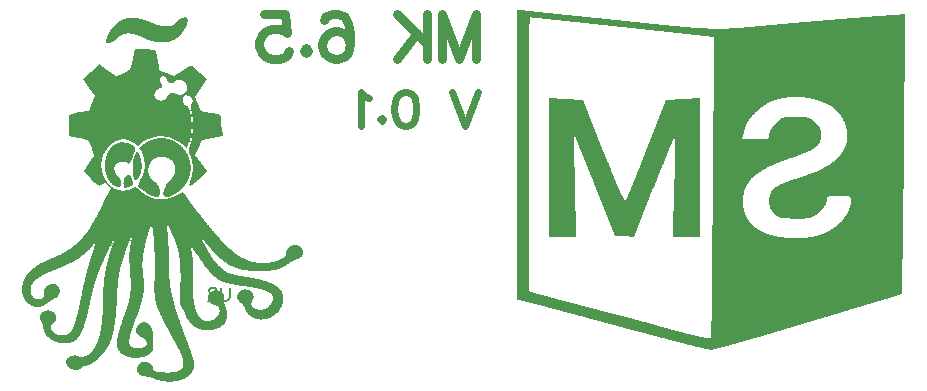
<source format=gbo>
G04 ---------------------------- Layer name :BOTTOM SILK LAYER*
G04 easyEDA 0.1*
G04 Scale: 100 percent, Rotated: No, Reflected: No *
G04 Dimensions in inches *
G04 leading zeros omitted , absolute positions ,2 integer and 4 * 
%FSLAX24Y24*%
%MOIN*%
G90*
G70D02*

%ADD11C,0.031496*%
%ADD12C,0.023620*%
%ADD13C,0.007000*%

%LPD*%

%LPD*%
G36*
G01X21100Y13600D02*
G01X21100Y13600D01*
G01X21100Y13600D01*
G01X21150Y13594D01*
G01X21199Y13589D01*
G01X21248Y13584D01*
G01X21297Y13579D01*
G01X21345Y13574D01*
G01X21393Y13568D01*
G01X21440Y13564D01*
G01X21486Y13559D01*
G01X21532Y13554D01*
G01X21578Y13549D01*
G01X21623Y13544D01*
G01X21668Y13539D01*
G01X21712Y13535D01*
G01X21756Y13530D01*
G01X21800Y13526D01*
G01X21843Y13521D01*
G01X21885Y13517D01*
G01X21927Y13512D01*
G01X21969Y13508D01*
G01X22010Y13504D01*
G01X22051Y13499D01*
G01X22091Y13495D01*
G01X22131Y13491D01*
G01X22170Y13487D01*
G01X22209Y13483D01*
G01X22248Y13479D01*
G01X22286Y13475D01*
G01X22324Y13471D01*
G01X22362Y13467D01*
G01X22399Y13464D01*
G01X22435Y13460D01*
G01X22471Y13456D01*
G01X22507Y13453D01*
G01X22543Y13449D01*
G01X22578Y13446D01*
G01X22613Y13442D01*
G01X22647Y13439D01*
G01X22681Y13435D01*
G01X22715Y13432D01*
G01X22748Y13429D01*
G01X22781Y13426D01*
G01X22813Y13422D01*
G01X22845Y13419D01*
G01X22877Y13416D01*
G01X22909Y13413D01*
G01X22940Y13410D01*
G01X22971Y13407D01*
G01X23001Y13404D01*
G01X23031Y13401D01*
G01X23061Y13399D01*
G01X23091Y13396D01*
G01X23120Y13393D01*
G01X23149Y13391D01*
G01X23177Y13388D01*
G01X23206Y13385D01*
G01X23234Y13383D01*
G01X23261Y13380D01*
G01X23289Y13378D01*
G01X23316Y13376D01*
G01X23342Y13373D01*
G01X23369Y13371D01*
G01X23395Y13369D01*
G01X23421Y13366D01*
G01X23447Y13364D01*
G01X23472Y13362D01*
G01X23497Y13360D01*
G01X23522Y13358D01*
G01X23547Y13356D01*
G01X23571Y13354D01*
G01X23595Y13352D01*
G01X23619Y13350D01*
G01X23643Y13349D01*
G01X23666Y13347D01*
G01X23689Y13345D01*
G01X23712Y13343D01*
G01X23735Y13342D01*
G01X23757Y13340D01*
G01X23780Y13339D01*
G01X23802Y13337D01*
G01X23824Y13336D01*
G01X23845Y13334D01*
G01X23867Y13333D01*
G01X23888Y13332D01*
G01X23909Y13330D01*
G01X23930Y13329D01*
G01X23950Y13328D01*
G01X23971Y13327D01*
G01X23991Y13325D01*
G01X24011Y13324D01*
G01X24031Y13323D01*
G01X24050Y13322D01*
G01X24070Y13321D01*
G01X24089Y13320D01*
G01X24109Y13319D01*
G01X24128Y13319D01*
G01X24147Y13318D01*
G01X24165Y13317D01*
G01X24184Y13316D01*
G01X24202Y13315D01*
G01X24221Y13315D01*
G01X24239Y13314D01*
G01X24257Y13314D01*
G01X24275Y13313D01*
G01X24293Y13312D01*
G01X24310Y13312D01*
G01X24328Y13312D01*
G01X24345Y13311D01*
G01X24363Y13311D01*
G01X24380Y13310D01*
G01X24397Y13310D01*
G01X24414Y13310D01*
G01X24431Y13310D01*
G01X24448Y13309D01*
G01X24464Y13309D01*
G01X24481Y13309D01*
G01X24498Y13309D01*
G01X24514Y13309D01*
G01X24531Y13309D01*
G01X24547Y13309D01*
G01X24563Y13309D01*
G01X24579Y13309D01*
G01X24596Y13309D01*
G01X24612Y13310D01*
G01X24628Y13310D01*
G01X24644Y13310D01*
G01X24660Y13310D01*
G01X24676Y13310D01*
G01X24692Y13311D01*
G01X24707Y13311D01*
G01X24723Y13312D01*
G01X24739Y13312D01*
G01X24755Y13312D01*
G01X24771Y13313D01*
G01X24786Y13313D01*
G01X24802Y13314D01*
G01X24818Y13315D01*
G01X24834Y13315D01*
G01X24849Y13316D01*
G01X24865Y13317D01*
G01X24881Y13317D01*
G01X24897Y13318D01*
G01X24912Y13319D01*
G01X24928Y13320D01*
G01X24944Y13320D01*
G01X24960Y13321D01*
G01X24976Y13322D01*
G01X24992Y13323D01*
G01X25008Y13324D01*
G01X25024Y13325D01*
G01X25040Y13326D01*
G01X25056Y13327D01*
G01X25072Y13328D01*
G01X25088Y13329D01*
G01X25104Y13330D01*
G01X25120Y13332D01*
G01X25137Y13333D01*
G01X25153Y13334D01*
G01X25170Y13335D01*
G01X25186Y13337D01*
G01X25203Y13338D01*
G01X25220Y13339D01*
G01X25237Y13341D01*
G01X25254Y13342D01*
G01X25271Y13343D01*
G01X25288Y13345D01*
G01X25305Y13346D01*
G01X25322Y13348D01*
G01X25340Y13349D01*
G01X25357Y13351D01*
G01X25375Y13352D01*
G01X25393Y13354D01*
G01X25411Y13356D01*
G01X25429Y13357D01*
G01X25447Y13359D01*
G01X25466Y13361D01*
G01X25484Y13362D01*
G01X25503Y13364D01*
G01X25521Y13366D01*
G01X25540Y13368D01*
G01X25560Y13369D01*
G01X25560Y13369D01*
G01X25582Y13372D01*
G01X25604Y13374D01*
G01X25627Y13376D01*
G01X25651Y13378D01*
G01X25674Y13381D01*
G01X25698Y13383D01*
G01X25722Y13385D01*
G01X25746Y13387D01*
G01X25770Y13390D01*
G01X25795Y13392D01*
G01X25820Y13394D01*
G01X25845Y13397D01*
G01X25871Y13399D01*
G01X25896Y13402D01*
G01X25922Y13404D01*
G01X25949Y13406D01*
G01X25975Y13409D01*
G01X26002Y13411D01*
G01X26028Y13414D01*
G01X26055Y13416D01*
G01X26083Y13419D01*
G01X26110Y13421D01*
G01X26138Y13424D01*
G01X26165Y13426D01*
G01X26193Y13429D01*
G01X26222Y13431D01*
G01X26250Y13434D01*
G01X26279Y13437D01*
G01X26307Y13439D01*
G01X26336Y13442D01*
G01X26365Y13444D01*
G01X26395Y13447D01*
G01X26424Y13450D01*
G01X26454Y13452D01*
G01X26484Y13455D01*
G01X26513Y13458D01*
G01X26544Y13460D01*
G01X26574Y13463D01*
G01X26604Y13466D01*
G01X26635Y13468D01*
G01X26665Y13471D01*
G01X26696Y13474D01*
G01X26727Y13477D01*
G01X26758Y13479D01*
G01X26789Y13482D01*
G01X26820Y13485D01*
G01X26851Y13487D01*
G01X26883Y13490D01*
G01X26914Y13493D01*
G01X26946Y13496D01*
G01X26978Y13498D01*
G01X27010Y13501D01*
G01X27042Y13504D01*
G01X27074Y13507D01*
G01X27106Y13510D01*
G01X27138Y13512D01*
G01X27170Y13515D01*
G01X27202Y13518D01*
G01X27235Y13521D01*
G01X27267Y13523D01*
G01X27300Y13526D01*
G01X27332Y13529D01*
G01X27365Y13532D01*
G01X27398Y13535D01*
G01X27430Y13537D01*
G01X27463Y13540D01*
G01X27496Y13543D01*
G01X27529Y13546D01*
G01X27562Y13549D01*
G01X27594Y13551D01*
G01X27627Y13554D01*
G01X27660Y13557D01*
G01X27693Y13560D01*
G01X27726Y13562D01*
G01X27759Y13565D01*
G01X27792Y13568D01*
G01X27825Y13571D01*
G01X27858Y13574D01*
G01X27891Y13576D01*
G01X27924Y13579D01*
G01X27957Y13582D01*
G01X27990Y13585D01*
G01X28022Y13587D01*
G01X28055Y13590D01*
G01X28088Y13593D01*
G01X28121Y13596D01*
G01X28154Y13598D01*
G01X28186Y13601D01*
G01X28219Y13604D01*
G01X28251Y13606D01*
G01X28284Y13609D01*
G01X28317Y13612D01*
G01X28349Y13614D01*
G01X28381Y13617D01*
G01X28414Y13620D01*
G01X28446Y13622D01*
G01X28478Y13625D01*
G01X28510Y13628D01*
G01X28542Y13630D01*
G01X28574Y13633D01*
G01X28606Y13636D01*
G01X28638Y13638D01*
G01X28669Y13641D01*
G01X28701Y13643D01*
G01X28732Y13646D01*
G01X28763Y13648D01*
G01X28795Y13651D01*
G01X28826Y13653D01*
G01X28857Y13656D01*
G01X28888Y13658D01*
G01X28918Y13661D01*
G01X28949Y13663D01*
G01X28979Y13666D01*
G01X29010Y13668D01*
G01X29040Y13671D01*
G01X29070Y13673D01*
G01X29100Y13675D01*
G01X29129Y13678D01*
G01X29159Y13680D01*
G01X29188Y13682D01*
G01X29218Y13685D01*
G01X29247Y13687D01*
G01X29276Y13689D01*
G01X29304Y13692D01*
G01X29333Y13694D01*
G01X29361Y13696D01*
G01X29389Y13698D01*
G01X29417Y13701D01*
G01X29445Y13703D01*
G01X29473Y13705D01*
G01X29500Y13707D01*
G01X29527Y13709D01*
G01X29554Y13711D01*
G01X29581Y13713D01*
G01X29608Y13715D01*
G01X29634Y13717D01*
G01X29660Y13720D01*
G01X29686Y13722D01*
G01X29712Y13723D01*
G01X29737Y13725D01*
G01X29762Y13727D01*
G01X29787Y13729D01*
G01X29812Y13731D01*
G01X29836Y13733D01*
G01X29861Y13735D01*
G01X29884Y13737D01*
G01X29908Y13738D01*
G01X29932Y13740D01*
G01X29955Y13742D01*
G01X29978Y13744D01*
G01X30000Y13745D01*
G01X30022Y13747D01*
G01X30044Y13749D01*
G01X30066Y13750D01*
G01X30088Y13752D01*
G01X30109Y13753D01*
G01X30130Y13755D01*
G01X30150Y13756D01*
G01X30170Y13758D01*
G01X30190Y13759D01*
G01X30210Y13761D01*
G01X30229Y13762D01*
G01X30248Y13764D01*
G01X30267Y13765D01*
G01X30285Y13766D01*
G01X30303Y13767D01*
G01X30321Y13769D01*
G01X30338Y13770D01*
G01X30355Y13771D01*
G01X30372Y13772D01*
G01X30388Y13773D01*
G01X30404Y13774D01*
G01X30419Y13775D01*
G01X30435Y13776D01*
G01X30449Y13777D01*
G01X30464Y13778D01*
G01X30478Y13779D01*
G01X30492Y13780D01*
G01X30505Y13781D01*
G01X30518Y13782D01*
G01X30531Y13783D01*
G01X30543Y13783D01*
G01X30555Y13784D01*
G01X30566Y13785D01*
G01X30577Y13785D01*
G01X30587Y13786D01*
G01X30598Y13787D01*
G01X30607Y13787D01*
G01X30617Y13788D01*
G01X30626Y13788D01*
G01X30634Y13788D01*
G01X30642Y13789D01*
G01X30650Y13789D01*
G01X30657Y13789D01*
G01X30664Y13790D01*
G01X30670Y13790D01*
G01X30676Y13790D01*
G01X30681Y13790D01*
G01X30686Y13790D01*
G01X30691Y13790D01*
G01X30695Y13790D01*
G01X30698Y13790D01*
G01X30701Y13790D01*
G01X30704Y13790D01*
G01X30706Y13790D01*
G01X30708Y13790D01*
G01X30709Y13790D01*
G01X30710Y13790D01*
G01X30710Y13790D01*
G01X30710Y13789D01*
G01X30710Y13788D01*
G01X30710Y13787D01*
G01X30710Y13786D01*
G01X30710Y13784D01*
G01X30710Y13782D01*
G01X30711Y13780D01*
G01X30711Y13777D01*
G01X30711Y13774D01*
G01X30711Y13770D01*
G01X30711Y13767D01*
G01X30711Y13762D01*
G01X30711Y13758D01*
G01X30711Y13753D01*
G01X30712Y13748D01*
G01X30712Y13742D01*
G01X30712Y13737D01*
G01X30712Y13730D01*
G01X30712Y13724D01*
G01X30712Y13717D01*
G01X30712Y13710D01*
G01X30712Y13702D01*
G01X30712Y13695D01*
G01X30712Y13686D01*
G01X30712Y13678D01*
G01X30713Y13669D01*
G01X30713Y13660D01*
G01X30713Y13651D01*
G01X30713Y13641D01*
G01X30713Y13631D01*
G01X30713Y13621D01*
G01X30713Y13610D01*
G01X30713Y13599D01*
G01X30713Y13588D01*
G01X30713Y13576D01*
G01X30713Y13564D01*
G01X30713Y13552D01*
G01X30713Y13540D01*
G01X30713Y13527D01*
G01X30713Y13514D01*
G01X30713Y13501D01*
G01X30713Y13487D01*
G01X30713Y13473D01*
G01X30713Y13459D01*
G01X30713Y13444D01*
G01X30713Y13429D01*
G01X30713Y13414D01*
G01X30713Y13399D01*
G01X30713Y13383D01*
G01X30713Y13367D01*
G01X30713Y13351D01*
G01X30713Y13334D01*
G01X30713Y13318D01*
G01X30713Y13300D01*
G01X30713Y13283D01*
G01X30713Y13265D01*
G01X30713Y13248D01*
G01X30713Y13229D01*
G01X30713Y13211D01*
G01X30713Y13192D01*
G01X30713Y13173D01*
G01X30713Y13154D01*
G01X30713Y13134D01*
G01X30713Y13115D01*
G01X30713Y13095D01*
G01X30713Y13074D01*
G01X30713Y13054D01*
G01X30713Y13033D01*
G01X30712Y13012D01*
G01X30712Y12991D01*
G01X30712Y12969D01*
G01X30712Y12947D01*
G01X30712Y12925D01*
G01X30712Y12903D01*
G01X30712Y12880D01*
G01X30712Y12857D01*
G01X30712Y12834D01*
G01X30712Y12811D01*
G01X30712Y12788D01*
G01X30711Y12764D01*
G01X30711Y12740D01*
G01X30711Y12716D01*
G01X30711Y12691D01*
G01X30711Y12666D01*
G01X30711Y12642D01*
G01X30711Y12616D01*
G01X30711Y12591D01*
G01X30710Y12565D01*
G01X30710Y12540D01*
G01X30710Y12513D01*
G01X30710Y12487D01*
G01X30710Y12461D01*
G01X30710Y12434D01*
G01X30710Y12407D01*
G01X30709Y12380D01*
G01X30709Y12352D01*
G01X30709Y12325D01*
G01X30709Y12297D01*
G01X30709Y12269D01*
G01X30708Y12241D01*
G01X30708Y12212D01*
G01X30708Y12184D01*
G01X30708Y12155D01*
G01X30708Y12126D01*
G01X30708Y12097D01*
G01X30707Y12067D01*
G01X30707Y12038D01*
G01X30707Y12008D01*
G01X30707Y11978D01*
G01X30707Y11948D01*
G01X30706Y11917D01*
G01X30706Y11887D01*
G01X30706Y11856D01*
G01X30706Y11825D01*
G01X30705Y11794D01*
G01X30705Y11762D01*
G01X30705Y11731D01*
G01X30705Y11699D01*
G01X30704Y11667D01*
G01X30704Y11635D01*
G01X30704Y11603D01*
G01X30704Y11571D01*
G01X30703Y11538D01*
G01X30703Y11505D01*
G01X30703Y11472D01*
G01X30703Y11439D01*
G01X30702Y11406D01*
G01X30702Y11373D01*
G01X30702Y11339D01*
G01X30702Y11305D01*
G01X30701Y11271D01*
G01X30701Y11237D01*
G01X30701Y11203D01*
G01X30700Y11169D01*
G01X30700Y11134D01*
G01X30700Y11099D01*
G01X30699Y11064D01*
G01X30699Y11029D01*
G01X30699Y10994D01*
G01X30699Y10959D01*
G01X30698Y10924D01*
G01X30698Y10888D01*
G01X30698Y10852D01*
G01X30697Y10816D01*
G01X30697Y10780D01*
G01X30697Y10744D01*
G01X30696Y10708D01*
G01X30696Y10671D01*
G01X30696Y10635D01*
G01X30695Y10598D01*
G01X30695Y10561D01*
G01X30695Y10524D01*
G01X30694Y10487D01*
G01X30694Y10450D01*
G01X30693Y10413D01*
G01X30693Y10375D01*
G01X30693Y10338D01*
G01X30692Y10300D01*
G01X30692Y10262D01*
G01X30692Y10224D01*
G01X30691Y10186D01*
G01X30691Y10148D01*
G01X30690Y10110D01*
G01X30690Y10071D01*
G01X30690Y10033D01*
G01X30689Y9994D01*
G01X30689Y9955D01*
G01X30688Y9916D01*
G01X30688Y9877D01*
G01X30688Y9838D01*
G01X30687Y9799D01*
G01X30687Y9760D01*
G01X30686Y9721D01*
G01X30686Y9681D01*
G01X30685Y9642D01*
G01X30685Y9602D01*
G01X30685Y9562D01*
G01X30684Y9522D01*
G01X30684Y9483D01*
G01X30683Y9443D01*
G01X30683Y9402D01*
G01X30682Y9362D01*
G01X30682Y9322D01*
G01X30681Y9282D01*
G01X30681Y9241D01*
G01X30680Y9201D01*
G01X30680Y9160D01*
G01X30680Y9119D01*
G01X30630Y4469D01*
G01X30100Y4309D01*
G01X30100Y4309D01*
G01X30049Y4294D01*
G01X29999Y4279D01*
G01X29949Y4264D01*
G01X29899Y4249D01*
G01X29849Y4234D01*
G01X29800Y4219D01*
G01X29751Y4205D01*
G01X29702Y4190D01*
G01X29654Y4175D01*
G01X29606Y4161D01*
G01X29558Y4147D01*
G01X29510Y4132D01*
G01X29463Y4118D01*
G01X29415Y4104D01*
G01X29368Y4090D01*
G01X29322Y4076D01*
G01X29275Y4062D01*
G01X29229Y4048D01*
G01X29183Y4034D01*
G01X29137Y4020D01*
G01X29092Y4006D01*
G01X29046Y3993D01*
G01X29001Y3979D01*
G01X28957Y3966D01*
G01X28912Y3953D01*
G01X28868Y3939D01*
G01X28824Y3926D01*
G01X28780Y3913D01*
G01X28737Y3900D01*
G01X28693Y3887D01*
G01X28650Y3874D01*
G01X28608Y3861D01*
G01X28565Y3848D01*
G01X28523Y3836D01*
G01X28481Y3823D01*
G01X28439Y3811D01*
G01X28397Y3798D01*
G01X28356Y3786D01*
G01X28315Y3773D01*
G01X28274Y3761D01*
G01X28233Y3749D01*
G01X28193Y3737D01*
G01X28153Y3725D01*
G01X28113Y3713D01*
G01X28073Y3701D01*
G01X28034Y3689D01*
G01X27994Y3677D01*
G01X27955Y3666D01*
G01X27917Y3654D01*
G01X27878Y3643D01*
G01X27840Y3631D01*
G01X27802Y3620D01*
G01X27764Y3609D01*
G01X27727Y3597D01*
G01X27689Y3586D01*
G01X27652Y3575D01*
G01X27615Y3564D01*
G01X27579Y3553D01*
G01X27542Y3542D01*
G01X27506Y3531D01*
G01X27470Y3521D01*
G01X27434Y3510D01*
G01X27399Y3499D01*
G01X27363Y3489D01*
G01X27328Y3479D01*
G01X27294Y3468D01*
G01X27259Y3458D01*
G01X27225Y3448D01*
G01X27190Y3437D01*
G01X27157Y3427D01*
G01X27123Y3417D01*
G01X27089Y3407D01*
G01X27056Y3397D01*
G01X27023Y3388D01*
G01X26990Y3378D01*
G01X26958Y3368D01*
G01X26925Y3359D01*
G01X26893Y3349D01*
G01X26861Y3340D01*
G01X26830Y3330D01*
G01X26798Y3321D01*
G01X26767Y3311D01*
G01X26736Y3302D01*
G01X26705Y3293D01*
G01X26674Y3284D01*
G01X26644Y3275D01*
G01X26614Y3266D01*
G01X26584Y3257D01*
G01X26554Y3248D01*
G01X26525Y3240D01*
G01X26495Y3231D01*
G01X26466Y3222D01*
G01X26437Y3214D01*
G01X26409Y3205D01*
G01X26380Y3197D01*
G01X26352Y3189D01*
G01X26324Y3180D01*
G01X26296Y3172D01*
G01X26268Y3164D01*
G01X26241Y3156D01*
G01X26214Y3148D01*
G01X26187Y3140D01*
G01X26160Y3132D01*
G01X26134Y3124D01*
G01X26107Y3117D01*
G01X26081Y3109D01*
G01X26055Y3101D01*
G01X26029Y3094D01*
G01X26004Y3086D01*
G01X25979Y3079D01*
G01X25953Y3071D01*
G01X25929Y3064D01*
G01X25904Y3057D01*
G01X25879Y3050D01*
G01X25855Y3043D01*
G01X25831Y3035D01*
G01X25807Y3028D01*
G01X25783Y3022D01*
G01X25760Y3015D01*
G01X25737Y3008D01*
G01X25714Y3001D01*
G01X25691Y2994D01*
G01X25668Y2988D01*
G01X25646Y2981D01*
G01X25623Y2975D01*
G01X25601Y2968D01*
G01X25579Y2962D01*
G01X25558Y2956D01*
G01X25536Y2950D01*
G01X25515Y2943D01*
G01X25494Y2937D01*
G01X25473Y2931D01*
G01X25452Y2925D01*
G01X25432Y2919D01*
G01X25411Y2913D01*
G01X25391Y2908D01*
G01X25371Y2902D01*
G01X25352Y2896D01*
G01X25332Y2891D01*
G01X25313Y2885D01*
G01X25294Y2879D01*
G01X25275Y2874D01*
G01X25256Y2869D01*
G01X25237Y2863D01*
G01X25219Y2858D01*
G01X25201Y2853D01*
G01X25183Y2848D01*
G01X25165Y2843D01*
G01X25147Y2838D01*
G01X25130Y2833D01*
G01X25112Y2828D01*
G01X25095Y2823D01*
G01X25078Y2818D01*
G01X25062Y2813D01*
G01X25045Y2809D01*
G01X25029Y2804D01*
G01X25013Y2799D01*
G01X24997Y2795D01*
G01X24981Y2790D01*
G01X24965Y2786D01*
G01X24950Y2782D01*
G01X24935Y2778D01*
G01X24920Y2773D01*
G01X24905Y2769D01*
G01X24890Y2765D01*
G01X24876Y2761D01*
G01X24861Y2757D01*
G01X24847Y2753D01*
G01X24833Y2749D01*
G01X24819Y2745D01*
G01X24806Y2742D01*
G01X24792Y2738D01*
G01X24779Y2734D01*
G01X24766Y2731D01*
G01X24753Y2727D01*
G01X24740Y2724D01*
G01X24728Y2720D01*
G01X24715Y2717D01*
G01X24703Y2713D01*
G01X24691Y2710D01*
G01X24679Y2707D01*
G01X24667Y2704D01*
G01X24656Y2701D01*
G01X24645Y2698D01*
G01X24633Y2695D01*
G01X24622Y2692D01*
G01X24612Y2689D01*
G01X24601Y2686D01*
G01X24590Y2683D01*
G01X24580Y2681D01*
G01X24570Y2678D01*
G01X24560Y2675D01*
G01X24550Y2673D01*
G01X24540Y2670D01*
G01X24531Y2668D01*
G01X24521Y2665D01*
G01X24512Y2663D01*
G01X24503Y2661D01*
G01X24494Y2658D01*
G01X24486Y2656D01*
G01X24477Y2654D01*
G01X24469Y2652D01*
G01X24461Y2650D01*
G01X24453Y2648D01*
G01X24445Y2646D01*
G01X24437Y2644D01*
G01X24430Y2642D01*
G01X24422Y2641D01*
G01X24415Y2639D01*
G01X24408Y2637D01*
G01X24401Y2636D01*
G01X24394Y2634D01*
G01X24388Y2632D01*
G01X24381Y2631D01*
G01X24375Y2630D01*
G01X24369Y2628D01*
G01X24363Y2627D01*
G01X24357Y2626D01*
G01X24352Y2624D01*
G01X24346Y2623D01*
G01X24341Y2622D01*
G01X24336Y2621D01*
G01X24331Y2620D01*
G01X24326Y2619D01*
G01X24321Y2618D01*
G01X24316Y2617D01*
G01X24312Y2616D01*
G01X24308Y2616D01*
G01X24304Y2615D01*
G01X24300Y2614D01*
G01X24296Y2613D01*
G01X24292Y2613D01*
G01X24289Y2612D01*
G01X24285Y2612D01*
G01X24282Y2611D01*
G01X24279Y2611D01*
G01X24276Y2611D01*
G01X24273Y2610D01*
G01X24271Y2610D01*
G01X24268Y2610D01*
G01X24266Y2610D01*
G01X24263Y2610D01*
G01X24261Y2610D01*
G01X24260Y2609D01*
G01X24260Y2609D01*
G01X24254Y2610D01*
G01X24248Y2610D01*
G01X24241Y2611D01*
G01X24233Y2612D01*
G01X24223Y2613D01*
G01X24213Y2615D01*
G01X24202Y2616D01*
G01X24190Y2618D01*
G01X24177Y2621D01*
G01X24163Y2623D01*
G01X24148Y2626D01*
G01X24133Y2629D01*
G01X24116Y2632D01*
G01X24099Y2636D01*
G01X24081Y2640D01*
G01X24062Y2644D01*
G01X24042Y2648D01*
G01X24021Y2652D01*
G01X24000Y2657D01*
G01X23978Y2662D01*
G01X23955Y2667D01*
G01X23932Y2672D01*
G01X23908Y2678D01*
G01X23883Y2684D01*
G01X23858Y2690D01*
G01X23832Y2696D01*
G01X23805Y2702D01*
G01X23778Y2709D01*
G01X23751Y2715D01*
G01X23722Y2722D01*
G01X23694Y2729D01*
G01X23664Y2736D01*
G01X23635Y2744D01*
G01X23604Y2751D01*
G01X23574Y2759D01*
G01X23543Y2767D01*
G01X23511Y2775D01*
G01X23479Y2783D01*
G01X23447Y2791D01*
G01X23414Y2799D01*
G01X23381Y2808D01*
G01X23348Y2817D01*
G01X23314Y2825D01*
G01X23280Y2834D01*
G01X23246Y2843D01*
G01X23211Y2852D01*
G01X23176Y2862D01*
G01X23141Y2871D01*
G01X23106Y2880D01*
G01X23071Y2890D01*
G01X23035Y2900D01*
G01X23000Y2909D01*
G01X23000Y2909D01*
G01X22974Y2916D01*
G01X22947Y2923D01*
G01X22921Y2930D01*
G01X22895Y2937D01*
G01X22868Y2943D01*
G01X22841Y2950D01*
G01X22814Y2957D01*
G01X22787Y2964D01*
G01X22760Y2972D01*
G01X22733Y2979D01*
G01X22706Y2986D01*
G01X22678Y2993D01*
G01X22651Y3000D01*
G01X22623Y3007D01*
G01X22595Y3014D01*
G01X22568Y3022D01*
G01X22540Y3029D01*
G01X22512Y3036D01*
G01X22485Y3043D01*
G01X22457Y3051D01*
G01X22429Y3058D01*
G01X22401Y3065D01*
G01X22374Y3073D01*
G01X22346Y3080D01*
G01X22318Y3087D01*
G01X22291Y3094D01*
G01X22263Y3102D01*
G01X22236Y3109D01*
G01X22208Y3116D01*
G01X22181Y3123D01*
G01X22154Y3130D01*
G01X22127Y3138D01*
G01X22100Y3145D01*
G01X22073Y3152D01*
G01X22046Y3159D01*
G01X22019Y3166D01*
G01X21993Y3173D01*
G01X21967Y3180D01*
G01X21941Y3186D01*
G01X21915Y3193D01*
G01X21889Y3200D01*
G01X21864Y3207D01*
G01X21839Y3213D01*
G01X21814Y3220D01*
G01X21789Y3227D01*
G01X21765Y3233D01*
G01X21740Y3239D01*
G01X21717Y3246D01*
G01X21693Y3252D01*
G01X21670Y3258D01*
G01X21646Y3264D01*
G01X21624Y3270D01*
G01X21601Y3276D01*
G01X21579Y3282D01*
G01X21557Y3288D01*
G01X21536Y3294D01*
G01X21515Y3299D01*
G01X21494Y3305D01*
G01X21474Y3310D01*
G01X21454Y3315D01*
G01X21435Y3320D01*
G01X21416Y3326D01*
G01X21397Y3330D01*
G01X21379Y3335D01*
G01X21361Y3340D01*
G01X21344Y3345D01*
G01X21327Y3349D01*
G01X21310Y3353D01*
G01X21294Y3358D01*
G01X21279Y3362D01*
G01X21264Y3366D01*
G01X21250Y3369D01*
G01X21250Y3369D01*
G01X21235Y3374D01*
G01X21219Y3378D01*
G01X21204Y3383D01*
G01X21187Y3387D01*
G01X21170Y3392D01*
G01X21153Y3397D01*
G01X21135Y3402D01*
G01X21117Y3407D01*
G01X21099Y3412D01*
G01X21080Y3417D01*
G01X21060Y3423D01*
G01X21041Y3428D01*
G01X21020Y3434D01*
G01X21000Y3439D01*
G01X20979Y3445D01*
G01X20958Y3451D01*
G01X20936Y3457D01*
G01X20914Y3463D01*
G01X20892Y3469D01*
G01X20869Y3475D01*
G01X20846Y3481D01*
G01X20823Y3488D01*
G01X20799Y3494D01*
G01X20775Y3501D01*
G01X20751Y3507D01*
G01X20726Y3514D01*
G01X20702Y3520D01*
G01X20677Y3527D01*
G01X20652Y3534D01*
G01X20626Y3541D01*
G01X20601Y3548D01*
G01X20575Y3555D01*
G01X20549Y3562D01*
G01X20522Y3569D01*
G01X20496Y3576D01*
G01X20470Y3583D01*
G01X20443Y3590D01*
G01X20416Y3598D01*
G01X20389Y3605D01*
G01X20362Y3612D01*
G01X20334Y3620D01*
G01X20307Y3627D01*
G01X20279Y3634D01*
G01X20252Y3642D01*
G01X20224Y3649D01*
G01X20196Y3657D01*
G01X20169Y3664D01*
G01X20141Y3672D01*
G01X20113Y3679D01*
G01X20085Y3687D01*
G01X20057Y3694D01*
G01X20029Y3702D01*
G01X20001Y3709D01*
G01X19973Y3717D01*
G01X19945Y3724D01*
G01X19917Y3732D01*
G01X19889Y3739D01*
G01X19861Y3747D01*
G01X19833Y3754D01*
G01X19805Y3762D01*
G01X19777Y3769D01*
G01X19750Y3777D01*
G01X19722Y3784D01*
G01X19695Y3792D01*
G01X19667Y3799D01*
G01X19640Y3806D01*
G01X19613Y3814D01*
G01X19586Y3821D01*
G01X19559Y3828D01*
G01X19532Y3835D01*
G01X19506Y3842D01*
G01X19480Y3850D01*
G01X19480Y3850D01*
G01X19448Y3858D01*
G01X19416Y3866D01*
G01X19384Y3875D01*
G01X19352Y3883D01*
G01X19320Y3892D01*
G01X19288Y3900D01*
G01X19257Y3909D01*
G01X19225Y3917D01*
G01X19194Y3926D01*
G01X19163Y3934D01*
G01X19131Y3942D01*
G01X19100Y3950D01*
G01X19070Y3959D01*
G01X19039Y3967D01*
G01X19009Y3975D01*
G01X18979Y3983D01*
G01X18949Y3991D01*
G01X18919Y3999D01*
G01X18889Y4007D01*
G01X18860Y4014D01*
G01X18831Y4022D01*
G01X18803Y4030D01*
G01X18774Y4037D01*
G01X18746Y4045D01*
G01X18719Y4052D01*
G01X18691Y4059D01*
G01X18664Y4066D01*
G01X18638Y4073D01*
G01X18612Y4080D01*
G01X18586Y4087D01*
G01X18560Y4094D01*
G01X18535Y4100D01*
G01X18511Y4107D01*
G01X18487Y4113D01*
G01X18463Y4119D01*
G01X18440Y4125D01*
G01X18417Y4131D01*
G01X18395Y4137D01*
G01X18373Y4143D01*
G01X18352Y4148D01*
G01X18331Y4153D01*
G01X18311Y4158D01*
G01X18292Y4163D01*
G01X18273Y4168D01*
G01X18255Y4173D01*
G01X18237Y4177D01*
G01X18220Y4182D01*
G01X18203Y4186D01*
G01X18188Y4190D01*
G01X18172Y4193D01*
G01X18158Y4197D01*
G01X18144Y4200D01*
G01X18131Y4204D01*
G01X18118Y4206D01*
G01X18107Y4209D01*
G01X18096Y4212D01*
G01X18086Y4214D01*
G01X18076Y4216D01*
G01X18067Y4218D01*
G01X18060Y4219D01*
G01X17800Y4280D01*
G01X17800Y9109D01*
G01X17800Y13930D01*
G01X17939Y13930D01*
G01X17939Y13930D01*
G01X17941Y13929D01*
G01X17944Y13929D01*
G01X17947Y13929D01*
G01X17950Y13928D01*
G01X17954Y13928D01*
G01X17958Y13927D01*
G01X17963Y13927D01*
G01X17968Y13926D01*
G01X17974Y13925D01*
G01X17980Y13925D01*
G01X17987Y13924D01*
G01X17994Y13923D01*
G01X18001Y13922D01*
G01X18009Y13921D01*
G01X18018Y13920D01*
G01X18027Y13919D01*
G01X18036Y13918D01*
G01X18046Y13917D01*
G01X18056Y13916D01*
G01X18067Y13915D01*
G01X18078Y13914D01*
G01X18090Y13913D01*
G01X18102Y13911D01*
G01X18114Y13910D01*
G01X18127Y13909D01*
G01X18140Y13907D01*
G01X18154Y13906D01*
G01X18168Y13904D01*
G01X18182Y13903D01*
G01X18197Y13901D01*
G01X18212Y13899D01*
G01X18228Y13898D01*
G01X18244Y13896D01*
G01X18260Y13894D01*
G01X18277Y13892D01*
G01X18294Y13891D01*
G01X18312Y13889D01*
G01X18330Y13887D01*
G01X18348Y13885D01*
G01X18367Y13883D01*
G01X18386Y13881D01*
G01X18406Y13879D01*
G01X18425Y13877D01*
G01X18446Y13874D01*
G01X18466Y13872D01*
G01X18487Y13870D01*
G01X18508Y13868D01*
G01X18530Y13866D01*
G01X18552Y13863D01*
G01X18574Y13861D01*
G01X18597Y13858D01*
G01X18619Y13856D01*
G01X18643Y13854D01*
G01X18666Y13851D01*
G01X18690Y13849D01*
G01X18714Y13846D01*
G01X18739Y13843D01*
G01X18764Y13841D01*
G01X18789Y13838D01*
G01X18815Y13836D01*
G01X18840Y13833D01*
G01X18866Y13830D01*
G01X18893Y13827D01*
G01X18920Y13824D01*
G01X18946Y13822D01*
G01X18974Y13819D01*
G01X19001Y13816D01*
G01X19029Y13813D01*
G01X19057Y13810D01*
G01X19086Y13807D01*
G01X19114Y13804D01*
G01X19143Y13801D01*
G01X19173Y13798D01*
G01X19202Y13795D01*
G01X19232Y13792D01*
G01X19262Y13789D01*
G01X19292Y13786D01*
G01X19322Y13782D01*
G01X19353Y13779D01*
G01X19384Y13776D01*
G01X19415Y13773D01*
G01X19447Y13769D01*
G01X19479Y13766D01*
G01X19511Y13763D01*
G01X19543Y13760D01*
G01X19575Y13756D01*
G01X19608Y13753D01*
G01X19641Y13749D01*
G01X19674Y13746D01*
G01X19707Y13742D01*
G01X19741Y13739D01*
G01X19774Y13736D01*
G01X19808Y13732D01*
G01X19842Y13728D01*
G01X19877Y13725D01*
G01X19911Y13721D01*
G01X19946Y13718D01*
G01X19981Y13714D01*
G01X20016Y13711D01*
G01X20051Y13707D01*
G01X20086Y13703D01*
G01X20122Y13700D01*
G01X20158Y13696D01*
G01X20194Y13692D01*
G01X20230Y13689D01*
G01X20266Y13685D01*
G01X20303Y13681D01*
G01X20339Y13677D01*
G01X20376Y13673D01*
G01X20413Y13670D01*
G01X20450Y13666D01*
G01X20487Y13662D01*
G01X20524Y13658D01*
G01X20562Y13654D01*
G01X20600Y13651D01*
G01X20637Y13647D01*
G01X20675Y13643D01*
G01X20713Y13639D01*
G01X20751Y13635D01*
G01X20790Y13631D01*
G01X20828Y13627D01*
G01X20866Y13623D01*
G01X20905Y13619D01*
G01X20944Y13615D01*
G01X20983Y13611D01*
G01X21021Y13607D01*
G01X21060Y13603D01*
G01X21100Y13600D01*
G37*

%LPC*%
G36*
G01X18180Y9130D02*
G01X18180Y9130D01*
G01X18180Y4559D01*
G01X18500Y4469D01*
G01X18500Y4469D01*
G01X18539Y4459D01*
G01X18578Y4449D01*
G01X18616Y4438D01*
G01X18655Y4428D01*
G01X18693Y4418D01*
G01X18731Y4408D01*
G01X18768Y4398D01*
G01X18806Y4388D01*
G01X18843Y4378D01*
G01X18880Y4368D01*
G01X18916Y4358D01*
G01X18952Y4348D01*
G01X18988Y4339D01*
G01X19024Y4329D01*
G01X19059Y4320D01*
G01X19095Y4310D01*
G01X19130Y4301D01*
G01X19164Y4292D01*
G01X19199Y4283D01*
G01X19233Y4274D01*
G01X19267Y4265D01*
G01X19300Y4256D01*
G01X19334Y4247D01*
G01X19367Y4238D01*
G01X19400Y4229D01*
G01X19432Y4220D01*
G01X19465Y4212D01*
G01X19497Y4203D01*
G01X19529Y4195D01*
G01X19560Y4186D01*
G01X19592Y4178D01*
G01X19623Y4170D01*
G01X19653Y4162D01*
G01X19684Y4153D01*
G01X19715Y4145D01*
G01X19745Y4137D01*
G01X19775Y4129D01*
G01X19804Y4122D01*
G01X19834Y4114D01*
G01X19863Y4106D01*
G01X19892Y4098D01*
G01X19920Y4091D01*
G01X19949Y4083D01*
G01X19977Y4076D01*
G01X20005Y4068D01*
G01X20033Y4061D01*
G01X20061Y4054D01*
G01X20088Y4047D01*
G01X20115Y4039D01*
G01X20142Y4032D01*
G01X20168Y4025D01*
G01X20195Y4018D01*
G01X20221Y4011D01*
G01X20247Y4005D01*
G01X20273Y3998D01*
G01X20298Y3991D01*
G01X20324Y3984D01*
G01X20349Y3978D01*
G01X20373Y3971D01*
G01X20398Y3965D01*
G01X20423Y3958D01*
G01X20447Y3952D01*
G01X20471Y3946D01*
G01X20494Y3940D01*
G01X20518Y3933D01*
G01X20541Y3927D01*
G01X20565Y3921D01*
G01X20587Y3915D01*
G01X20610Y3909D01*
G01X20633Y3903D01*
G01X20655Y3897D01*
G01X20677Y3892D01*
G01X20699Y3886D01*
G01X20721Y3880D01*
G01X20742Y3875D01*
G01X20764Y3869D01*
G01X20785Y3864D01*
G01X20806Y3858D01*
G01X20826Y3853D01*
G01X20847Y3847D01*
G01X20867Y3842D01*
G01X20887Y3837D01*
G01X20907Y3832D01*
G01X20927Y3827D01*
G01X20946Y3822D01*
G01X20966Y3817D01*
G01X20985Y3812D01*
G01X21004Y3807D01*
G01X21023Y3802D01*
G01X21041Y3797D01*
G01X21060Y3792D01*
G01X21078Y3788D01*
G01X21096Y3783D01*
G01X21114Y3778D01*
G01X21131Y3774D01*
G01X21149Y3769D01*
G01X21166Y3765D01*
G01X21183Y3760D01*
G01X21200Y3756D01*
G01X21217Y3752D01*
G01X21234Y3747D01*
G01X21250Y3743D01*
G01X21266Y3739D01*
G01X21282Y3735D01*
G01X21298Y3731D01*
G01X21314Y3727D01*
G01X21330Y3723D01*
G01X21345Y3719D01*
G01X21360Y3715D01*
G01X21375Y3711D01*
G01X21390Y3707D01*
G01X21405Y3704D01*
G01X21420Y3700D01*
G01X21434Y3696D01*
G01X21448Y3693D01*
G01X21462Y3689D01*
G01X21476Y3686D01*
G01X21490Y3682D01*
G01X21504Y3679D01*
G01X21517Y3675D01*
G01X21531Y3672D01*
G01X21544Y3669D01*
G01X21557Y3665D01*
G01X21570Y3662D01*
G01X21582Y3659D01*
G01X21595Y3656D01*
G01X21607Y3653D01*
G01X21619Y3650D01*
G01X21619Y3650D01*
G01X21651Y3641D01*
G01X21683Y3633D01*
G01X21715Y3624D01*
G01X21747Y3615D01*
G01X21779Y3607D01*
G01X21811Y3598D01*
G01X21843Y3590D01*
G01X21874Y3581D01*
G01X21905Y3573D01*
G01X21936Y3565D01*
G01X21966Y3556D01*
G01X21996Y3548D01*
G01X22026Y3540D01*
G01X22055Y3532D01*
G01X22083Y3525D01*
G01X22111Y3517D01*
G01X22138Y3510D01*
G01X22164Y3502D01*
G01X22190Y3495D01*
G01X22215Y3489D01*
G01X22238Y3482D01*
G01X22261Y3476D01*
G01X22283Y3470D01*
G01X22304Y3464D01*
G01X22324Y3458D01*
G01X22343Y3453D01*
G01X22361Y3448D01*
G01X22377Y3444D01*
G01X22392Y3440D01*
G01X22406Y3436D01*
G01X22418Y3433D01*
G01X22430Y3430D01*
G01X22430Y3430D01*
G01X22456Y3421D01*
G01X22483Y3413D01*
G01X22511Y3404D01*
G01X22539Y3396D01*
G01X22567Y3388D01*
G01X22596Y3379D01*
G01X22625Y3370D01*
G01X22654Y3362D01*
G01X22684Y3353D01*
G01X22713Y3345D01*
G01X22743Y3336D01*
G01X22774Y3328D01*
G01X22804Y3319D01*
G01X22835Y3310D01*
G01X22866Y3302D01*
G01X22897Y3293D01*
G01X22928Y3285D01*
G01X22960Y3276D01*
G01X22991Y3268D01*
G01X23022Y3260D01*
G01X23054Y3251D01*
G01X23085Y3243D01*
G01X23117Y3235D01*
G01X23148Y3226D01*
G01X23180Y3218D01*
G01X23211Y3210D01*
G01X23242Y3202D01*
G01X23274Y3194D01*
G01X23305Y3186D01*
G01X23336Y3178D01*
G01X23367Y3171D01*
G01X23397Y3163D01*
G01X23428Y3156D01*
G01X23458Y3148D01*
G01X23488Y3141D01*
G01X23517Y3134D01*
G01X23547Y3126D01*
G01X23576Y3119D01*
G01X23604Y3113D01*
G01X23633Y3106D01*
G01X23661Y3099D01*
G01X23689Y3093D01*
G01X23716Y3087D01*
G01X23743Y3080D01*
G01X23769Y3074D01*
G01X23795Y3069D01*
G01X23820Y3063D01*
G01X23845Y3057D01*
G01X23869Y3052D01*
G01X23893Y3047D01*
G01X23916Y3042D01*
G01X23939Y3037D01*
G01X23961Y3033D01*
G01X23982Y3028D01*
G01X24003Y3024D01*
G01X24023Y3020D01*
G01X24042Y3016D01*
G01X24061Y3012D01*
G01X24079Y3009D01*
G01X24096Y3006D01*
G01X24112Y3003D01*
G01X24128Y3000D01*
G01X24143Y2998D01*
G01X24156Y2996D01*
G01X24169Y2994D01*
G01X24182Y2992D01*
G01X24193Y2990D01*
G01X24203Y2989D01*
G01X24212Y2988D01*
G01X24221Y2988D01*
G01X24228Y2987D01*
G01X24235Y2987D01*
G01X24240Y2987D01*
G01X24244Y2988D01*
G01X24247Y2988D01*
G01X24250Y2990D01*
G01X24250Y2990D01*
G01X24250Y2990D01*
G01X24250Y2991D01*
G01X24250Y2992D01*
G01X24251Y2993D01*
G01X24251Y2995D01*
G01X24251Y2997D01*
G01X24252Y3000D01*
G01X24252Y3003D01*
G01X24252Y3006D01*
G01X24253Y3009D01*
G01X24253Y3013D01*
G01X24253Y3017D01*
G01X24254Y3021D01*
G01X24254Y3026D01*
G01X24254Y3031D01*
G01X24254Y3037D01*
G01X24255Y3042D01*
G01X24255Y3048D01*
G01X24255Y3055D01*
G01X24256Y3061D01*
G01X24256Y3068D01*
G01X24256Y3075D01*
G01X24257Y3083D01*
G01X24257Y3091D01*
G01X24257Y3099D01*
G01X24258Y3107D01*
G01X24258Y3116D01*
G01X24258Y3125D01*
G01X24259Y3135D01*
G01X24259Y3144D01*
G01X24259Y3154D01*
G01X24260Y3165D01*
G01X24260Y3175D01*
G01X24260Y3186D01*
G01X24261Y3197D01*
G01X24261Y3209D01*
G01X24261Y3220D01*
G01X24262Y3232D01*
G01X24262Y3245D01*
G01X24262Y3257D01*
G01X24263Y3270D01*
G01X24263Y3283D01*
G01X24263Y3297D01*
G01X24264Y3310D01*
G01X24264Y3324D01*
G01X24265Y3339D01*
G01X24265Y3353D01*
G01X24265Y3368D01*
G01X24266Y3383D01*
G01X24266Y3399D01*
G01X24266Y3414D01*
G01X24267Y3430D01*
G01X24267Y3446D01*
G01X24267Y3463D01*
G01X24268Y3479D01*
G01X24268Y3496D01*
G01X24268Y3514D01*
G01X24269Y3531D01*
G01X24269Y3549D01*
G01X24269Y3567D01*
G01X24270Y3585D01*
G01X24270Y3604D01*
G01X24270Y3623D01*
G01X24271Y3642D01*
G01X24271Y3661D01*
G01X24271Y3680D01*
G01X24272Y3700D01*
G01X24272Y3720D01*
G01X24273Y3741D01*
G01X24273Y3761D01*
G01X24273Y3782D01*
G01X24274Y3803D01*
G01X24274Y3824D01*
G01X24274Y3846D01*
G01X24275Y3867D01*
G01X24275Y3889D01*
G01X24275Y3912D01*
G01X24276Y3934D01*
G01X24276Y3957D01*
G01X24276Y3980D01*
G01X24277Y4003D01*
G01X24277Y4026D01*
G01X24277Y4050D01*
G01X24278Y4074D01*
G01X24278Y4098D01*
G01X24278Y4122D01*
G01X24279Y4146D01*
G01X24279Y4171D01*
G01X24279Y4196D01*
G01X24280Y4221D01*
G01X24280Y4247D01*
G01X24281Y4272D01*
G01X24281Y4298D01*
G01X24281Y4324D01*
G01X24282Y4350D01*
G01X24282Y4377D01*
G01X24282Y4403D01*
G01X24283Y4430D01*
G01X24283Y4457D01*
G01X24283Y4484D01*
G01X24284Y4512D01*
G01X24284Y4540D01*
G01X24284Y4568D01*
G01X24285Y4596D01*
G01X24285Y4624D01*
G01X24285Y4652D01*
G01X24286Y4681D01*
G01X24286Y4710D01*
G01X24286Y4739D01*
G01X24287Y4768D01*
G01X24287Y4798D01*
G01X24287Y4827D01*
G01X24288Y4857D01*
G01X24288Y4887D01*
G01X24288Y4917D01*
G01X24289Y4948D01*
G01X24289Y4978D01*
G01X24289Y5009D01*
G01X24290Y5040D01*
G01X24290Y5071D01*
G01X24290Y5102D01*
G01X24290Y5134D01*
G01X24291Y5165D01*
G01X24291Y5197D01*
G01X24291Y5229D01*
G01X24292Y5261D01*
G01X24292Y5294D01*
G01X24292Y5326D01*
G01X24293Y5359D01*
G01X24293Y5392D01*
G01X24293Y5425D01*
G01X24294Y5458D01*
G01X24294Y5491D01*
G01X24294Y5524D01*
G01X24294Y5558D01*
G01X24295Y5592D01*
G01X24295Y5626D01*
G01X24295Y5660D01*
G01X24296Y5694D01*
G01X24296Y5728D01*
G01X24296Y5763D01*
G01X24296Y5798D01*
G01X24297Y5833D01*
G01X24297Y5868D01*
G01X24297Y5903D01*
G01X24298Y5938D01*
G01X24298Y5973D01*
G01X24298Y6009D01*
G01X24298Y6045D01*
G01X24299Y6080D01*
G01X24299Y6116D01*
G01X24299Y6153D01*
G01X24300Y6189D01*
G01X24300Y6225D01*
G01X24300Y6262D01*
G01X24300Y6298D01*
G01X24301Y6335D01*
G01X24301Y6372D01*
G01X24301Y6409D01*
G01X24301Y6446D01*
G01X24302Y6483D01*
G01X24302Y6521D01*
G01X24302Y6558D01*
G01X24302Y6596D01*
G01X24303Y6634D01*
G01X24303Y6672D01*
G01X24303Y6710D01*
G01X24303Y6748D01*
G01X24304Y6786D01*
G01X24304Y6824D01*
G01X24304Y6863D01*
G01X24304Y6901D01*
G01X24304Y6940D01*
G01X24305Y6979D01*
G01X24305Y7018D01*
G01X24305Y7056D01*
G01X24305Y7096D01*
G01X24306Y7135D01*
G01X24306Y7174D01*
G01X24306Y7213D01*
G01X24306Y7253D01*
G01X24306Y7292D01*
G01X24307Y7332D01*
G01X24307Y7372D01*
G01X24307Y7412D01*
G01X24307Y7452D01*
G01X24307Y7492D01*
G01X24307Y7532D01*
G01X24308Y7572D01*
G01X24308Y7612D01*
G01X24308Y7653D01*
G01X24308Y7693D01*
G01X24308Y7734D01*
G01X24309Y7774D01*
G01X24309Y7815D01*
G01X24309Y7856D01*
G01X24309Y7897D01*
G01X24309Y7937D01*
G01X24309Y7978D01*
G01X24310Y8019D01*
G01X24339Y13019D01*
G01X23739Y13100D01*
G01X23739Y13100D01*
G01X23719Y13102D01*
G01X23697Y13105D01*
G01X23675Y13107D01*
G01X23653Y13110D01*
G01X23630Y13113D01*
G01X23607Y13115D01*
G01X23584Y13118D01*
G01X23560Y13121D01*
G01X23536Y13124D01*
G01X23511Y13127D01*
G01X23486Y13130D01*
G01X23461Y13132D01*
G01X23436Y13135D01*
G01X23410Y13138D01*
G01X23384Y13141D01*
G01X23358Y13144D01*
G01X23332Y13147D01*
G01X23306Y13150D01*
G01X23280Y13153D01*
G01X23253Y13156D01*
G01X23227Y13159D01*
G01X23200Y13162D01*
G01X23174Y13165D01*
G01X23147Y13168D01*
G01X23120Y13171D01*
G01X23094Y13174D01*
G01X23068Y13177D01*
G01X23041Y13180D01*
G01X23015Y13183D01*
G01X22989Y13186D01*
G01X22963Y13189D01*
G01X22937Y13191D01*
G01X22912Y13194D01*
G01X22886Y13197D01*
G01X22861Y13200D01*
G01X22837Y13202D01*
G01X22812Y13205D01*
G01X22788Y13207D01*
G01X22764Y13210D01*
G01X22741Y13212D01*
G01X22718Y13215D01*
G01X22695Y13217D01*
G01X22673Y13219D01*
G01X22651Y13221D01*
G01X22630Y13224D01*
G01X22609Y13226D01*
G01X22589Y13228D01*
G01X22569Y13230D01*
G01X22569Y13230D01*
G01X22560Y13231D01*
G01X22549Y13232D01*
G01X22538Y13233D01*
G01X22527Y13234D01*
G01X22515Y13235D01*
G01X22502Y13237D01*
G01X22489Y13238D01*
G01X22475Y13240D01*
G01X22461Y13241D01*
G01X22446Y13243D01*
G01X22430Y13244D01*
G01X22415Y13246D01*
G01X22398Y13248D01*
G01X22381Y13250D01*
G01X22364Y13252D01*
G01X22346Y13254D01*
G01X22328Y13255D01*
G01X22309Y13258D01*
G01X22290Y13260D01*
G01X22270Y13262D01*
G01X22250Y13264D01*
G01X22230Y13266D01*
G01X22209Y13268D01*
G01X22187Y13271D01*
G01X22165Y13273D01*
G01X22143Y13275D01*
G01X22120Y13278D01*
G01X22097Y13280D01*
G01X22074Y13283D01*
G01X22050Y13285D01*
G01X22026Y13288D01*
G01X22001Y13291D01*
G01X21977Y13293D01*
G01X21951Y13296D01*
G01X21926Y13299D01*
G01X21900Y13302D01*
G01X21873Y13304D01*
G01X21847Y13307D01*
G01X21820Y13310D01*
G01X21793Y13313D01*
G01X21765Y13316D01*
G01X21737Y13319D01*
G01X21709Y13322D01*
G01X21681Y13325D01*
G01X21652Y13328D01*
G01X21623Y13331D01*
G01X21594Y13335D01*
G01X21564Y13338D01*
G01X21534Y13341D01*
G01X21505Y13344D01*
G01X21474Y13348D01*
G01X21444Y13351D01*
G01X21413Y13354D01*
G01X21382Y13357D01*
G01X21351Y13361D01*
G01X21320Y13364D01*
G01X21289Y13368D01*
G01X21257Y13371D01*
G01X21225Y13374D01*
G01X21193Y13378D01*
G01X21161Y13381D01*
G01X21129Y13385D01*
G01X21096Y13388D01*
G01X21064Y13392D01*
G01X21031Y13395D01*
G01X20998Y13399D01*
G01X20965Y13402D01*
G01X20932Y13406D01*
G01X20899Y13409D01*
G01X20866Y13413D01*
G01X20832Y13417D01*
G01X20799Y13420D01*
G01X20765Y13424D01*
G01X20732Y13427D01*
G01X20698Y13431D01*
G01X20664Y13435D01*
G01X20631Y13438D01*
G01X20597Y13442D01*
G01X20563Y13446D01*
G01X20529Y13449D01*
G01X20495Y13453D01*
G01X20461Y13456D01*
G01X20428Y13460D01*
G01X20394Y13464D01*
G01X20360Y13467D01*
G01X20326Y13471D01*
G01X20292Y13475D01*
G01X20258Y13478D01*
G01X20224Y13482D01*
G01X20191Y13485D01*
G01X20157Y13489D01*
G01X20123Y13493D01*
G01X20090Y13496D01*
G01X20056Y13500D01*
G01X20023Y13503D01*
G01X19990Y13507D01*
G01X19957Y13511D01*
G01X19923Y13514D01*
G01X19890Y13518D01*
G01X19858Y13521D01*
G01X19825Y13525D01*
G01X19792Y13528D01*
G01X19760Y13532D01*
G01X19727Y13535D01*
G01X19695Y13538D01*
G01X19663Y13542D01*
G01X19631Y13545D01*
G01X19599Y13549D01*
G01X19568Y13552D01*
G01X19537Y13555D01*
G01X19505Y13559D01*
G01X19475Y13562D01*
G01X19444Y13565D01*
G01X19413Y13569D01*
G01X19383Y13572D01*
G01X19353Y13575D01*
G01X19323Y13578D01*
G01X19294Y13581D01*
G01X19264Y13584D01*
G01X19235Y13587D01*
G01X19206Y13590D01*
G01X19178Y13593D01*
G01X19150Y13596D01*
G01X19122Y13599D01*
G01X19094Y13602D01*
G01X19067Y13605D01*
G01X19039Y13608D01*
G01X19013Y13611D01*
G01X18986Y13614D01*
G01X18960Y13616D01*
G01X18934Y13619D01*
G01X18909Y13622D01*
G01X18884Y13624D01*
G01X18859Y13627D01*
G01X18835Y13630D01*
G01X18811Y13632D01*
G01X18787Y13635D01*
G01X18764Y13637D01*
G01X18741Y13639D01*
G01X18719Y13642D01*
G01X18697Y13644D01*
G01X18675Y13646D01*
G01X18654Y13648D01*
G01X18634Y13651D01*
G01X18613Y13653D01*
G01X18593Y13655D01*
G01X18574Y13657D01*
G01X18555Y13659D01*
G01X18537Y13661D01*
G01X18519Y13662D01*
G01X18501Y13664D01*
G01X18484Y13666D01*
G01X18467Y13668D01*
G01X18451Y13669D01*
G01X18436Y13671D01*
G01X18421Y13672D01*
G01X18406Y13674D01*
G01X18392Y13675D01*
G01X18379Y13677D01*
G01X18366Y13678D01*
G01X18354Y13679D01*
G01X18342Y13680D01*
G01X18331Y13681D01*
G01X18320Y13682D01*
G01X18310Y13683D01*
G01X18301Y13684D01*
G01X18292Y13685D01*
G01X18283Y13686D01*
G01X18276Y13687D01*
G01X18269Y13687D01*
G01X18262Y13688D01*
G01X18256Y13688D01*
G01X18251Y13689D01*
G01X18247Y13689D01*
G01X18243Y13689D01*
G01X18239Y13690D01*
G01X18239Y13690D01*
G01X18239Y13689D01*
G01X18238Y13689D01*
G01X18237Y13689D01*
G01X18236Y13688D01*
G01X18235Y13687D01*
G01X18234Y13686D01*
G01X18233Y13685D01*
G01X18232Y13684D01*
G01X18231Y13683D01*
G01X18230Y13681D01*
G01X18229Y13679D01*
G01X18229Y13677D01*
G01X18228Y13675D01*
G01X18227Y13672D01*
G01X18226Y13670D01*
G01X18225Y13667D01*
G01X18224Y13664D01*
G01X18224Y13661D01*
G01X18223Y13658D01*
G01X18222Y13654D01*
G01X18221Y13650D01*
G01X18220Y13646D01*
G01X18220Y13642D01*
G01X18219Y13638D01*
G01X18218Y13633D01*
G01X18217Y13628D01*
G01X18217Y13623D01*
G01X18216Y13618D01*
G01X18215Y13613D01*
G01X18215Y13607D01*
G01X18214Y13601D01*
G01X18213Y13595D01*
G01X18213Y13589D01*
G01X18212Y13582D01*
G01X18211Y13575D01*
G01X18211Y13569D01*
G01X18210Y13561D01*
G01X18209Y13554D01*
G01X18209Y13546D01*
G01X18208Y13538D01*
G01X18208Y13530D01*
G01X18207Y13522D01*
G01X18206Y13513D01*
G01X18206Y13504D01*
G01X18205Y13495D01*
G01X18205Y13486D01*
G01X18204Y13477D01*
G01X18204Y13467D01*
G01X18203Y13457D01*
G01X18203Y13446D01*
G01X18202Y13436D01*
G01X18202Y13425D01*
G01X18201Y13414D01*
G01X18201Y13403D01*
G01X18200Y13391D01*
G01X18200Y13379D01*
G01X18199Y13367D01*
G01X18199Y13355D01*
G01X18198Y13342D01*
G01X18198Y13329D01*
G01X18197Y13316D01*
G01X18197Y13303D01*
G01X18197Y13289D01*
G01X18196Y13275D01*
G01X18196Y13261D01*
G01X18195Y13246D01*
G01X18195Y13232D01*
G01X18195Y13217D01*
G01X18194Y13201D01*
G01X18194Y13186D01*
G01X18193Y13170D01*
G01X18193Y13153D01*
G01X18193Y13137D01*
G01X18192Y13120D01*
G01X18192Y13103D01*
G01X18192Y13086D01*
G01X18191Y13068D01*
G01X18191Y13050D01*
G01X18191Y13032D01*
G01X18190Y13013D01*
G01X18190Y12995D01*
G01X18190Y12975D01*
G01X18189Y12956D01*
G01X18189Y12936D01*
G01X18189Y12916D01*
G01X18189Y12896D01*
G01X18188Y12875D01*
G01X18188Y12854D01*
G01X18188Y12833D01*
G01X18187Y12811D01*
G01X18187Y12789D01*
G01X18187Y12767D01*
G01X18187Y12744D01*
G01X18187Y12722D01*
G01X18186Y12698D01*
G01X18186Y12675D01*
G01X18186Y12651D01*
G01X18186Y12627D01*
G01X18185Y12602D01*
G01X18185Y12577D01*
G01X18185Y12552D01*
G01X18185Y12526D01*
G01X18185Y12501D01*
G01X18184Y12474D01*
G01X18184Y12448D01*
G01X18184Y12421D01*
G01X18184Y12394D01*
G01X18184Y12366D01*
G01X18184Y12338D01*
G01X18183Y12310D01*
G01X18183Y12281D01*
G01X18183Y12252D01*
G01X18183Y12223D01*
G01X18183Y12193D01*
G01X18183Y12163D01*
G01X18183Y12133D01*
G01X18182Y12102D01*
G01X18182Y12071D01*
G01X18182Y12039D01*
G01X18182Y12007D01*
G01X18182Y11975D01*
G01X18182Y11943D01*
G01X18182Y11910D01*
G01X18182Y11876D01*
G01X18181Y11842D01*
G01X18181Y11808D01*
G01X18181Y11774D01*
G01X18181Y11739D01*
G01X18181Y11704D01*
G01X18181Y11668D01*
G01X18181Y11632D01*
G01X18181Y11596D01*
G01X18181Y11559D01*
G01X18181Y11522D01*
G01X18181Y11484D01*
G01X18181Y11446D01*
G01X18180Y11408D01*
G01X18180Y11369D01*
G01X18180Y11330D01*
G01X18180Y11290D01*
G01X18180Y11251D01*
G01X18180Y11210D01*
G01X18180Y11169D01*
G01X18180Y11128D01*
G01X18180Y11087D01*
G01X18180Y11045D01*
G01X18180Y11002D01*
G01X18180Y10960D01*
G01X18180Y10916D01*
G01X18180Y10873D01*
G01X18180Y10829D01*
G01X18180Y10784D01*
G01X18180Y10739D01*
G01X18180Y10694D01*
G01X18180Y10648D01*
G01X18180Y10602D01*
G01X18180Y10555D01*
G01X18180Y10508D01*
G01X18180Y10461D01*
G01X18180Y10413D01*
G01X18180Y10365D01*
G01X18180Y10316D01*
G01X18180Y10267D01*
G01X18180Y10217D01*
G01X18180Y10167D01*
G01X18180Y10117D01*
G01X18180Y10066D01*
G01X18180Y10014D01*
G01X18180Y9962D01*
G01X18180Y9910D01*
G01X18180Y9857D01*
G01X18180Y9804D01*
G01X18180Y9750D01*
G01X18180Y9696D01*
G01X18180Y9642D01*
G01X18180Y9587D01*
G01X18180Y9531D01*
G01X18180Y9475D01*
G01X18180Y9419D01*
G01X18180Y9362D01*
G01X18180Y9304D01*
G01X18180Y9247D01*
G01X18180Y9188D01*
G01X18180Y9130D01*
G37*
G36*
G01X26439Y10950D02*
G01X26439Y10950D01*
G01X26439Y10950D01*
G01X26417Y10944D01*
G01X26395Y10938D01*
G01X26372Y10931D01*
G01X26350Y10923D01*
G01X26327Y10915D01*
G01X26305Y10907D01*
G01X26282Y10898D01*
G01X26260Y10888D01*
G01X26238Y10878D01*
G01X26215Y10868D01*
G01X26193Y10857D01*
G01X26171Y10845D01*
G01X26149Y10833D01*
G01X26127Y10821D01*
G01X26105Y10808D01*
G01X26083Y10795D01*
G01X26061Y10781D01*
G01X26040Y10767D01*
G01X26018Y10753D01*
G01X25997Y10738D01*
G01X25975Y10723D01*
G01X25954Y10708D01*
G01X25933Y10692D01*
G01X25912Y10676D01*
G01X25891Y10660D01*
G01X25871Y10643D01*
G01X25850Y10627D01*
G01X25830Y10609D01*
G01X25830Y10609D01*
G01X25805Y10587D01*
G01X25781Y10565D01*
G01X25758Y10544D01*
G01X25736Y10523D01*
G01X25715Y10502D01*
G01X25694Y10482D01*
G01X25674Y10462D01*
G01X25655Y10442D01*
G01X25636Y10422D01*
G01X25619Y10402D01*
G01X25601Y10383D01*
G01X25585Y10364D01*
G01X25569Y10344D01*
G01X25554Y10325D01*
G01X25540Y10306D01*
G01X25526Y10287D01*
G01X25512Y10268D01*
G01X25500Y10248D01*
G01X25487Y10229D01*
G01X25476Y10209D01*
G01X25464Y10189D01*
G01X25454Y10169D01*
G01X25444Y10149D01*
G01X25434Y10129D01*
G01X25425Y10108D01*
G01X25416Y10087D01*
G01X25408Y10065D01*
G01X25400Y10043D01*
G01X25392Y10021D01*
G01X25385Y9998D01*
G01X25378Y9975D01*
G01X25372Y9951D01*
G01X25366Y9927D01*
G01X25360Y9901D01*
G01X25355Y9876D01*
G01X25350Y9850D01*
G01X25300Y9630D01*
G01X25750Y9630D01*
G01X25750Y9630D01*
G01X25801Y9630D01*
G01X25848Y9630D01*
G01X25891Y9630D01*
G01X25931Y9630D01*
G01X25966Y9631D01*
G01X25998Y9632D01*
G01X26027Y9633D01*
G01X26052Y9635D01*
G01X26075Y9637D01*
G01X26094Y9640D01*
G01X26111Y9643D01*
G01X26126Y9647D01*
G01X26138Y9652D01*
G01X26148Y9657D01*
G01X26157Y9664D01*
G01X26164Y9671D01*
G01X26169Y9679D01*
G01X26173Y9689D01*
G01X26176Y9699D01*
G01X26178Y9711D01*
G01X26179Y9723D01*
G01X26179Y9737D01*
G01X26179Y9753D01*
G01X26180Y9769D01*
G01X26180Y9769D01*
G01X26180Y9783D01*
G01X26182Y9798D01*
G01X26186Y9814D01*
G01X26191Y9830D01*
G01X26197Y9847D01*
G01X26204Y9865D01*
G01X26213Y9883D01*
G01X26222Y9902D01*
G01X26233Y9921D01*
G01X26245Y9941D01*
G01X26257Y9961D01*
G01X26270Y9981D01*
G01X26284Y10002D01*
G01X26299Y10023D01*
G01X26314Y10044D01*
G01X26331Y10065D01*
G01X26347Y10086D01*
G01X26364Y10107D01*
G01X26382Y10128D01*
G01X26400Y10150D01*
G01X26400Y10150D01*
G01X26419Y10169D01*
G01X26437Y10187D01*
G01X26454Y10203D01*
G01X26470Y10219D01*
G01X26486Y10234D01*
G01X26501Y10248D01*
G01X26515Y10261D01*
G01X26530Y10272D01*
G01X26544Y10283D01*
G01X26558Y10294D01*
G01X26572Y10303D01*
G01X26586Y10311D01*
G01X26600Y10319D01*
G01X26615Y10326D01*
G01X26630Y10333D01*
G01X26646Y10338D01*
G01X26662Y10343D01*
G01X26680Y10348D01*
G01X26698Y10352D01*
G01X26718Y10355D01*
G01X26738Y10358D01*
G01X26760Y10361D01*
G01X26784Y10363D01*
G01X26809Y10365D01*
G01X26835Y10366D01*
G01X26864Y10367D01*
G01X26894Y10368D01*
G01X26927Y10369D01*
G01X26961Y10369D01*
G01X26998Y10369D01*
G01X27038Y10369D01*
G01X27080Y10369D01*
G01X27080Y10369D01*
G01X27124Y10369D01*
G01X27166Y10369D01*
G01X27205Y10369D01*
G01X27242Y10368D01*
G01X27276Y10367D01*
G01X27309Y10366D01*
G01X27339Y10364D01*
G01X27367Y10362D01*
G01X27393Y10359D01*
G01X27418Y10356D01*
G01X27441Y10353D01*
G01X27462Y10349D01*
G01X27483Y10345D01*
G01X27502Y10340D01*
G01X27520Y10334D01*
G01X27538Y10328D01*
G01X27554Y10321D01*
G01X27570Y10313D01*
G01X27586Y10304D01*
G01X27602Y10295D01*
G01X27617Y10285D01*
G01X27632Y10274D01*
G01X27647Y10263D01*
G01X27663Y10250D01*
G01X27678Y10236D01*
G01X27695Y10222D01*
G01X27712Y10206D01*
G01X27730Y10190D01*
G01X27730Y10190D01*
G01X27753Y10169D01*
G01X27774Y10149D01*
G01X27793Y10130D01*
G01X27811Y10111D01*
G01X27827Y10093D01*
G01X27841Y10075D01*
G01X27854Y10057D01*
G01X27865Y10039D01*
G01X27876Y10021D01*
G01X27884Y10002D01*
G01X27892Y9983D01*
G01X27899Y9963D01*
G01X27904Y9943D01*
G01X27909Y9922D01*
G01X27912Y9900D01*
G01X27915Y9877D01*
G01X27917Y9852D01*
G01X27919Y9826D01*
G01X27919Y9799D01*
G01X27919Y9769D01*
G01X27919Y9769D01*
G01X27919Y9751D01*
G01X27919Y9733D01*
G01X27918Y9716D01*
G01X27917Y9699D01*
G01X27916Y9682D01*
G01X27914Y9666D01*
G01X27912Y9650D01*
G01X27910Y9634D01*
G01X27907Y9619D01*
G01X27903Y9604D01*
G01X27900Y9589D01*
G01X27895Y9575D01*
G01X27891Y9561D01*
G01X27886Y9547D01*
G01X27880Y9533D01*
G01X27874Y9520D01*
G01X27867Y9507D01*
G01X27860Y9494D01*
G01X27852Y9481D01*
G01X27844Y9469D01*
G01X27835Y9456D01*
G01X27825Y9444D01*
G01X27815Y9432D01*
G01X27804Y9420D01*
G01X27792Y9408D01*
G01X27780Y9397D01*
G01X27767Y9385D01*
G01X27753Y9374D01*
G01X27738Y9362D01*
G01X27723Y9351D01*
G01X27707Y9339D01*
G01X27690Y9328D01*
G01X27673Y9317D01*
G01X27654Y9305D01*
G01X27635Y9294D01*
G01X27615Y9283D01*
G01X27594Y9271D01*
G01X27572Y9260D01*
G01X27549Y9248D01*
G01X27525Y9237D01*
G01X27501Y9225D01*
G01X27475Y9213D01*
G01X27448Y9202D01*
G01X27421Y9190D01*
G01X27392Y9177D01*
G01X27362Y9165D01*
G01X27332Y9153D01*
G01X27300Y9140D01*
G01X27267Y9127D01*
G01X27233Y9114D01*
G01X27198Y9101D01*
G01X27162Y9087D01*
G01X27125Y9074D01*
G01X27086Y9060D01*
G01X27046Y9045D01*
G01X27005Y9031D01*
G01X26963Y9016D01*
G01X26920Y9001D01*
G01X26875Y8985D01*
G01X26830Y8969D01*
G01X26830Y8969D01*
G01X26795Y8958D01*
G01X26761Y8946D01*
G01X26728Y8935D01*
G01X26694Y8923D01*
G01X26662Y8912D01*
G01X26630Y8900D01*
G01X26598Y8888D01*
G01X26567Y8877D01*
G01X26536Y8865D01*
G01X26505Y8853D01*
G01X26475Y8842D01*
G01X26446Y8830D01*
G01X26417Y8818D01*
G01X26388Y8806D01*
G01X26360Y8794D01*
G01X26332Y8782D01*
G01X26305Y8770D01*
G01X26278Y8759D01*
G01X26251Y8747D01*
G01X26225Y8735D01*
G01X26200Y8722D01*
G01X26175Y8710D01*
G01X26150Y8698D01*
G01X26125Y8686D01*
G01X26101Y8674D01*
G01X26078Y8661D01*
G01X26055Y8649D01*
G01X26032Y8636D01*
G01X26009Y8624D01*
G01X25987Y8611D01*
G01X25966Y8599D01*
G01X25945Y8586D01*
G01X25924Y8573D01*
G01X25904Y8561D01*
G01X25884Y8548D01*
G01X25864Y8535D01*
G01X25845Y8522D01*
G01X25826Y8509D01*
G01X25807Y8496D01*
G01X25789Y8482D01*
G01X25772Y8469D01*
G01X25754Y8456D01*
G01X25737Y8442D01*
G01X25721Y8428D01*
G01X25705Y8415D01*
G01X25689Y8401D01*
G01X25673Y8387D01*
G01X25658Y8373D01*
G01X25644Y8359D01*
G01X25629Y8345D01*
G01X25615Y8331D01*
G01X25601Y8317D01*
G01X25588Y8302D01*
G01X25575Y8288D01*
G01X25563Y8273D01*
G01X25550Y8258D01*
G01X25538Y8243D01*
G01X25527Y8228D01*
G01X25516Y8213D01*
G01X25505Y8198D01*
G01X25494Y8183D01*
G01X25484Y8167D01*
G01X25474Y8152D01*
G01X25464Y8136D01*
G01X25455Y8120D01*
G01X25446Y8104D01*
G01X25438Y8088D01*
G01X25429Y8072D01*
G01X25421Y8056D01*
G01X25414Y8039D01*
G01X25406Y8023D01*
G01X25399Y8006D01*
G01X25393Y7989D01*
G01X25386Y7972D01*
G01X25380Y7955D01*
G01X25374Y7938D01*
G01X25369Y7921D01*
G01X25364Y7903D01*
G01X25359Y7885D01*
G01X25354Y7867D01*
G01X25350Y7849D01*
G01X25346Y7831D01*
G01X25342Y7813D01*
G01X25339Y7794D01*
G01X25336Y7776D01*
G01X25333Y7757D01*
G01X25330Y7738D01*
G01X25328Y7719D01*
G01X25326Y7700D01*
G01X25324Y7680D01*
G01X25323Y7660D01*
G01X25322Y7641D01*
G01X25321Y7621D01*
G01X25320Y7600D01*
G01X25320Y7580D01*
G01X25319Y7559D01*
G01X25319Y7559D01*
G01X25320Y7537D01*
G01X25320Y7514D01*
G01X25321Y7492D01*
G01X25322Y7470D01*
G01X25324Y7448D01*
G01X25326Y7426D01*
G01X25329Y7404D01*
G01X25331Y7383D01*
G01X25334Y7362D01*
G01X25338Y7341D01*
G01X25342Y7320D01*
G01X25346Y7299D01*
G01X25350Y7279D01*
G01X25355Y7258D01*
G01X25361Y7238D01*
G01X25366Y7218D01*
G01X25372Y7199D01*
G01X25379Y7179D01*
G01X25385Y7160D01*
G01X25392Y7141D01*
G01X25400Y7122D01*
G01X25407Y7103D01*
G01X25415Y7085D01*
G01X25424Y7067D01*
G01X25433Y7048D01*
G01X25442Y7031D01*
G01X25451Y7013D01*
G01X25461Y6995D01*
G01X25471Y6978D01*
G01X25482Y6961D01*
G01X25492Y6944D01*
G01X25504Y6928D01*
G01X25515Y6911D01*
G01X25527Y6895D01*
G01X25539Y6879D01*
G01X25552Y6863D01*
G01X25564Y6848D01*
G01X25578Y6832D01*
G01X25591Y6817D01*
G01X25605Y6802D01*
G01X25619Y6788D01*
G01X25633Y6773D01*
G01X25648Y6759D01*
G01X25663Y6745D01*
G01X25679Y6731D01*
G01X25695Y6717D01*
G01X25711Y6704D01*
G01X25727Y6691D01*
G01X25744Y6678D01*
G01X25761Y6665D01*
G01X25778Y6653D01*
G01X25796Y6640D01*
G01X25814Y6628D01*
G01X25832Y6617D01*
G01X25851Y6605D01*
G01X25870Y6594D01*
G01X25889Y6583D01*
G01X25908Y6572D01*
G01X25928Y6561D01*
G01X25948Y6551D01*
G01X25969Y6540D01*
G01X25990Y6531D01*
G01X26011Y6521D01*
G01X26032Y6511D01*
G01X26054Y6502D01*
G01X26076Y6493D01*
G01X26098Y6484D01*
G01X26121Y6476D01*
G01X26143Y6468D01*
G01X26167Y6460D01*
G01X26190Y6452D01*
G01X26214Y6444D01*
G01X26238Y6437D01*
G01X26262Y6430D01*
G01X26287Y6423D01*
G01X26312Y6417D01*
G01X26337Y6410D01*
G01X26363Y6404D01*
G01X26388Y6399D01*
G01X26414Y6393D01*
G01X26441Y6388D01*
G01X26467Y6383D01*
G01X26494Y6378D01*
G01X26522Y6373D01*
G01X26549Y6369D01*
G01X26577Y6365D01*
G01X26605Y6361D01*
G01X26633Y6358D01*
G01X26662Y6355D01*
G01X26691Y6352D01*
G01X26720Y6349D01*
G01X26749Y6347D01*
G01X26779Y6344D01*
G01X26809Y6343D01*
G01X26839Y6341D01*
G01X26869Y6340D01*
G01X26869Y6340D01*
G01X26900Y6338D01*
G01X26931Y6336D01*
G01X26961Y6335D01*
G01X26991Y6334D01*
G01X27021Y6333D01*
G01X27050Y6332D01*
G01X27079Y6332D01*
G01X27108Y6332D01*
G01X27136Y6332D01*
G01X27165Y6332D01*
G01X27193Y6332D01*
G01X27221Y6333D01*
G01X27248Y6334D01*
G01X27275Y6335D01*
G01X27302Y6336D01*
G01X27329Y6338D01*
G01X27356Y6340D01*
G01X27382Y6342D01*
G01X27408Y6344D01*
G01X27434Y6347D01*
G01X27459Y6350D01*
G01X27485Y6353D01*
G01X27510Y6356D01*
G01X27534Y6359D01*
G01X27559Y6363D01*
G01X27584Y6367D01*
G01X27608Y6371D01*
G01X27632Y6376D01*
G01X27656Y6380D01*
G01X27679Y6385D01*
G01X27703Y6390D01*
G01X27726Y6396D01*
G01X27749Y6401D01*
G01X27772Y6407D01*
G01X27794Y6413D01*
G01X27817Y6420D01*
G01X27839Y6426D01*
G01X27861Y6433D01*
G01X27883Y6440D01*
G01X27904Y6448D01*
G01X27926Y6455D01*
G01X27947Y6463D01*
G01X27968Y6471D01*
G01X27989Y6479D01*
G01X28010Y6488D01*
G01X28031Y6497D01*
G01X28051Y6506D01*
G01X28072Y6515D01*
G01X28092Y6525D01*
G01X28112Y6535D01*
G01X28132Y6545D01*
G01X28152Y6555D01*
G01X28172Y6566D01*
G01X28191Y6577D01*
G01X28210Y6588D01*
G01X28230Y6599D01*
G01X28249Y6611D01*
G01X28268Y6623D01*
G01X28287Y6635D01*
G01X28306Y6647D01*
G01X28324Y6660D01*
G01X28343Y6673D01*
G01X28361Y6686D01*
G01X28380Y6700D01*
G01X28380Y6700D01*
G01X28399Y6713D01*
G01X28419Y6728D01*
G01X28438Y6743D01*
G01X28457Y6759D01*
G01X28477Y6775D01*
G01X28495Y6792D01*
G01X28514Y6809D01*
G01X28532Y6827D01*
G01X28551Y6846D01*
G01X28569Y6864D01*
G01X28586Y6883D01*
G01X28604Y6903D01*
G01X28621Y6923D01*
G01X28637Y6943D01*
G01X28654Y6963D01*
G01X28670Y6984D01*
G01X28686Y7005D01*
G01X28701Y7026D01*
G01X28716Y7048D01*
G01X28730Y7070D01*
G01X28745Y7091D01*
G01X28758Y7113D01*
G01X28771Y7135D01*
G01X28784Y7157D01*
G01X28797Y7180D01*
G01X28808Y7202D01*
G01X28820Y7224D01*
G01X28830Y7246D01*
G01X28841Y7268D01*
G01X28850Y7291D01*
G01X28859Y7313D01*
G01X28868Y7334D01*
G01X28876Y7356D01*
G01X28883Y7378D01*
G01X28890Y7399D01*
G01X28896Y7420D01*
G01X28901Y7441D01*
G01X28906Y7462D01*
G01X28910Y7483D01*
G01X28913Y7503D01*
G01X28916Y7522D01*
G01X28918Y7542D01*
G01X28919Y7561D01*
G01X28919Y7580D01*
G01X28919Y7580D01*
G01X28919Y7599D01*
G01X28919Y7616D01*
G01X28918Y7632D01*
G01X28917Y7647D01*
G01X28915Y7660D01*
G01X28912Y7672D01*
G01X28908Y7683D01*
G01X28902Y7692D01*
G01X28895Y7700D01*
G01X28887Y7708D01*
G01X28877Y7714D01*
G01X28864Y7720D01*
G01X28850Y7724D01*
G01X28834Y7728D01*
G01X28815Y7731D01*
G01X28794Y7734D01*
G01X28769Y7736D01*
G01X28742Y7737D01*
G01X28712Y7738D01*
G01X28679Y7739D01*
G01X28642Y7739D01*
G01X28602Y7739D01*
G01X28557Y7739D01*
G01X28510Y7740D01*
G01X28510Y7740D01*
G01X28462Y7739D01*
G01X28418Y7739D01*
G01X28379Y7739D01*
G01X28342Y7738D01*
G01X28309Y7737D01*
G01X28280Y7735D01*
G01X28253Y7733D01*
G01X28230Y7730D01*
G01X28209Y7727D01*
G01X28191Y7723D01*
G01X28175Y7719D01*
G01X28162Y7714D01*
G01X28151Y7708D01*
G01X28141Y7701D01*
G01X28134Y7693D01*
G01X28128Y7684D01*
G01X28124Y7675D01*
G01X28122Y7664D01*
G01X28120Y7652D01*
G01X28119Y7640D01*
G01X28119Y7640D01*
G01X28119Y7623D01*
G01X28117Y7606D01*
G01X28114Y7588D01*
G01X28109Y7570D01*
G01X28104Y7551D01*
G01X28097Y7531D01*
G01X28089Y7512D01*
G01X28080Y7491D01*
G01X28070Y7471D01*
G01X28059Y7450D01*
G01X28048Y7429D01*
G01X28035Y7408D01*
G01X28022Y7386D01*
G01X28008Y7365D01*
G01X27993Y7344D01*
G01X27977Y7323D01*
G01X27961Y7303D01*
G01X27944Y7282D01*
G01X27926Y7262D01*
G01X27909Y7242D01*
G01X27890Y7223D01*
G01X27871Y7204D01*
G01X27852Y7186D01*
G01X27833Y7168D01*
G01X27813Y7152D01*
G01X27793Y7136D01*
G01X27772Y7120D01*
G01X27752Y7106D01*
G01X27731Y7093D01*
G01X27711Y7081D01*
G01X27690Y7069D01*
G01X27669Y7059D01*
G01X27669Y7059D01*
G01X27654Y7051D01*
G01X27639Y7043D01*
G01X27623Y7036D01*
G01X27607Y7029D01*
G01X27590Y7023D01*
G01X27573Y7017D01*
G01X27555Y7012D01*
G01X27536Y7007D01*
G01X27517Y7002D01*
G01X27497Y6998D01*
G01X27477Y6995D01*
G01X27456Y6991D01*
G01X27434Y6988D01*
G01X27411Y6986D01*
G01X27387Y6984D01*
G01X27362Y6982D01*
G01X27337Y6980D01*
G01X27310Y6979D01*
G01X27282Y6978D01*
G01X27254Y6977D01*
G01X27224Y6977D01*
G01X27193Y6976D01*
G01X27160Y6976D01*
G01X27127Y6977D01*
G01X27092Y6977D01*
G01X27056Y6978D01*
G01X27018Y6979D01*
G01X26980Y6980D01*
G01X26980Y6980D01*
G01X26933Y6982D01*
G01X26889Y6984D01*
G01X26848Y6986D01*
G01X26810Y6988D01*
G01X26774Y6991D01*
G01X26740Y6994D01*
G01X26709Y6997D01*
G01X26680Y7000D01*
G01X26653Y7003D01*
G01X26628Y7007D01*
G01X26605Y7011D01*
G01X26583Y7015D01*
G01X26562Y7020D01*
G01X26543Y7026D01*
G01X26525Y7032D01*
G01X26508Y7038D01*
G01X26493Y7045D01*
G01X26477Y7053D01*
G01X26463Y7061D01*
G01X26449Y7070D01*
G01X26435Y7079D01*
G01X26422Y7090D01*
G01X26409Y7101D01*
G01X26395Y7113D01*
G01X26382Y7126D01*
G01X26368Y7139D01*
G01X26354Y7154D01*
G01X26339Y7169D01*
G01X26339Y7169D01*
G01X26325Y7186D01*
G01X26311Y7203D01*
G01X26298Y7220D01*
G01X26285Y7238D01*
G01X26274Y7257D01*
G01X26263Y7276D01*
G01X26253Y7295D01*
G01X26243Y7315D01*
G01X26234Y7336D01*
G01X26227Y7357D01*
G01X26219Y7378D01*
G01X26213Y7399D01*
G01X26207Y7421D01*
G01X26202Y7443D01*
G01X26198Y7465D01*
G01X26194Y7487D01*
G01X26192Y7510D01*
G01X26190Y7532D01*
G01X26188Y7555D01*
G01X26188Y7577D01*
G01X26188Y7600D01*
G01X26189Y7622D01*
G01X26190Y7644D01*
G01X26193Y7667D01*
G01X26196Y7689D01*
G01X26200Y7710D01*
G01X26204Y7732D01*
G01X26210Y7753D01*
G01X26216Y7774D01*
G01X26223Y7795D01*
G01X26230Y7815D01*
G01X26239Y7835D01*
G01X26248Y7854D01*
G01X26258Y7873D01*
G01X26268Y7892D01*
G01X26280Y7909D01*
G01X26280Y7909D01*
G01X26289Y7921D01*
G01X26300Y7933D01*
G01X26310Y7944D01*
G01X26321Y7956D01*
G01X26332Y7967D01*
G01X26344Y7977D01*
G01X26356Y7988D01*
G01X26368Y7998D01*
G01X26381Y8009D01*
G01X26394Y8019D01*
G01X26408Y8029D01*
G01X26423Y8039D01*
G01X26438Y8049D01*
G01X26453Y8059D01*
G01X26470Y8068D01*
G01X26486Y8078D01*
G01X26504Y8088D01*
G01X26522Y8098D01*
G01X26541Y8107D01*
G01X26561Y8117D01*
G01X26581Y8127D01*
G01X26602Y8137D01*
G01X26625Y8146D01*
G01X26647Y8156D01*
G01X26671Y8167D01*
G01X26696Y8177D01*
G01X26721Y8187D01*
G01X26748Y8197D01*
G01X26776Y8208D01*
G01X26804Y8219D01*
G01X26834Y8230D01*
G01X26864Y8241D01*
G01X26896Y8252D01*
G01X26929Y8264D01*
G01X26962Y8276D01*
G01X26997Y8288D01*
G01X27034Y8300D01*
G01X27071Y8313D01*
G01X27110Y8326D01*
G01X27150Y8340D01*
G01X27150Y8340D01*
G01X27184Y8350D01*
G01X27217Y8360D01*
G01X27250Y8370D01*
G01X27283Y8381D01*
G01X27316Y8391D01*
G01X27347Y8401D01*
G01X27379Y8412D01*
G01X27410Y8422D01*
G01X27440Y8433D01*
G01X27471Y8443D01*
G01X27500Y8453D01*
G01X27530Y8464D01*
G01X27559Y8474D01*
G01X27587Y8485D01*
G01X27615Y8496D01*
G01X27643Y8506D01*
G01X27670Y8517D01*
G01X27697Y8528D01*
G01X27723Y8539D01*
G01X27749Y8549D01*
G01X27775Y8560D01*
G01X27800Y8571D01*
G01X27825Y8582D01*
G01X27850Y8593D01*
G01X27874Y8604D01*
G01X27898Y8615D01*
G01X27921Y8627D01*
G01X27944Y8638D01*
G01X27967Y8649D01*
G01X27989Y8661D01*
G01X28011Y8672D01*
G01X28032Y8684D01*
G01X28054Y8695D01*
G01X28074Y8707D01*
G01X28095Y8719D01*
G01X28115Y8731D01*
G01X28135Y8743D01*
G01X28155Y8755D01*
G01X28174Y8767D01*
G01X28193Y8779D01*
G01X28211Y8791D01*
G01X28229Y8803D01*
G01X28247Y8816D01*
G01X28265Y8828D01*
G01X28282Y8841D01*
G01X28299Y8854D01*
G01X28316Y8866D01*
G01X28332Y8879D01*
G01X28348Y8892D01*
G01X28364Y8906D01*
G01X28379Y8919D01*
G01X28394Y8932D01*
G01X28409Y8946D01*
G01X28424Y8959D01*
G01X28438Y8973D01*
G01X28452Y8987D01*
G01X28466Y9000D01*
G01X28479Y9014D01*
G01X28492Y9029D01*
G01X28505Y9043D01*
G01X28518Y9057D01*
G01X28531Y9072D01*
G01X28543Y9086D01*
G01X28555Y9101D01*
G01X28566Y9116D01*
G01X28578Y9131D01*
G01X28589Y9146D01*
G01X28600Y9162D01*
G01X28611Y9177D01*
G01X28621Y9193D01*
G01X28631Y9209D01*
G01X28641Y9224D01*
G01X28651Y9240D01*
G01X28661Y9257D01*
G01X28670Y9273D01*
G01X28680Y9290D01*
G01X28680Y9290D01*
G01X28690Y9309D01*
G01X28700Y9328D01*
G01X28709Y9348D01*
G01X28718Y9367D01*
G01X28726Y9387D01*
G01X28734Y9407D01*
G01X28741Y9428D01*
G01X28748Y9448D01*
G01X28754Y9468D01*
G01X28760Y9489D01*
G01X28766Y9510D01*
G01X28770Y9530D01*
G01X28775Y9551D01*
G01X28779Y9572D01*
G01X28783Y9593D01*
G01X28786Y9614D01*
G01X28788Y9636D01*
G01X28791Y9657D01*
G01X28792Y9678D01*
G01X28794Y9700D01*
G01X28794Y9721D01*
G01X28795Y9743D01*
G01X28795Y9764D01*
G01X28794Y9785D01*
G01X28793Y9807D01*
G01X28792Y9828D01*
G01X28790Y9850D01*
G01X28788Y9871D01*
G01X28786Y9893D01*
G01X28783Y9914D01*
G01X28779Y9936D01*
G01X28775Y9957D01*
G01X28771Y9978D01*
G01X28766Y10000D01*
G01X28761Y10021D01*
G01X28756Y10042D01*
G01X28750Y10063D01*
G01X28743Y10084D01*
G01X28737Y10105D01*
G01X28730Y10126D01*
G01X28722Y10146D01*
G01X28714Y10167D01*
G01X28706Y10187D01*
G01X28697Y10208D01*
G01X28688Y10228D01*
G01X28679Y10248D01*
G01X28669Y10268D01*
G01X28659Y10287D01*
G01X28648Y10307D01*
G01X28637Y10326D01*
G01X28626Y10345D01*
G01X28614Y10364D01*
G01X28602Y10383D01*
G01X28590Y10402D01*
G01X28577Y10420D01*
G01X28564Y10438D01*
G01X28550Y10456D01*
G01X28537Y10474D01*
G01X28522Y10492D01*
G01X28508Y10509D01*
G01X28493Y10526D01*
G01X28478Y10542D01*
G01X28462Y10559D01*
G01X28447Y10575D01*
G01X28430Y10591D01*
G01X28414Y10606D01*
G01X28397Y10622D01*
G01X28380Y10637D01*
G01X28362Y10651D01*
G01X28345Y10666D01*
G01X28326Y10680D01*
G01X28308Y10693D01*
G01X28289Y10707D01*
G01X28270Y10720D01*
G01X28251Y10732D01*
G01X28231Y10744D01*
G01X28211Y10756D01*
G01X28191Y10768D01*
G01X28170Y10779D01*
G01X28150Y10790D01*
G01X28150Y10790D01*
G01X28128Y10800D01*
G01X28106Y10811D01*
G01X28084Y10821D01*
G01X28062Y10831D01*
G01X28040Y10841D01*
G01X28017Y10850D01*
G01X27995Y10860D01*
G01X27972Y10869D01*
G01X27950Y10878D01*
G01X27927Y10886D01*
G01X27904Y10895D01*
G01X27881Y10903D01*
G01X27858Y10911D01*
G01X27835Y10918D01*
G01X27812Y10926D01*
G01X27789Y10933D01*
G01X27765Y10940D01*
G01X27742Y10947D01*
G01X27718Y10953D01*
G01X27695Y10959D01*
G01X27671Y10965D01*
G01X27647Y10971D01*
G01X27623Y10977D01*
G01X27600Y10982D01*
G01X27576Y10987D01*
G01X27552Y10992D01*
G01X27528Y10997D01*
G01X27504Y11001D01*
G01X27479Y11005D01*
G01X27455Y11009D01*
G01X27431Y11013D01*
G01X27407Y11016D01*
G01X27383Y11019D01*
G01X27358Y11022D01*
G01X27334Y11025D01*
G01X27310Y11027D01*
G01X27285Y11029D01*
G01X27261Y11031D01*
G01X27236Y11033D01*
G01X27212Y11034D01*
G01X27187Y11035D01*
G01X27163Y11036D01*
G01X27138Y11037D01*
G01X27114Y11038D01*
G01X27090Y11038D01*
G01X27065Y11038D01*
G01X27041Y11037D01*
G01X27016Y11037D01*
G01X26992Y11036D01*
G01X26967Y11035D01*
G01X26943Y11034D01*
G01X26919Y11032D01*
G01X26894Y11031D01*
G01X26870Y11029D01*
G01X26846Y11026D01*
G01X26821Y11024D01*
G01X26797Y11021D01*
G01X26773Y11018D01*
G01X26749Y11015D01*
G01X26725Y11011D01*
G01X26700Y11007D01*
G01X26676Y11003D01*
G01X26652Y10999D01*
G01X26629Y10995D01*
G01X26605Y10990D01*
G01X26581Y10985D01*
G01X26557Y10980D01*
G01X26533Y10974D01*
G01X26510Y10968D01*
G01X26486Y10962D01*
G01X26463Y10956D01*
G01X26439Y10950D01*
G37*

%LPD*%
G36*
G01X23889Y8680D02*
G01X23889Y8680D01*
G01X23889Y6380D01*
G01X23439Y6380D01*
G01X23000Y6380D01*
G01X23030Y8080D01*
G01X23030Y8080D01*
G01X23031Y8120D01*
G01X23032Y8161D01*
G01X23033Y8201D01*
G01X23034Y8241D01*
G01X23035Y8281D01*
G01X23037Y8321D01*
G01X23038Y8360D01*
G01X23038Y8398D01*
G01X23039Y8437D01*
G01X23040Y8475D01*
G01X23041Y8513D01*
G01X23042Y8550D01*
G01X23043Y8587D01*
G01X23043Y8623D01*
G01X23044Y8660D01*
G01X23044Y8695D01*
G01X23045Y8730D01*
G01X23045Y8765D01*
G01X23046Y8800D01*
G01X23046Y8833D01*
G01X23047Y8867D01*
G01X23047Y8900D01*
G01X23047Y8932D01*
G01X23048Y8964D01*
G01X23048Y8995D01*
G01X23048Y9026D01*
G01X23048Y9056D01*
G01X23048Y9086D01*
G01X23048Y9115D01*
G01X23048Y9144D01*
G01X23048Y9172D01*
G01X23048Y9199D01*
G01X23048Y9226D01*
G01X23048Y9252D01*
G01X23048Y9277D01*
G01X23048Y9302D01*
G01X23048Y9327D01*
G01X23048Y9350D01*
G01X23047Y9373D01*
G01X23047Y9395D01*
G01X23047Y9416D01*
G01X23046Y9437D01*
G01X23046Y9457D01*
G01X23046Y9476D01*
G01X23045Y9495D01*
G01X23045Y9513D01*
G01X23044Y9530D01*
G01X23044Y9546D01*
G01X23043Y9561D01*
G01X23043Y9576D01*
G01X23042Y9590D01*
G01X23042Y9603D01*
G01X23041Y9615D01*
G01X23040Y9626D01*
G01X23040Y9637D01*
G01X23039Y9646D01*
G01X23038Y9655D01*
G01X23038Y9663D01*
G01X23037Y9670D01*
G01X23036Y9676D01*
G01X23035Y9681D01*
G01X23035Y9685D01*
G01X23034Y9688D01*
G01X23033Y9690D01*
G01X23032Y9692D01*
G01X23031Y9692D01*
G01X23030Y9691D01*
G01X23030Y9690D01*
G01X23030Y9690D01*
G01X23028Y9687D01*
G01X23026Y9684D01*
G01X23024Y9680D01*
G01X23022Y9675D01*
G01X23019Y9669D01*
G01X23016Y9663D01*
G01X23013Y9655D01*
G01X23009Y9647D01*
G01X23005Y9639D01*
G01X23001Y9629D01*
G01X22996Y9619D01*
G01X22992Y9608D01*
G01X22986Y9596D01*
G01X22981Y9584D01*
G01X22975Y9571D01*
G01X22969Y9557D01*
G01X22963Y9543D01*
G01X22957Y9528D01*
G01X22950Y9512D01*
G01X22943Y9496D01*
G01X22936Y9479D01*
G01X22928Y9461D01*
G01X22920Y9443D01*
G01X22912Y9424D01*
G01X22904Y9405D01*
G01X22896Y9385D01*
G01X22887Y9364D01*
G01X22878Y9343D01*
G01X22869Y9321D01*
G01X22860Y9299D01*
G01X22850Y9276D01*
G01X22840Y9253D01*
G01X22831Y9229D01*
G01X22820Y9205D01*
G01X22810Y9180D01*
G01X22800Y9155D01*
G01X22789Y9129D01*
G01X22778Y9102D01*
G01X22767Y9075D01*
G01X22756Y9048D01*
G01X22744Y9020D01*
G01X22733Y8992D01*
G01X22721Y8964D01*
G01X22709Y8935D01*
G01X22697Y8905D01*
G01X22685Y8875D01*
G01X22672Y8845D01*
G01X22660Y8815D01*
G01X22647Y8784D01*
G01X22635Y8752D01*
G01X22622Y8721D01*
G01X22609Y8689D01*
G01X22596Y8656D01*
G01X22582Y8624D01*
G01X22569Y8591D01*
G01X22556Y8557D01*
G01X22542Y8524D01*
G01X22528Y8490D01*
G01X22515Y8455D01*
G01X22501Y8421D01*
G01X22487Y8386D01*
G01X22473Y8351D01*
G01X22459Y8316D01*
G01X22445Y8281D01*
G01X22430Y8245D01*
G01X22416Y8209D01*
G01X22402Y8173D01*
G01X22388Y8137D01*
G01X22373Y8100D01*
G01X22359Y8063D01*
G01X22344Y8027D01*
G01X22330Y7990D01*
G01X21689Y6380D01*
G01X21380Y6400D01*
G01X21060Y6409D01*
G01X20400Y8059D01*
G01X20400Y8059D01*
G01X20384Y8097D01*
G01X20369Y8135D01*
G01X20354Y8173D01*
G01X20338Y8210D01*
G01X20323Y8247D01*
G01X20308Y8284D01*
G01X20293Y8321D01*
G01X20279Y8357D01*
G01X20264Y8393D01*
G01X20249Y8429D01*
G01X20235Y8465D01*
G01X20221Y8501D01*
G01X20206Y8536D01*
G01X20192Y8571D01*
G01X20178Y8606D01*
G01X20164Y8640D01*
G01X20150Y8674D01*
G01X20137Y8708D01*
G01X20123Y8741D01*
G01X20110Y8774D01*
G01X20097Y8807D01*
G01X20084Y8839D01*
G01X20071Y8871D01*
G01X20058Y8903D01*
G01X20045Y8934D01*
G01X20033Y8965D01*
G01X20021Y8995D01*
G01X20009Y9025D01*
G01X19997Y9055D01*
G01X19985Y9084D01*
G01X19973Y9112D01*
G01X19962Y9140D01*
G01X19951Y9168D01*
G01X19940Y9195D01*
G01X19929Y9222D01*
G01X19918Y9248D01*
G01X19908Y9274D01*
G01X19898Y9299D01*
G01X19888Y9324D01*
G01X19878Y9348D01*
G01X19868Y9371D01*
G01X19859Y9394D01*
G01X19850Y9417D01*
G01X19841Y9438D01*
G01X19832Y9460D01*
G01X19824Y9480D01*
G01X19816Y9500D01*
G01X19808Y9519D01*
G01X19800Y9538D01*
G01X19792Y9556D01*
G01X19785Y9574D01*
G01X19778Y9590D01*
G01X19772Y9606D01*
G01X19765Y9622D01*
G01X19759Y9637D01*
G01X19753Y9650D01*
G01X19748Y9664D01*
G01X19742Y9676D01*
G01X19737Y9688D01*
G01X19733Y9699D01*
G01X19728Y9709D01*
G01X19724Y9719D01*
G01X19720Y9728D01*
G01X19717Y9736D01*
G01X19713Y9743D01*
G01X19710Y9749D01*
G01X19708Y9755D01*
G01X19705Y9759D01*
G01X19703Y9763D01*
G01X19702Y9766D01*
G01X19701Y9768D01*
G01X19700Y9769D01*
G01X19700Y9769D01*
G01X19699Y9770D01*
G01X19699Y9770D01*
G01X19698Y9769D01*
G01X19698Y9767D01*
G01X19697Y9764D01*
G01X19697Y9760D01*
G01X19697Y9755D01*
G01X19696Y9749D01*
G01X19696Y9742D01*
G01X19696Y9735D01*
G01X19696Y9726D01*
G01X19695Y9717D01*
G01X19695Y9706D01*
G01X19695Y9695D01*
G01X19695Y9683D01*
G01X19694Y9670D01*
G01X19694Y9656D01*
G01X19694Y9642D01*
G01X19694Y9627D01*
G01X19694Y9610D01*
G01X19694Y9593D01*
G01X19694Y9576D01*
G01X19694Y9557D01*
G01X19694Y9538D01*
G01X19694Y9518D01*
G01X19694Y9498D01*
G01X19694Y9476D01*
G01X19694Y9454D01*
G01X19694Y9431D01*
G01X19694Y9408D01*
G01X19694Y9384D01*
G01X19694Y9359D01*
G01X19694Y9333D01*
G01X19694Y9307D01*
G01X19695Y9280D01*
G01X19695Y9253D01*
G01X19695Y9225D01*
G01X19696Y9196D01*
G01X19696Y9167D01*
G01X19696Y9137D01*
G01X19697Y9107D01*
G01X19697Y9076D01*
G01X19698Y9044D01*
G01X19698Y9012D01*
G01X19699Y8980D01*
G01X19699Y8947D01*
G01X19700Y8913D01*
G01X19700Y8879D01*
G01X19701Y8844D01*
G01X19702Y8809D01*
G01X19702Y8774D01*
G01X19703Y8738D01*
G01X19704Y8702D01*
G01X19705Y8665D01*
G01X19705Y8627D01*
G01X19706Y8590D01*
G01X19707Y8552D01*
G01X19708Y8513D01*
G01X19709Y8474D01*
G01X19710Y8435D01*
G01X19711Y8396D01*
G01X19712Y8356D01*
G01X19713Y8315D01*
G01X19715Y8275D01*
G01X19716Y8234D01*
G01X19717Y8193D01*
G01X19718Y8151D01*
G01X19719Y8109D01*
G01X19750Y6380D01*
G01X19289Y6380D01*
G01X18860Y6380D01*
G01X18860Y8680D01*
G01X18860Y10990D01*
G01X19419Y10969D01*
G01X19989Y10950D01*
G01X20669Y9230D01*
G01X20669Y9230D01*
G01X20689Y9179D01*
G01X20709Y9130D01*
G01X20728Y9082D01*
G01X20747Y9034D01*
G01X20766Y8988D01*
G01X20784Y8942D01*
G01X20802Y8897D01*
G01X20820Y8853D01*
G01X20838Y8810D01*
G01X20855Y8768D01*
G01X20871Y8726D01*
G01X20888Y8685D01*
G01X20904Y8646D01*
G01X20920Y8606D01*
G01X20935Y8568D01*
G01X20951Y8531D01*
G01X20966Y8494D01*
G01X20980Y8458D01*
G01X20995Y8423D01*
G01X21009Y8389D01*
G01X21023Y8356D01*
G01X21036Y8323D01*
G01X21050Y8291D01*
G01X21063Y8260D01*
G01X21075Y8230D01*
G01X21088Y8200D01*
G01X21100Y8171D01*
G01X21112Y8143D01*
G01X21124Y8116D01*
G01X21135Y8090D01*
G01X21146Y8064D01*
G01X21157Y8039D01*
G01X21168Y8014D01*
G01X21178Y7991D01*
G01X21188Y7968D01*
G01X21198Y7946D01*
G01X21208Y7924D01*
G01X21217Y7903D01*
G01X21226Y7883D01*
G01X21235Y7864D01*
G01X21244Y7845D01*
G01X21252Y7827D01*
G01X21260Y7810D01*
G01X21268Y7793D01*
G01X21276Y7777D01*
G01X21284Y7762D01*
G01X21291Y7747D01*
G01X21298Y7733D01*
G01X21305Y7720D01*
G01X21312Y7707D01*
G01X21318Y7695D01*
G01X21325Y7684D01*
G01X21331Y7673D01*
G01X21337Y7663D01*
G01X21342Y7653D01*
G01X21348Y7644D01*
G01X21353Y7636D01*
G01X21358Y7629D01*
G01X21363Y7621D01*
G01X21368Y7615D01*
G01X21372Y7609D01*
G01X21376Y7604D01*
G01X21381Y7599D01*
G01X21385Y7595D01*
G01X21388Y7592D01*
G01X21392Y7589D01*
G01X21396Y7586D01*
G01X21399Y7584D01*
G01X21402Y7583D01*
G01X21405Y7582D01*
G01X21408Y7582D01*
G01X21410Y7583D01*
G01X21413Y7584D01*
G01X21415Y7585D01*
G01X21417Y7587D01*
G01X21419Y7590D01*
G01X21419Y7590D01*
G01X21421Y7592D01*
G01X21422Y7595D01*
G01X21424Y7599D01*
G01X21427Y7603D01*
G01X21429Y7609D01*
G01X21432Y7615D01*
G01X21435Y7621D01*
G01X21438Y7629D01*
G01X21442Y7637D01*
G01X21445Y7646D01*
G01X21449Y7655D01*
G01X21454Y7665D01*
G01X21458Y7676D01*
G01X21463Y7688D01*
G01X21468Y7700D01*
G01X21473Y7712D01*
G01X21479Y7726D01*
G01X21485Y7740D01*
G01X21491Y7754D01*
G01X21497Y7770D01*
G01X21503Y7785D01*
G01X21510Y7802D01*
G01X21517Y7819D01*
G01X21524Y7836D01*
G01X21531Y7854D01*
G01X21539Y7873D01*
G01X21547Y7892D01*
G01X21555Y7912D01*
G01X21563Y7932D01*
G01X21571Y7952D01*
G01X21580Y7974D01*
G01X21588Y7995D01*
G01X21597Y8018D01*
G01X21606Y8040D01*
G01X21616Y8063D01*
G01X21625Y8087D01*
G01X21635Y8111D01*
G01X21644Y8136D01*
G01X21654Y8161D01*
G01X21665Y8186D01*
G01X21675Y8212D01*
G01X21685Y8238D01*
G01X21696Y8265D01*
G01X21707Y8292D01*
G01X21717Y8319D01*
G01X21728Y8347D01*
G01X21740Y8376D01*
G01X21751Y8404D01*
G01X21762Y8433D01*
G01X21774Y8462D01*
G01X21786Y8492D01*
G01X21797Y8522D01*
G01X21809Y8552D01*
G01X21821Y8583D01*
G01X21834Y8614D01*
G01X21846Y8645D01*
G01X21858Y8677D01*
G01X21871Y8708D01*
G01X21883Y8740D01*
G01X21896Y8773D01*
G01X21909Y8805D01*
G01X21922Y8838D01*
G01X21935Y8871D01*
G01X21948Y8905D01*
G01X21961Y8938D01*
G01X21974Y8972D01*
G01X21987Y9006D01*
G01X22001Y9040D01*
G01X22014Y9074D01*
G01X22027Y9109D01*
G01X22041Y9144D01*
G01X22055Y9178D01*
G01X22068Y9214D01*
G01X22082Y9249D01*
G01X22096Y9284D01*
G01X22110Y9319D01*
G01X22760Y10950D01*
G01X23330Y10969D01*
G01X23889Y10990D01*
G01X23889Y8680D01*
G37*

%LPD*%
G36*
G01X4600Y13600D02*
G01X4600Y13600D01*
G01X4600Y13600D01*
G01X4580Y13589D01*
G01X4561Y13578D01*
G01X4541Y13567D01*
G01X4522Y13554D01*
G01X4503Y13541D01*
G01X4484Y13527D01*
G01X4465Y13513D01*
G01X4447Y13498D01*
G01X4428Y13482D01*
G01X4410Y13466D01*
G01X4392Y13449D01*
G01X4375Y13432D01*
G01X4357Y13414D01*
G01X4340Y13396D01*
G01X4324Y13378D01*
G01X4308Y13359D01*
G01X4292Y13340D01*
G01X4276Y13320D01*
G01X4261Y13301D01*
G01X4247Y13281D01*
G01X4233Y13261D01*
G01X4220Y13240D01*
G01X4207Y13220D01*
G01X4194Y13199D01*
G01X4182Y13179D01*
G01X4171Y13158D01*
G01X4160Y13137D01*
G01X4151Y13116D01*
G01X4141Y13096D01*
G01X4133Y13075D01*
G01X4125Y13054D01*
G01X4118Y13034D01*
G01X4111Y13014D01*
G01X4106Y12994D01*
G01X4101Y12974D01*
G01X4097Y12954D01*
G01X4094Y12935D01*
G01X4091Y12916D01*
G01X4090Y12898D01*
G01X4089Y12880D01*
G01X4089Y12880D01*
G01X4091Y12868D01*
G01X4094Y12858D01*
G01X4100Y12850D01*
G01X4108Y12843D01*
G01X4118Y12838D01*
G01X4129Y12835D01*
G01X4142Y12833D01*
G01X4157Y12833D01*
G01X4173Y12834D01*
G01X4190Y12837D01*
G01X4208Y12840D01*
G01X4227Y12846D01*
G01X4247Y12852D01*
G01X4267Y12860D01*
G01X4288Y12869D01*
G01X4309Y12879D01*
G01X4330Y12891D01*
G01X4351Y12903D01*
G01X4372Y12917D01*
G01X4393Y12932D01*
G01X4413Y12947D01*
G01X4433Y12964D01*
G01X4452Y12981D01*
G01X4469Y13000D01*
G01X4469Y13000D01*
G01X4484Y13014D01*
G01X4499Y13028D01*
G01X4514Y13041D01*
G01X4529Y13054D01*
G01X4545Y13066D01*
G01X4561Y13077D01*
G01X4577Y13087D01*
G01X4594Y13097D01*
G01X4611Y13105D01*
G01X4628Y13114D01*
G01X4646Y13121D01*
G01X4664Y13128D01*
G01X4682Y13134D01*
G01X4701Y13139D01*
G01X4720Y13143D01*
G01X4740Y13147D01*
G01X4760Y13150D01*
G01X4780Y13152D01*
G01X4801Y13154D01*
G01X4822Y13154D01*
G01X4844Y13154D01*
G01X4866Y13154D01*
G01X4888Y13152D01*
G01X4911Y13150D01*
G01X4934Y13147D01*
G01X4958Y13143D01*
G01X4982Y13139D01*
G01X5007Y13133D01*
G01X5032Y13127D01*
G01X5057Y13120D01*
G01X5083Y13113D01*
G01X5110Y13104D01*
G01X5137Y13095D01*
G01X5164Y13085D01*
G01X5192Y13075D01*
G01X5221Y13063D01*
G01X5250Y13051D01*
G01X5279Y13038D01*
G01X5309Y13024D01*
G01X5339Y13009D01*
G01X5339Y13009D01*
G01X5365Y12998D01*
G01X5390Y12987D01*
G01X5415Y12976D01*
G01X5440Y12966D01*
G01X5465Y12956D01*
G01X5489Y12947D01*
G01X5514Y12938D01*
G01X5538Y12930D01*
G01X5562Y12922D01*
G01X5586Y12914D01*
G01X5610Y12907D01*
G01X5634Y12900D01*
G01X5658Y12894D01*
G01X5681Y12888D01*
G01X5704Y12883D01*
G01X5727Y12878D01*
G01X5750Y12874D01*
G01X5773Y12870D01*
G01X5796Y12866D01*
G01X5818Y12863D01*
G01X5841Y12860D01*
G01X5863Y12858D01*
G01X5885Y12856D01*
G01X5906Y12855D01*
G01X5928Y12854D01*
G01X5949Y12854D01*
G01X5971Y12854D01*
G01X5992Y12854D01*
G01X6013Y12855D01*
G01X6033Y12856D01*
G01X6054Y12858D01*
G01X6074Y12860D01*
G01X6094Y12862D01*
G01X6114Y12865D01*
G01X6134Y12869D01*
G01X6153Y12873D01*
G01X6172Y12877D01*
G01X6192Y12881D01*
G01X6210Y12887D01*
G01X6229Y12892D01*
G01X6248Y12898D01*
G01X6266Y12905D01*
G01X6284Y12911D01*
G01X6302Y12919D01*
G01X6319Y12926D01*
G01X6336Y12934D01*
G01X6354Y12943D01*
G01X6371Y12952D01*
G01X6387Y12961D01*
G01X6404Y12971D01*
G01X6420Y12981D01*
G01X6436Y12992D01*
G01X6452Y13003D01*
G01X6467Y13014D01*
G01X6482Y13026D01*
G01X6497Y13038D01*
G01X6512Y13051D01*
G01X6527Y13064D01*
G01X6541Y13078D01*
G01X6555Y13092D01*
G01X6569Y13106D01*
G01X6582Y13121D01*
G01X6595Y13136D01*
G01X6608Y13152D01*
G01X6621Y13168D01*
G01X6633Y13184D01*
G01X6646Y13201D01*
G01X6657Y13218D01*
G01X6669Y13236D01*
G01X6680Y13254D01*
G01X6692Y13272D01*
G01X6702Y13291D01*
G01X6713Y13311D01*
G01X6723Y13330D01*
G01X6733Y13350D01*
G01X6743Y13371D01*
G01X6752Y13392D01*
G01X6761Y13413D01*
G01X6770Y13435D01*
G01X6779Y13457D01*
G01X6787Y13480D01*
G01X6795Y13502D01*
G01X6802Y13526D01*
G01X6810Y13550D01*
G01X6810Y13550D01*
G01X6814Y13569D01*
G01X6816Y13587D01*
G01X6816Y13604D01*
G01X6814Y13619D01*
G01X6810Y13632D01*
G01X6804Y13644D01*
G01X6797Y13655D01*
G01X6788Y13664D01*
G01X6777Y13671D01*
G01X6766Y13677D01*
G01X6753Y13682D01*
G01X6738Y13685D01*
G01X6723Y13687D01*
G01X6707Y13687D01*
G01X6690Y13686D01*
G01X6672Y13683D01*
G01X6654Y13679D01*
G01X6635Y13673D01*
G01X6616Y13666D01*
G01X6596Y13658D01*
G01X6576Y13648D01*
G01X6556Y13637D01*
G01X6536Y13624D01*
G01X6516Y13610D01*
G01X6496Y13594D01*
G01X6477Y13577D01*
G01X6458Y13559D01*
G01X6439Y13540D01*
G01X6439Y13540D01*
G01X6427Y13525D01*
G01X6414Y13511D01*
G01X6401Y13498D01*
G01X6387Y13485D01*
G01X6373Y13474D01*
G01X6358Y13463D01*
G01X6343Y13453D01*
G01X6327Y13443D01*
G01X6310Y13435D01*
G01X6294Y13427D01*
G01X6276Y13420D01*
G01X6258Y13414D01*
G01X6240Y13408D01*
G01X6221Y13403D01*
G01X6201Y13399D01*
G01X6182Y13396D01*
G01X6161Y13393D01*
G01X6140Y13391D01*
G01X6119Y13390D01*
G01X6097Y13390D01*
G01X6075Y13390D01*
G01X6052Y13391D01*
G01X6028Y13393D01*
G01X6005Y13396D01*
G01X5980Y13399D01*
G01X5956Y13403D01*
G01X5930Y13408D01*
G01X5905Y13414D01*
G01X5878Y13420D01*
G01X5852Y13427D01*
G01X5825Y13435D01*
G01X5797Y13443D01*
G01X5769Y13453D01*
G01X5740Y13463D01*
G01X5711Y13474D01*
G01X5682Y13485D01*
G01X5652Y13498D01*
G01X5622Y13511D01*
G01X5591Y13525D01*
G01X5560Y13540D01*
G01X5560Y13540D01*
G01X5535Y13551D01*
G01X5510Y13561D01*
G01X5484Y13571D01*
G01X5459Y13581D01*
G01X5433Y13590D01*
G01X5407Y13599D01*
G01X5381Y13607D01*
G01X5355Y13615D01*
G01X5329Y13622D01*
G01X5303Y13629D01*
G01X5276Y13635D01*
G01X5250Y13641D01*
G01X5224Y13647D01*
G01X5198Y13652D01*
G01X5171Y13656D01*
G01X5145Y13660D01*
G01X5119Y13663D01*
G01X5093Y13666D01*
G01X5068Y13669D01*
G01X5042Y13671D01*
G01X5017Y13672D01*
G01X4991Y13673D01*
G01X4966Y13674D01*
G01X4942Y13673D01*
G01X4917Y13673D01*
G01X4893Y13672D01*
G01X4869Y13670D01*
G01X4846Y13668D01*
G01X4823Y13665D01*
G01X4800Y13662D01*
G01X4778Y13658D01*
G01X4756Y13654D01*
G01X4735Y13649D01*
G01X4714Y13643D01*
G01X4693Y13638D01*
G01X4673Y13631D01*
G01X4654Y13624D01*
G01X4635Y13616D01*
G01X4617Y13608D01*
G01X4600Y13600D01*
G37*
G36*
G01X4980Y12309D02*
G01X4980Y12309D01*
G01X4980Y12309D01*
G01X4973Y12272D01*
G01X4967Y12237D01*
G01X4961Y12204D01*
G01X4954Y12174D01*
G01X4948Y12145D01*
G01X4941Y12118D01*
G01X4934Y12094D01*
G01X4927Y12070D01*
G01X4920Y12049D01*
G01X4911Y12029D01*
G01X4903Y12010D01*
G01X4894Y11993D01*
G01X4884Y11977D01*
G01X4873Y11962D01*
G01X4862Y11948D01*
G01X4850Y11935D01*
G01X4836Y11923D01*
G01X4822Y11911D01*
G01X4807Y11900D01*
G01X4790Y11889D01*
G01X4773Y11879D01*
G01X4754Y11869D01*
G01X4734Y11859D01*
G01X4712Y11850D01*
G01X4689Y11840D01*
G01X4664Y11830D01*
G01X4638Y11820D01*
G01X4610Y11809D01*
G01X4410Y11730D01*
G01X4119Y11930D01*
G01X3839Y12130D01*
G01X3580Y11869D01*
G01X3319Y11619D01*
G01X3530Y11340D01*
G01X3730Y11059D01*
G01X3630Y10819D01*
G01X3530Y10580D01*
G01X3189Y10519D01*
G01X2850Y10450D01*
G01X2850Y10090D01*
G01X2850Y9730D01*
G01X3150Y9680D01*
G01X3150Y9680D01*
G01X3187Y9672D01*
G01X3221Y9665D01*
G01X3254Y9659D01*
G01X3284Y9652D01*
G01X3311Y9646D01*
G01X3337Y9639D01*
G01X3361Y9633D01*
G01X3383Y9626D01*
G01X3403Y9619D01*
G01X3422Y9612D01*
G01X3439Y9604D01*
G01X3455Y9596D01*
G01X3470Y9587D01*
G01X3483Y9577D01*
G01X3496Y9566D01*
G01X3508Y9555D01*
G01X3519Y9542D01*
G01X3529Y9529D01*
G01X3539Y9514D01*
G01X3549Y9497D01*
G01X3559Y9480D01*
G01X3568Y9461D01*
G01X3578Y9440D01*
G01X3587Y9418D01*
G01X3597Y9393D01*
G01X3607Y9367D01*
G01X3618Y9340D01*
G01X3630Y9309D01*
G01X3700Y9080D01*
G01X3519Y8819D01*
G01X3339Y8559D01*
G01X3589Y8300D01*
G01X3589Y8300D01*
G01X3625Y8264D01*
G01X3658Y8232D01*
G01X3687Y8203D01*
G01X3713Y8178D01*
G01X3737Y8156D01*
G01X3759Y8137D01*
G01X3778Y8121D01*
G01X3795Y8108D01*
G01X3811Y8097D01*
G01X3826Y8090D01*
G01X3839Y8084D01*
G01X3852Y8081D01*
G01X3863Y8079D01*
G01X3875Y8080D01*
G01X3886Y8083D01*
G01X3898Y8087D01*
G01X3909Y8093D01*
G01X3922Y8101D01*
G01X3935Y8110D01*
G01X3950Y8119D01*
G01X3950Y8119D01*
G01X3973Y8133D01*
G01X3993Y8144D01*
G01X4010Y8153D01*
G01X4026Y8159D01*
G01X4041Y8162D01*
G01X4055Y8162D01*
G01X4068Y8159D01*
G01X4083Y8154D01*
G01X4099Y8145D01*
G01X4116Y8133D01*
G01X4136Y8118D01*
G01X4160Y8100D01*
G01X4250Y8009D01*
G01X3989Y7490D01*
G01X3989Y7490D01*
G01X3973Y7457D01*
G01X3957Y7425D01*
G01X3941Y7393D01*
G01X3925Y7362D01*
G01X3910Y7332D01*
G01X3894Y7301D01*
G01X3879Y7272D01*
G01X3863Y7242D01*
G01X3848Y7213D01*
G01X3833Y7184D01*
G01X3818Y7156D01*
G01X3804Y7128D01*
G01X3789Y7101D01*
G01X3774Y7074D01*
G01X3760Y7047D01*
G01X3745Y7021D01*
G01X3731Y6995D01*
G01X3717Y6970D01*
G01X3703Y6945D01*
G01X3689Y6920D01*
G01X3675Y6895D01*
G01X3661Y6871D01*
G01X3647Y6848D01*
G01X3633Y6824D01*
G01X3619Y6801D01*
G01X3605Y6779D01*
G01X3592Y6756D01*
G01X3578Y6734D01*
G01X3565Y6713D01*
G01X3551Y6691D01*
G01X3537Y6670D01*
G01X3524Y6650D01*
G01X3510Y6629D01*
G01X3497Y6609D01*
G01X3483Y6589D01*
G01X3470Y6570D01*
G01X3457Y6550D01*
G01X3443Y6531D01*
G01X3430Y6513D01*
G01X3416Y6494D01*
G01X3403Y6476D01*
G01X3389Y6458D01*
G01X3376Y6441D01*
G01X3362Y6423D01*
G01X3349Y6406D01*
G01X3335Y6389D01*
G01X3321Y6373D01*
G01X3308Y6356D01*
G01X3294Y6340D01*
G01X3280Y6324D01*
G01X3266Y6308D01*
G01X3252Y6293D01*
G01X3238Y6278D01*
G01X3224Y6263D01*
G01X3210Y6248D01*
G01X3196Y6233D01*
G01X3181Y6219D01*
G01X3167Y6205D01*
G01X3153Y6191D01*
G01X3138Y6177D01*
G01X3123Y6163D01*
G01X3109Y6149D01*
G01X3094Y6136D01*
G01X3079Y6123D01*
G01X3063Y6110D01*
G01X3048Y6097D01*
G01X3033Y6084D01*
G01X3017Y6072D01*
G01X3002Y6059D01*
G01X2986Y6047D01*
G01X2970Y6035D01*
G01X2954Y6023D01*
G01X2938Y6011D01*
G01X2921Y5999D01*
G01X2905Y5988D01*
G01X2888Y5976D01*
G01X2871Y5965D01*
G01X2854Y5954D01*
G01X2837Y5942D01*
G01X2819Y5931D01*
G01X2802Y5920D01*
G01X2784Y5909D01*
G01X2766Y5899D01*
G01X2748Y5888D01*
G01X2729Y5877D01*
G01X2711Y5866D01*
G01X2692Y5856D01*
G01X2673Y5845D01*
G01X2654Y5835D01*
G01X2634Y5825D01*
G01X2614Y5814D01*
G01X2594Y5804D01*
G01X2574Y5794D01*
G01X2554Y5783D01*
G01X2533Y5773D01*
G01X2512Y5763D01*
G01X2491Y5753D01*
G01X2470Y5743D01*
G01X2448Y5732D01*
G01X2426Y5722D01*
G01X2404Y5712D01*
G01X2381Y5702D01*
G01X2358Y5692D01*
G01X2335Y5682D01*
G01X2312Y5672D01*
G01X2288Y5661D01*
G01X2264Y5651D01*
G01X2240Y5641D01*
G01X2215Y5631D01*
G01X2190Y5620D01*
G01X2165Y5610D01*
G01X2139Y5600D01*
G01X2139Y5600D01*
G01X2111Y5587D01*
G01X2083Y5575D01*
G01X2056Y5563D01*
G01X2029Y5550D01*
G01X2003Y5538D01*
G01X1977Y5525D01*
G01X1952Y5512D01*
G01X1927Y5499D01*
G01X1903Y5486D01*
G01X1879Y5473D01*
G01X1855Y5459D01*
G01X1832Y5446D01*
G01X1810Y5432D01*
G01X1788Y5418D01*
G01X1766Y5404D01*
G01X1745Y5390D01*
G01X1725Y5376D01*
G01X1705Y5361D01*
G01X1685Y5347D01*
G01X1666Y5332D01*
G01X1647Y5317D01*
G01X1629Y5302D01*
G01X1611Y5287D01*
G01X1594Y5272D01*
G01X1577Y5256D01*
G01X1561Y5241D01*
G01X1545Y5225D01*
G01X1530Y5209D01*
G01X1515Y5193D01*
G01X1501Y5177D01*
G01X1487Y5161D01*
G01X1473Y5144D01*
G01X1461Y5128D01*
G01X1448Y5111D01*
G01X1436Y5094D01*
G01X1425Y5077D01*
G01X1413Y5060D01*
G01X1403Y5042D01*
G01X1393Y5025D01*
G01X1383Y5007D01*
G01X1374Y4989D01*
G01X1365Y4971D01*
G01X1357Y4953D01*
G01X1349Y4935D01*
G01X1342Y4916D01*
G01X1335Y4897D01*
G01X1329Y4879D01*
G01X1323Y4860D01*
G01X1318Y4841D01*
G01X1313Y4821D01*
G01X1308Y4802D01*
G01X1304Y4782D01*
G01X1301Y4762D01*
G01X1298Y4743D01*
G01X1295Y4722D01*
G01X1293Y4702D01*
G01X1292Y4682D01*
G01X1290Y4661D01*
G01X1290Y4640D01*
G01X1289Y4619D01*
G01X1289Y4619D01*
G01X1290Y4595D01*
G01X1291Y4571D01*
G01X1293Y4548D01*
G01X1296Y4525D01*
G01X1299Y4502D01*
G01X1304Y4480D01*
G01X1309Y4458D01*
G01X1314Y4437D01*
G01X1320Y4416D01*
G01X1327Y4395D01*
G01X1335Y4375D01*
G01X1343Y4356D01*
G01X1352Y4337D01*
G01X1362Y4318D01*
G01X1372Y4300D01*
G01X1382Y4283D01*
G01X1393Y4266D01*
G01X1405Y4250D01*
G01X1417Y4234D01*
G01X1430Y4218D01*
G01X1443Y4204D01*
G01X1457Y4190D01*
G01X1471Y4176D01*
G01X1485Y4163D01*
G01X1500Y4151D01*
G01X1515Y4139D01*
G01X1531Y4128D01*
G01X1547Y4117D01*
G01X1563Y4107D01*
G01X1580Y4098D01*
G01X1596Y4090D01*
G01X1614Y4082D01*
G01X1631Y4075D01*
G01X1649Y4068D01*
G01X1667Y4062D01*
G01X1685Y4057D01*
G01X1703Y4053D01*
G01X1722Y4049D01*
G01X1740Y4046D01*
G01X1759Y4044D01*
G01X1778Y4042D01*
G01X1797Y4042D01*
G01X1816Y4042D01*
G01X1836Y4043D01*
G01X1855Y4044D01*
G01X1874Y4047D01*
G01X1893Y4050D01*
G01X1913Y4054D01*
G01X1932Y4059D01*
G01X1952Y4065D01*
G01X1971Y4071D01*
G01X1990Y4079D01*
G01X2009Y4087D01*
G01X2028Y4096D01*
G01X2047Y4106D01*
G01X2066Y4117D01*
G01X2085Y4129D01*
G01X2103Y4141D01*
G01X2121Y4155D01*
G01X2139Y4169D01*
G01X2139Y4169D01*
G01X2163Y4187D01*
G01X2187Y4205D01*
G01X2211Y4223D01*
G01X2237Y4241D01*
G01X2262Y4258D01*
G01X2287Y4275D01*
G01X2312Y4290D01*
G01X2336Y4305D01*
G01X2359Y4319D01*
G01X2381Y4331D01*
G01X2401Y4341D01*
G01X2419Y4350D01*
G01X2419Y4350D01*
G01X2438Y4360D01*
G01X2456Y4372D01*
G01X2472Y4387D01*
G01X2486Y4404D01*
G01X2499Y4422D01*
G01X2511Y4442D01*
G01X2520Y4463D01*
G01X2528Y4485D01*
G01X2535Y4507D01*
G01X2540Y4531D01*
G01X2542Y4555D01*
G01X2543Y4578D01*
G01X2542Y4602D01*
G01X2540Y4626D01*
G01X2535Y4649D01*
G01X2528Y4671D01*
G01X2519Y4693D01*
G01X2508Y4713D01*
G01X2495Y4732D01*
G01X2480Y4750D01*
G01X2480Y4750D01*
G01X2464Y4764D01*
G01X2447Y4776D01*
G01X2430Y4786D01*
G01X2412Y4794D01*
G01X2393Y4801D01*
G01X2373Y4806D01*
G01X2353Y4809D01*
G01X2333Y4810D01*
G01X2313Y4810D01*
G01X2292Y4809D01*
G01X2271Y4806D01*
G01X2250Y4802D01*
G01X2230Y4796D01*
G01X2210Y4789D01*
G01X2190Y4781D01*
G01X2171Y4772D01*
G01X2152Y4762D01*
G01X2134Y4750D01*
G01X2117Y4738D01*
G01X2101Y4724D01*
G01X2086Y4710D01*
G01X2072Y4695D01*
G01X2059Y4679D01*
G01X2048Y4662D01*
G01X2038Y4645D01*
G01X2030Y4627D01*
G01X2023Y4609D01*
G01X2018Y4590D01*
G01X2015Y4570D01*
G01X2015Y4550D01*
G01X2016Y4530D01*
G01X2019Y4509D01*
G01X2019Y4509D01*
G01X2023Y4489D01*
G01X2024Y4470D01*
G01X2024Y4451D01*
G01X2022Y4433D01*
G01X2018Y4417D01*
G01X2013Y4401D01*
G01X2007Y4386D01*
G01X1999Y4372D01*
G01X1991Y4359D01*
G01X1981Y4348D01*
G01X1970Y4337D01*
G01X1958Y4327D01*
G01X1945Y4319D01*
G01X1931Y4311D01*
G01X1917Y4305D01*
G01X1902Y4299D01*
G01X1887Y4295D01*
G01X1871Y4292D01*
G01X1855Y4290D01*
G01X1838Y4289D01*
G01X1821Y4290D01*
G01X1805Y4291D01*
G01X1788Y4294D01*
G01X1771Y4298D01*
G01X1755Y4304D01*
G01X1739Y4310D01*
G01X1723Y4318D01*
G01X1707Y4327D01*
G01X1692Y4338D01*
G01X1678Y4350D01*
G01X1664Y4363D01*
G01X1652Y4377D01*
G01X1640Y4393D01*
G01X1628Y4411D01*
G01X1618Y4429D01*
G01X1610Y4450D01*
G01X1610Y4450D01*
G01X1603Y4465D01*
G01X1597Y4481D01*
G01X1591Y4497D01*
G01X1587Y4513D01*
G01X1583Y4528D01*
G01X1579Y4544D01*
G01X1577Y4560D01*
G01X1574Y4575D01*
G01X1573Y4590D01*
G01X1572Y4605D01*
G01X1572Y4621D01*
G01X1573Y4636D01*
G01X1574Y4651D01*
G01X1576Y4666D01*
G01X1578Y4681D01*
G01X1582Y4695D01*
G01X1586Y4710D01*
G01X1590Y4725D01*
G01X1595Y4739D01*
G01X1601Y4754D01*
G01X1608Y4768D01*
G01X1615Y4783D01*
G01X1623Y4797D01*
G01X1632Y4811D01*
G01X1641Y4826D01*
G01X1651Y4840D01*
G01X1662Y4854D01*
G01X1673Y4868D01*
G01X1685Y4882D01*
G01X1698Y4896D01*
G01X1712Y4910D01*
G01X1726Y4923D01*
G01X1741Y4937D01*
G01X1756Y4951D01*
G01X1773Y4964D01*
G01X1789Y4978D01*
G01X1807Y4991D01*
G01X1826Y5005D01*
G01X1845Y5018D01*
G01X1864Y5032D01*
G01X1885Y5045D01*
G01X1906Y5058D01*
G01X1928Y5072D01*
G01X1950Y5085D01*
G01X1974Y5098D01*
G01X1998Y5111D01*
G01X2022Y5124D01*
G01X2048Y5137D01*
G01X2074Y5150D01*
G01X2101Y5163D01*
G01X2129Y5176D01*
G01X2157Y5188D01*
G01X2186Y5201D01*
G01X2216Y5214D01*
G01X2246Y5227D01*
G01X2277Y5239D01*
G01X2309Y5252D01*
G01X2342Y5264D01*
G01X2375Y5277D01*
G01X2410Y5290D01*
G01X2410Y5290D01*
G01X2439Y5301D01*
G01X2469Y5313D01*
G01X2498Y5325D01*
G01X2526Y5336D01*
G01X2555Y5348D01*
G01X2583Y5360D01*
G01X2610Y5371D01*
G01X2638Y5383D01*
G01X2664Y5395D01*
G01X2691Y5406D01*
G01X2717Y5418D01*
G01X2743Y5430D01*
G01X2768Y5442D01*
G01X2794Y5453D01*
G01X2818Y5465D01*
G01X2843Y5477D01*
G01X2867Y5489D01*
G01X2891Y5501D01*
G01X2914Y5513D01*
G01X2937Y5525D01*
G01X2960Y5537D01*
G01X2983Y5549D01*
G01X3005Y5561D01*
G01X3027Y5573D01*
G01X3048Y5586D01*
G01X3069Y5598D01*
G01X3090Y5610D01*
G01X3111Y5623D01*
G01X3131Y5635D01*
G01X3152Y5648D01*
G01X3171Y5661D01*
G01X3191Y5673D01*
G01X3210Y5686D01*
G01X3229Y5699D01*
G01X3247Y5712D01*
G01X3266Y5725D01*
G01X3284Y5738D01*
G01X3302Y5751D01*
G01X3319Y5765D01*
G01X3337Y5778D01*
G01X3354Y5792D01*
G01X3370Y5806D01*
G01X3387Y5819D01*
G01X3403Y5833D01*
G01X3419Y5847D01*
G01X3435Y5861D01*
G01X3450Y5876D01*
G01X3466Y5890D01*
G01X3481Y5904D01*
G01X3495Y5919D01*
G01X3510Y5934D01*
G01X3524Y5949D01*
G01X3538Y5964D01*
G01X3552Y5979D01*
G01X3566Y5994D01*
G01X3579Y6010D01*
G01X3593Y6026D01*
G01X3606Y6041D01*
G01X3618Y6057D01*
G01X3631Y6073D01*
G01X3643Y6090D01*
G01X3656Y6106D01*
G01X3668Y6123D01*
G01X3680Y6140D01*
G01X3680Y6140D01*
G01X3688Y6151D01*
G01X3695Y6161D01*
G01X3702Y6169D01*
G01X3708Y6175D01*
G01X3712Y6178D01*
G01X3716Y6180D01*
G01X3719Y6179D01*
G01X3721Y6177D01*
G01X3722Y6171D01*
G01X3722Y6164D01*
G01X3721Y6153D01*
G01X3719Y6141D01*
G01X3716Y6125D01*
G01X3712Y6107D01*
G01X3707Y6086D01*
G01X3701Y6062D01*
G01X3694Y6036D01*
G01X3685Y6006D01*
G01X3675Y5973D01*
G01X3665Y5937D01*
G01X3653Y5898D01*
G01X3640Y5855D01*
G01X3625Y5809D01*
G01X3610Y5759D01*
G01X3610Y5759D01*
G01X3604Y5743D01*
G01X3598Y5726D01*
G01X3592Y5708D01*
G01X3586Y5690D01*
G01X3580Y5672D01*
G01X3573Y5652D01*
G01X3567Y5633D01*
G01X3561Y5613D01*
G01X3555Y5592D01*
G01X3548Y5571D01*
G01X3542Y5550D01*
G01X3535Y5528D01*
G01X3529Y5506D01*
G01X3522Y5483D01*
G01X3515Y5460D01*
G01X3509Y5437D01*
G01X3502Y5413D01*
G01X3495Y5390D01*
G01X3489Y5365D01*
G01X3482Y5341D01*
G01X3475Y5316D01*
G01X3469Y5292D01*
G01X3462Y5267D01*
G01X3455Y5242D01*
G01X3449Y5216D01*
G01X3442Y5191D01*
G01X3435Y5165D01*
G01X3429Y5139D01*
G01X3422Y5114D01*
G01X3416Y5088D01*
G01X3409Y5062D01*
G01X3403Y5036D01*
G01X3396Y5010D01*
G01X3390Y4984D01*
G01X3384Y4958D01*
G01X3377Y4932D01*
G01X3371Y4907D01*
G01X3365Y4881D01*
G01X3359Y4855D01*
G01X3353Y4830D01*
G01X3347Y4804D01*
G01X3342Y4779D01*
G01X3336Y4754D01*
G01X3330Y4729D01*
G01X3325Y4705D01*
G01X3319Y4680D01*
G01X3314Y4656D01*
G01X3309Y4632D01*
G01X3304Y4609D01*
G01X3299Y4585D01*
G01X3294Y4562D01*
G01X3289Y4540D01*
G01X3289Y4540D01*
G01X3280Y4490D01*
G01X3271Y4442D01*
G01X3261Y4394D01*
G01X3252Y4348D01*
G01X3243Y4303D01*
G01X3234Y4259D01*
G01X3226Y4216D01*
G01X3217Y4174D01*
G01X3208Y4133D01*
G01X3200Y4093D01*
G01X3191Y4054D01*
G01X3183Y4015D01*
G01X3175Y3978D01*
G01X3167Y3942D01*
G01X3159Y3907D01*
G01X3151Y3873D01*
G01X3143Y3839D01*
G01X3135Y3807D01*
G01X3127Y3775D01*
G01X3119Y3744D01*
G01X3111Y3715D01*
G01X3103Y3686D01*
G01X3096Y3658D01*
G01X3088Y3630D01*
G01X3080Y3604D01*
G01X3073Y3578D01*
G01X3065Y3553D01*
G01X3057Y3529D01*
G01X3050Y3506D01*
G01X3042Y3484D01*
G01X3034Y3462D01*
G01X3027Y3441D01*
G01X3019Y3421D01*
G01X3011Y3401D01*
G01X3004Y3383D01*
G01X2996Y3365D01*
G01X2988Y3347D01*
G01X2980Y3330D01*
G01X2972Y3314D01*
G01X2964Y3299D01*
G01X2956Y3284D01*
G01X2948Y3270D01*
G01X2940Y3257D01*
G01X2932Y3244D01*
G01X2923Y3232D01*
G01X2915Y3220D01*
G01X2906Y3209D01*
G01X2898Y3199D01*
G01X2889Y3189D01*
G01X2880Y3179D01*
G01X2871Y3171D01*
G01X2862Y3162D01*
G01X2853Y3155D01*
G01X2844Y3147D01*
G01X2834Y3141D01*
G01X2825Y3134D01*
G01X2815Y3128D01*
G01X2805Y3123D01*
G01X2795Y3118D01*
G01X2785Y3114D01*
G01X2775Y3110D01*
G01X2764Y3106D01*
G01X2754Y3103D01*
G01X2743Y3100D01*
G01X2732Y3097D01*
G01X2721Y3095D01*
G01X2709Y3093D01*
G01X2698Y3092D01*
G01X2686Y3091D01*
G01X2674Y3090D01*
G01X2662Y3090D01*
G01X2650Y3090D01*
G01X2650Y3090D01*
G01X2625Y3090D01*
G01X2602Y3092D01*
G01X2578Y3094D01*
G01X2556Y3098D01*
G01X2533Y3103D01*
G01X2511Y3109D01*
G01X2490Y3115D01*
G01X2469Y3122D01*
G01X2449Y3131D01*
G01X2429Y3139D01*
G01X2410Y3149D01*
G01X2392Y3159D01*
G01X2375Y3170D01*
G01X2359Y3181D01*
G01X2344Y3193D01*
G01X2329Y3205D01*
G01X2316Y3218D01*
G01X2303Y3231D01*
G01X2292Y3244D01*
G01X2282Y3258D01*
G01X2273Y3271D01*
G01X2265Y3285D01*
G01X2258Y3299D01*
G01X2253Y3313D01*
G01X2249Y3327D01*
G01X2247Y3341D01*
G01X2246Y3355D01*
G01X2246Y3369D01*
G01X2248Y3383D01*
G01X2252Y3396D01*
G01X2257Y3409D01*
G01X2264Y3422D01*
G01X2273Y3435D01*
G01X2283Y3447D01*
G01X2295Y3458D01*
G01X2310Y3469D01*
G01X2310Y3469D01*
G01X2328Y3485D01*
G01X2345Y3501D01*
G01X2361Y3518D01*
G01X2374Y3535D01*
G01X2386Y3552D01*
G01X2396Y3570D01*
G01X2404Y3589D01*
G01X2411Y3607D01*
G01X2417Y3626D01*
G01X2420Y3645D01*
G01X2423Y3664D01*
G01X2423Y3682D01*
G01X2423Y3701D01*
G01X2421Y3719D01*
G01X2417Y3737D01*
G01X2412Y3755D01*
G01X2406Y3772D01*
G01X2398Y3788D01*
G01X2389Y3804D01*
G01X2379Y3819D01*
G01X2368Y3834D01*
G01X2355Y3847D01*
G01X2341Y3860D01*
G01X2326Y3872D01*
G01X2310Y3882D01*
G01X2293Y3892D01*
G01X2275Y3900D01*
G01X2256Y3907D01*
G01X2236Y3912D01*
G01X2215Y3916D01*
G01X2192Y3919D01*
G01X2169Y3919D01*
G01X2169Y3919D01*
G01X2143Y3919D01*
G01X2118Y3917D01*
G01X2094Y3913D01*
G01X2071Y3908D01*
G01X2050Y3902D01*
G01X2029Y3894D01*
G01X2010Y3885D01*
G01X1992Y3876D01*
G01X1975Y3865D01*
G01X1960Y3853D01*
G01X1946Y3840D01*
G01X1933Y3827D01*
G01X1922Y3812D01*
G01X1912Y3797D01*
G01X1904Y3781D01*
G01X1897Y3765D01*
G01X1891Y3748D01*
G01X1887Y3730D01*
G01X1885Y3712D01*
G01X1885Y3694D01*
G01X1885Y3675D01*
G01X1888Y3656D01*
G01X1892Y3637D01*
G01X1898Y3617D01*
G01X1906Y3598D01*
G01X1915Y3578D01*
G01X1926Y3559D01*
G01X1939Y3540D01*
G01X1939Y3540D01*
G01X1951Y3522D01*
G01X1962Y3501D01*
G01X1972Y3478D01*
G01X1981Y3452D01*
G01X1988Y3425D01*
G01X1994Y3399D01*
G01X1998Y3373D01*
G01X2000Y3350D01*
G01X2000Y3350D01*
G01X2000Y3331D01*
G01X2002Y3312D01*
G01X2005Y3293D01*
G01X2009Y3275D01*
G01X2013Y3257D01*
G01X2019Y3239D01*
G01X2025Y3221D01*
G01X2032Y3204D01*
G01X2040Y3187D01*
G01X2049Y3170D01*
G01X2058Y3153D01*
G01X2068Y3137D01*
G01X2079Y3120D01*
G01X2090Y3105D01*
G01X2102Y3089D01*
G01X2115Y3074D01*
G01X2129Y3059D01*
G01X2143Y3045D01*
G01X2157Y3031D01*
G01X2172Y3017D01*
G01X2188Y3004D01*
G01X2204Y2991D01*
G01X2221Y2978D01*
G01X2238Y2966D01*
G01X2256Y2954D01*
G01X2274Y2943D01*
G01X2293Y2932D01*
G01X2312Y2921D01*
G01X2331Y2911D01*
G01X2351Y2902D01*
G01X2371Y2893D01*
G01X2391Y2884D01*
G01X2412Y2876D01*
G01X2433Y2869D01*
G01X2454Y2862D01*
G01X2475Y2856D01*
G01X2497Y2850D01*
G01X2519Y2844D01*
G01X2541Y2840D01*
G01X2563Y2835D01*
G01X2586Y2832D01*
G01X2608Y2829D01*
G01X2631Y2826D01*
G01X2653Y2825D01*
G01X2676Y2824D01*
G01X2699Y2823D01*
G01X2721Y2823D01*
G01X2744Y2824D01*
G01X2767Y2826D01*
G01X2790Y2828D01*
G01X2812Y2831D01*
G01X2835Y2834D01*
G01X2857Y2838D01*
G01X2879Y2844D01*
G01X2902Y2849D01*
G01X2924Y2856D01*
G01X2945Y2863D01*
G01X2967Y2871D01*
G01X2988Y2880D01*
G01X3010Y2890D01*
G01X3010Y2890D01*
G01X3021Y2896D01*
G01X3032Y2902D01*
G01X3043Y2909D01*
G01X3053Y2916D01*
G01X3064Y2924D01*
G01X3075Y2932D01*
G01X3085Y2940D01*
G01X3096Y2949D01*
G01X3106Y2958D01*
G01X3116Y2968D01*
G01X3126Y2978D01*
G01X3136Y2989D01*
G01X3146Y3000D01*
G01X3156Y3012D01*
G01X3165Y3024D01*
G01X3175Y3037D01*
G01X3184Y3050D01*
G01X3194Y3064D01*
G01X3203Y3078D01*
G01X3213Y3094D01*
G01X3222Y3109D01*
G01X3231Y3126D01*
G01X3240Y3142D01*
G01X3250Y3160D01*
G01X3259Y3178D01*
G01X3268Y3197D01*
G01X3277Y3217D01*
G01X3286Y3237D01*
G01X3295Y3258D01*
G01X3304Y3280D01*
G01X3313Y3302D01*
G01X3321Y3325D01*
G01X3330Y3349D01*
G01X3339Y3374D01*
G01X3348Y3399D01*
G01X3357Y3426D01*
G01X3366Y3453D01*
G01X3375Y3481D01*
G01X3384Y3510D01*
G01X3392Y3539D01*
G01X3401Y3570D01*
G01X3410Y3601D01*
G01X3419Y3633D01*
G01X3428Y3666D01*
G01X3437Y3701D01*
G01X3446Y3736D01*
G01X3455Y3771D01*
G01X3464Y3808D01*
G01X3474Y3846D01*
G01X3483Y3885D01*
G01X3492Y3925D01*
G01X3502Y3966D01*
G01X3511Y4008D01*
G01X3520Y4051D01*
G01X3530Y4094D01*
G01X3539Y4140D01*
G01X3539Y4140D01*
G01X3547Y4171D01*
G01X3554Y4202D01*
G01X3560Y4233D01*
G01X3567Y4263D01*
G01X3574Y4292D01*
G01X3580Y4321D01*
G01X3587Y4349D01*
G01X3593Y4377D01*
G01X3600Y4404D01*
G01X3606Y4431D01*
G01X3612Y4457D01*
G01X3619Y4483D01*
G01X3625Y4509D01*
G01X3631Y4534D01*
G01X3637Y4559D01*
G01X3643Y4583D01*
G01X3649Y4607D01*
G01X3655Y4630D01*
G01X3661Y4653D01*
G01X3667Y4676D01*
G01X3673Y4699D01*
G01X3679Y4721D01*
G01X3685Y4743D01*
G01X3691Y4765D01*
G01X3697Y4786D01*
G01X3704Y4807D01*
G01X3710Y4828D01*
G01X3716Y4849D01*
G01X3722Y4870D01*
G01X3728Y4890D01*
G01X3734Y4910D01*
G01X3741Y4930D01*
G01X3747Y4950D01*
G01X3753Y4970D01*
G01X3760Y4990D01*
G01X3766Y5009D01*
G01X3773Y5029D01*
G01X3780Y5048D01*
G01X3786Y5068D01*
G01X3793Y5087D01*
G01X3800Y5106D01*
G01X3807Y5126D01*
G01X3814Y5145D01*
G01X3821Y5165D01*
G01X3829Y5184D01*
G01X3836Y5204D01*
G01X3844Y5223D01*
G01X3852Y5243D01*
G01X3859Y5263D01*
G01X3867Y5282D01*
G01X3876Y5302D01*
G01X3884Y5323D01*
G01X3892Y5343D01*
G01X3901Y5363D01*
G01X3910Y5384D01*
G01X3919Y5405D01*
G01X3928Y5426D01*
G01X3937Y5448D01*
G01X3946Y5469D01*
G01X3956Y5491D01*
G01X3966Y5513D01*
G01X3976Y5536D01*
G01X3986Y5558D01*
G01X3996Y5582D01*
G01X4007Y5605D01*
G01X4018Y5629D01*
G01X4029Y5653D01*
G01X4040Y5677D01*
G01X4052Y5702D01*
G01X4064Y5728D01*
G01X4076Y5754D01*
G01X4088Y5780D01*
G01X4100Y5807D01*
G01X4113Y5834D01*
G01X4126Y5861D01*
G01X4139Y5890D01*
G01X4139Y5890D01*
G01X4156Y5924D01*
G01X4172Y5958D01*
G01X4188Y5990D01*
G01X4203Y6021D01*
G01X4218Y6050D01*
G01X4232Y6079D01*
G01X4245Y6106D01*
G01X4258Y6131D01*
G01X4270Y6155D01*
G01X4282Y6178D01*
G01X4293Y6200D01*
G01X4303Y6220D01*
G01X4313Y6239D01*
G01X4322Y6256D01*
G01X4331Y6272D01*
G01X4339Y6287D01*
G01X4346Y6300D01*
G01X4353Y6312D01*
G01X4359Y6323D01*
G01X4365Y6332D01*
G01X4370Y6339D01*
G01X4375Y6346D01*
G01X4378Y6351D01*
G01X4381Y6354D01*
G01X4384Y6356D01*
G01X4386Y6357D01*
G01X4387Y6356D01*
G01X4388Y6354D01*
G01X4388Y6350D01*
G01X4387Y6345D01*
G01X4386Y6339D01*
G01X4384Y6331D01*
G01X4381Y6321D01*
G01X4378Y6310D01*
G01X4374Y6298D01*
G01X4370Y6284D01*
G01X4365Y6269D01*
G01X4359Y6252D01*
G01X4352Y6234D01*
G01X4345Y6214D01*
G01X4337Y6192D01*
G01X4329Y6170D01*
G01X4319Y6145D01*
G01X4310Y6119D01*
G01X4310Y6119D01*
G01X4301Y6097D01*
G01X4293Y6074D01*
G01X4285Y6051D01*
G01X4276Y6028D01*
G01X4268Y6004D01*
G01X4260Y5981D01*
G01X4252Y5957D01*
G01X4244Y5933D01*
G01X4237Y5909D01*
G01X4229Y5885D01*
G01X4222Y5860D01*
G01X4214Y5836D01*
G01X4207Y5811D01*
G01X4199Y5786D01*
G01X4192Y5762D01*
G01X4185Y5737D01*
G01X4178Y5711D01*
G01X4171Y5686D01*
G01X4165Y5661D01*
G01X4158Y5636D01*
G01X4151Y5610D01*
G01X4145Y5585D01*
G01X4139Y5559D01*
G01X4132Y5534D01*
G01X4126Y5508D01*
G01X4120Y5482D01*
G01X4114Y5457D01*
G01X4109Y5431D01*
G01X4103Y5405D01*
G01X4098Y5380D01*
G01X4092Y5354D01*
G01X4087Y5328D01*
G01X4082Y5303D01*
G01X4077Y5277D01*
G01X4072Y5251D01*
G01X4067Y5226D01*
G01X4063Y5200D01*
G01X4059Y5175D01*
G01X4054Y5150D01*
G01X4050Y5124D01*
G01X4046Y5099D01*
G01X4042Y5074D01*
G01X4039Y5049D01*
G01X4035Y5024D01*
G01X4032Y4999D01*
G01X4029Y4975D01*
G01X4026Y4950D01*
G01X4023Y4926D01*
G01X4020Y4901D01*
G01X4017Y4877D01*
G01X4015Y4853D01*
G01X4013Y4829D01*
G01X4011Y4806D01*
G01X4009Y4782D01*
G01X4007Y4759D01*
G01X4005Y4736D01*
G01X4004Y4713D01*
G01X4003Y4691D01*
G01X4002Y4668D01*
G01X4001Y4646D01*
G01X4000Y4624D01*
G01X4000Y4602D01*
G01X4000Y4581D01*
G01X4000Y4559D01*
G01X4000Y4559D01*
G01X3999Y4520D01*
G01X3999Y4480D01*
G01X3998Y4441D01*
G01X3997Y4403D01*
G01X3997Y4365D01*
G01X3996Y4327D01*
G01X3995Y4290D01*
G01X3994Y4253D01*
G01X3993Y4217D01*
G01X3991Y4181D01*
G01X3990Y4145D01*
G01X3989Y4110D01*
G01X3987Y4076D01*
G01X3986Y4042D01*
G01X3984Y4008D01*
G01X3982Y3975D01*
G01X3981Y3942D01*
G01X3979Y3909D01*
G01X3977Y3877D01*
G01X3974Y3846D01*
G01X3972Y3814D01*
G01X3970Y3784D01*
G01X3968Y3753D01*
G01X3965Y3723D01*
G01X3963Y3694D01*
G01X3960Y3664D01*
G01X3957Y3635D01*
G01X3954Y3607D01*
G01X3951Y3579D01*
G01X3948Y3551D01*
G01X3945Y3524D01*
G01X3942Y3497D01*
G01X3938Y3471D01*
G01X3935Y3445D01*
G01X3931Y3419D01*
G01X3928Y3394D01*
G01X3924Y3369D01*
G01X3920Y3344D01*
G01X3916Y3320D01*
G01X3912Y3296D01*
G01X3908Y3272D01*
G01X3904Y3249D01*
G01X3899Y3226D01*
G01X3895Y3204D01*
G01X3890Y3182D01*
G01X3885Y3160D01*
G01X3881Y3138D01*
G01X3876Y3117D01*
G01X3871Y3097D01*
G01X3866Y3076D01*
G01X3860Y3056D01*
G01X3855Y3036D01*
G01X3849Y3017D01*
G01X3844Y2998D01*
G01X3838Y2979D01*
G01X3832Y2961D01*
G01X3827Y2943D01*
G01X3821Y2925D01*
G01X3814Y2907D01*
G01X3808Y2890D01*
G01X3802Y2873D01*
G01X3795Y2857D01*
G01X3789Y2841D01*
G01X3782Y2825D01*
G01X3775Y2809D01*
G01X3769Y2794D01*
G01X3761Y2779D01*
G01X3754Y2764D01*
G01X3747Y2750D01*
G01X3740Y2736D01*
G01X3732Y2722D01*
G01X3725Y2708D01*
G01X3717Y2695D01*
G01X3709Y2682D01*
G01X3701Y2669D01*
G01X3693Y2657D01*
G01X3685Y2644D01*
G01X3677Y2633D01*
G01X3668Y2621D01*
G01X3660Y2609D01*
G01X3660Y2609D01*
G01X3643Y2589D01*
G01X3625Y2568D01*
G01X3607Y2549D01*
G01X3588Y2530D01*
G01X3568Y2512D01*
G01X3548Y2495D01*
G01X3528Y2479D01*
G01X3507Y2463D01*
G01X3486Y2449D01*
G01X3465Y2435D01*
G01X3443Y2423D01*
G01X3422Y2412D01*
G01X3401Y2402D01*
G01X3380Y2393D01*
G01X3359Y2385D01*
G01X3339Y2379D01*
G01X3319Y2374D01*
G01X3300Y2370D01*
G01X3281Y2368D01*
G01X3263Y2367D01*
G01X3246Y2368D01*
G01X3229Y2370D01*
G01X3214Y2374D01*
G01X3200Y2380D01*
G01X3200Y2380D01*
G01X3180Y2389D01*
G01X3160Y2398D01*
G01X3139Y2405D01*
G01X3118Y2410D01*
G01X3097Y2415D01*
G01X3076Y2417D01*
G01X3055Y2419D01*
G01X3034Y2419D01*
G01X3012Y2418D01*
G01X2992Y2416D01*
G01X2971Y2412D01*
G01X2951Y2407D01*
G01X2931Y2401D01*
G01X2912Y2395D01*
G01X2894Y2386D01*
G01X2876Y2377D01*
G01X2859Y2367D01*
G01X2844Y2356D01*
G01X2829Y2344D01*
G01X2815Y2331D01*
G01X2803Y2318D01*
G01X2792Y2303D01*
G01X2782Y2288D01*
G01X2774Y2271D01*
G01X2768Y2254D01*
G01X2763Y2237D01*
G01X2760Y2218D01*
G01X2760Y2200D01*
G01X2760Y2200D01*
G01X2761Y2180D01*
G01X2764Y2161D01*
G01X2769Y2142D01*
G01X2775Y2124D01*
G01X2784Y2106D01*
G01X2794Y2089D01*
G01X2805Y2073D01*
G01X2818Y2057D01*
G01X2832Y2042D01*
G01X2847Y2028D01*
G01X2863Y2015D01*
G01X2880Y2002D01*
G01X2898Y1991D01*
G01X2917Y1980D01*
G01X2936Y1971D01*
G01X2956Y1962D01*
G01X2976Y1955D01*
G01X2996Y1948D01*
G01X3017Y1943D01*
G01X3037Y1940D01*
G01X3058Y1937D01*
G01X3078Y1936D01*
G01X3098Y1936D01*
G01X3118Y1938D01*
G01X3137Y1941D01*
G01X3156Y1946D01*
G01X3174Y1952D01*
G01X3191Y1960D01*
G01X3207Y1970D01*
G01X3223Y1981D01*
G01X3237Y1994D01*
G01X3250Y2009D01*
G01X3250Y2009D01*
G01X3275Y2032D01*
G01X3306Y2051D01*
G01X3338Y2064D01*
G01X3369Y2069D01*
G01X3369Y2069D01*
G01X3385Y2070D01*
G01X3402Y2072D01*
G01X3420Y2076D01*
G01X3439Y2081D01*
G01X3458Y2087D01*
G01X3479Y2094D01*
G01X3500Y2102D01*
G01X3522Y2112D01*
G01X3545Y2123D01*
G01X3568Y2134D01*
G01X3591Y2147D01*
G01X3614Y2161D01*
G01X3638Y2175D01*
G01X3662Y2191D01*
G01X3686Y2207D01*
G01X3710Y2224D01*
G01X3734Y2241D01*
G01X3758Y2259D01*
G01X3781Y2278D01*
G01X3804Y2298D01*
G01X3826Y2317D01*
G01X3848Y2338D01*
G01X3869Y2358D01*
G01X3889Y2380D01*
G01X3889Y2380D01*
G01X3903Y2392D01*
G01X3916Y2405D01*
G01X3928Y2418D01*
G01X3941Y2432D01*
G01X3953Y2445D01*
G01X3965Y2458D01*
G01X3977Y2472D01*
G01X3989Y2486D01*
G01X4001Y2499D01*
G01X4012Y2513D01*
G01X4023Y2527D01*
G01X4034Y2542D01*
G01X4045Y2556D01*
G01X4056Y2570D01*
G01X4067Y2585D01*
G01X4077Y2600D01*
G01X4087Y2615D01*
G01X4097Y2630D01*
G01X4107Y2646D01*
G01X4117Y2661D01*
G01X4126Y2677D01*
G01X4135Y2693D01*
G01X4145Y2709D01*
G01X4154Y2726D01*
G01X4162Y2742D01*
G01X4171Y2759D01*
G01X4180Y2776D01*
G01X4188Y2794D01*
G01X4196Y2811D01*
G01X4204Y2829D01*
G01X4212Y2847D01*
G01X4220Y2865D01*
G01X4228Y2884D01*
G01X4235Y2903D01*
G01X4242Y2922D01*
G01X4249Y2942D01*
G01X4257Y2961D01*
G01X4263Y2981D01*
G01X4270Y3002D01*
G01X4277Y3022D01*
G01X4283Y3043D01*
G01X4289Y3065D01*
G01X4296Y3086D01*
G01X4302Y3108D01*
G01X4308Y3130D01*
G01X4313Y3153D01*
G01X4319Y3176D01*
G01X4325Y3199D01*
G01X4330Y3223D01*
G01X4335Y3247D01*
G01X4340Y3271D01*
G01X4345Y3296D01*
G01X4350Y3321D01*
G01X4355Y3347D01*
G01X4360Y3372D01*
G01X4364Y3399D01*
G01X4369Y3425D01*
G01X4373Y3453D01*
G01X4377Y3480D01*
G01X4381Y3508D01*
G01X4385Y3536D01*
G01X4389Y3565D01*
G01X4393Y3594D01*
G01X4397Y3624D01*
G01X4400Y3654D01*
G01X4404Y3685D01*
G01X4407Y3716D01*
G01X4410Y3747D01*
G01X4413Y3779D01*
G01X4416Y3812D01*
G01X4419Y3845D01*
G01X4422Y3878D01*
G01X4425Y3912D01*
G01X4428Y3947D01*
G01X4430Y3982D01*
G01X4433Y4017D01*
G01X4435Y4053D01*
G01X4437Y4089D01*
G01X4440Y4126D01*
G01X4442Y4164D01*
G01X4444Y4202D01*
G01X4446Y4241D01*
G01X4448Y4280D01*
G01X4450Y4319D01*
G01X4450Y4319D01*
G01X4451Y4355D01*
G01X4453Y4389D01*
G01X4455Y4423D01*
G01X4457Y4456D01*
G01X4458Y4488D01*
G01X4460Y4519D01*
G01X4462Y4550D01*
G01X4464Y4580D01*
G01X4465Y4609D01*
G01X4467Y4637D01*
G01X4469Y4665D01*
G01X4471Y4693D01*
G01X4473Y4720D01*
G01X4475Y4746D01*
G01X4477Y4771D01*
G01X4479Y4797D01*
G01X4481Y4821D01*
G01X4484Y4846D01*
G01X4486Y4869D01*
G01X4488Y4893D01*
G01X4491Y4916D01*
G01X4493Y4939D01*
G01X4496Y4961D01*
G01X4499Y4983D01*
G01X4501Y5005D01*
G01X4504Y5026D01*
G01X4507Y5048D01*
G01X4511Y5069D01*
G01X4514Y5090D01*
G01X4517Y5110D01*
G01X4521Y5131D01*
G01X4524Y5151D01*
G01X4528Y5172D01*
G01X4532Y5192D01*
G01X4536Y5212D01*
G01X4540Y5233D01*
G01X4545Y5253D01*
G01X4549Y5273D01*
G01X4554Y5293D01*
G01X4559Y5314D01*
G01X4564Y5335D01*
G01X4569Y5355D01*
G01X4574Y5376D01*
G01X4580Y5397D01*
G01X4585Y5418D01*
G01X4591Y5440D01*
G01X4597Y5461D01*
G01X4604Y5483D01*
G01X4610Y5506D01*
G01X4617Y5528D01*
G01X4624Y5551D01*
G01X4631Y5575D01*
G01X4638Y5598D01*
G01X4646Y5623D01*
G01X4654Y5647D01*
G01X4662Y5672D01*
G01X4670Y5698D01*
G01X4679Y5724D01*
G01X4688Y5751D01*
G01X4697Y5778D01*
G01X4706Y5806D01*
G01X4716Y5834D01*
G01X4726Y5863D01*
G01X4736Y5893D01*
G01X4746Y5924D01*
G01X4757Y5955D01*
G01X4768Y5987D01*
G01X4780Y6019D01*
G01X4780Y6019D01*
G01X4794Y6058D01*
G01X4808Y6094D01*
G01X4821Y6128D01*
G01X4834Y6161D01*
G01X4846Y6192D01*
G01X4858Y6221D01*
G01X4868Y6248D01*
G01X4878Y6273D01*
G01X4888Y6296D01*
G01X4897Y6318D01*
G01X4905Y6338D01*
G01X4913Y6356D01*
G01X4920Y6372D01*
G01X4926Y6387D01*
G01X4932Y6399D01*
G01X4938Y6410D01*
G01X4942Y6419D01*
G01X4947Y6427D01*
G01X4950Y6432D01*
G01X4953Y6436D01*
G01X4956Y6438D01*
G01X4958Y6438D01*
G01X4959Y6436D01*
G01X4960Y6433D01*
G01X4961Y6428D01*
G01X4961Y6421D01*
G01X4960Y6412D01*
G01X4959Y6401D01*
G01X4957Y6389D01*
G01X4955Y6375D01*
G01X4953Y6360D01*
G01X4950Y6342D01*
G01X4946Y6323D01*
G01X4942Y6302D01*
G01X4938Y6279D01*
G01X4933Y6255D01*
G01X4928Y6228D01*
G01X4922Y6201D01*
G01X4916Y6171D01*
G01X4910Y6140D01*
G01X4910Y6140D01*
G01X4905Y6118D01*
G01X4901Y6097D01*
G01X4896Y6076D01*
G01X4893Y6055D01*
G01X4889Y6034D01*
G01X4886Y6013D01*
G01X4882Y5992D01*
G01X4880Y5971D01*
G01X4877Y5950D01*
G01X4874Y5929D01*
G01X4872Y5908D01*
G01X4870Y5887D01*
G01X4868Y5866D01*
G01X4867Y5844D01*
G01X4866Y5822D01*
G01X4865Y5799D01*
G01X4864Y5777D01*
G01X4863Y5754D01*
G01X4863Y5730D01*
G01X4863Y5706D01*
G01X4863Y5682D01*
G01X4863Y5657D01*
G01X4864Y5631D01*
G01X4864Y5605D01*
G01X4866Y5578D01*
G01X4867Y5551D01*
G01X4868Y5523D01*
G01X4870Y5494D01*
G01X4872Y5464D01*
G01X4874Y5433D01*
G01X4877Y5402D01*
G01X4880Y5369D01*
G01X4880Y5369D01*
G01X4882Y5332D01*
G01X4885Y5296D01*
G01X4887Y5261D01*
G01X4889Y5227D01*
G01X4892Y5194D01*
G01X4894Y5162D01*
G01X4896Y5130D01*
G01X4897Y5099D01*
G01X4899Y5069D01*
G01X4901Y5040D01*
G01X4902Y5011D01*
G01X4904Y4984D01*
G01X4905Y4957D01*
G01X4906Y4930D01*
G01X4907Y4904D01*
G01X4908Y4879D01*
G01X4909Y4854D01*
G01X4909Y4830D01*
G01X4910Y4807D01*
G01X4910Y4783D01*
G01X4910Y4761D01*
G01X4910Y4739D01*
G01X4910Y4717D01*
G01X4909Y4695D01*
G01X4909Y4674D01*
G01X4908Y4653D01*
G01X4907Y4633D01*
G01X4906Y4613D01*
G01X4905Y4593D01*
G01X4903Y4573D01*
G01X4902Y4553D01*
G01X4900Y4534D01*
G01X4898Y4515D01*
G01X4896Y4496D01*
G01X4893Y4477D01*
G01X4891Y4458D01*
G01X4888Y4439D01*
G01X4885Y4420D01*
G01X4882Y4401D01*
G01X4878Y4382D01*
G01X4874Y4363D01*
G01X4871Y4344D01*
G01X4866Y4324D01*
G01X4862Y4305D01*
G01X4857Y4285D01*
G01X4853Y4265D01*
G01X4847Y4245D01*
G01X4842Y4225D01*
G01X4837Y4204D01*
G01X4831Y4183D01*
G01X4825Y4162D01*
G01X4818Y4140D01*
G01X4812Y4118D01*
G01X4805Y4095D01*
G01X4798Y4072D01*
G01X4790Y4049D01*
G01X4783Y4025D01*
G01X4775Y4000D01*
G01X4767Y3975D01*
G01X4758Y3949D01*
G01X4749Y3923D01*
G01X4740Y3896D01*
G01X4731Y3869D01*
G01X4721Y3840D01*
G01X4711Y3811D01*
G01X4701Y3781D01*
G01X4690Y3751D01*
G01X4680Y3719D01*
G01X4680Y3719D01*
G01X4664Y3674D01*
G01X4648Y3630D01*
G01X4634Y3587D01*
G01X4620Y3545D01*
G01X4606Y3504D01*
G01X4593Y3465D01*
G01X4581Y3427D01*
G01X4569Y3389D01*
G01X4558Y3353D01*
G01X4547Y3318D01*
G01X4537Y3284D01*
G01X4528Y3252D01*
G01X4519Y3220D01*
G01X4511Y3189D01*
G01X4503Y3159D01*
G01X4496Y3130D01*
G01X4489Y3102D01*
G01X4483Y3074D01*
G01X4477Y3048D01*
G01X4472Y3023D01*
G01X4468Y2998D01*
G01X4464Y2974D01*
G01X4460Y2951D01*
G01X4457Y2928D01*
G01X4455Y2907D01*
G01X4453Y2886D01*
G01X4452Y2865D01*
G01X4451Y2846D01*
G01X4451Y2827D01*
G01X4451Y2808D01*
G01X4452Y2791D01*
G01X4453Y2773D01*
G01X4455Y2757D01*
G01X4457Y2740D01*
G01X4460Y2725D01*
G01X4463Y2709D01*
G01X4467Y2695D01*
G01X4471Y2680D01*
G01X4476Y2666D01*
G01X4481Y2653D01*
G01X4486Y2639D01*
G01X4493Y2626D01*
G01X4499Y2614D01*
G01X4506Y2601D01*
G01X4514Y2589D01*
G01X4522Y2577D01*
G01X4530Y2566D01*
G01X4539Y2554D01*
G01X4549Y2543D01*
G01X4558Y2532D01*
G01X4569Y2520D01*
G01X4580Y2509D01*
G01X4580Y2509D01*
G01X4595Y2495D01*
G01X4611Y2481D01*
G01X4628Y2467D01*
G01X4646Y2455D01*
G01X4665Y2443D01*
G01X4684Y2431D01*
G01X4704Y2420D01*
G01X4725Y2410D01*
G01X4746Y2401D01*
G01X4768Y2392D01*
G01X4790Y2384D01*
G01X4813Y2377D01*
G01X4836Y2370D01*
G01X4860Y2364D01*
G01X4883Y2358D01*
G01X4908Y2353D01*
G01X4932Y2349D01*
G01X4957Y2346D01*
G01X4982Y2343D01*
G01X5007Y2341D01*
G01X5032Y2339D01*
G01X5057Y2338D01*
G01X5082Y2338D01*
G01X5107Y2339D01*
G01X5133Y2340D01*
G01X5158Y2342D01*
G01X5183Y2344D01*
G01X5208Y2347D01*
G01X5232Y2351D01*
G01X5256Y2356D01*
G01X5281Y2361D01*
G01X5304Y2367D01*
G01X5328Y2373D01*
G01X5351Y2380D01*
G01X5373Y2388D01*
G01X5395Y2397D01*
G01X5417Y2406D01*
G01X5438Y2416D01*
G01X5458Y2426D01*
G01X5478Y2438D01*
G01X5497Y2450D01*
G01X5515Y2462D01*
G01X5533Y2476D01*
G01X5550Y2490D01*
G01X5550Y2490D01*
G01X5562Y2501D01*
G01X5573Y2511D01*
G01X5584Y2521D01*
G01X5594Y2531D01*
G01X5603Y2540D01*
G01X5611Y2549D01*
G01X5619Y2559D01*
G01X5625Y2569D01*
G01X5631Y2579D01*
G01X5637Y2590D01*
G01X5641Y2602D01*
G01X5646Y2615D01*
G01X5649Y2630D01*
G01X5652Y2646D01*
G01X5654Y2664D01*
G01X5656Y2683D01*
G01X5658Y2705D01*
G01X5659Y2729D01*
G01X5659Y2756D01*
G01X5659Y2785D01*
G01X5659Y2817D01*
G01X5659Y2852D01*
G01X5658Y2891D01*
G01X5657Y2933D01*
G01X5655Y2979D01*
G01X5653Y3028D01*
G01X5652Y3082D01*
G01X5650Y3140D01*
G01X5650Y3140D01*
G01X5648Y3165D01*
G01X5646Y3191D01*
G01X5643Y3215D01*
G01X5639Y3239D01*
G01X5634Y3261D01*
G01X5629Y3284D01*
G01X5622Y3305D01*
G01X5615Y3325D01*
G01X5607Y3345D01*
G01X5598Y3364D01*
G01X5589Y3381D01*
G01X5579Y3398D01*
G01X5568Y3414D01*
G01X5557Y3429D01*
G01X5545Y3444D01*
G01X5533Y3457D01*
G01X5520Y3469D01*
G01X5507Y3480D01*
G01X5494Y3490D01*
G01X5479Y3500D01*
G01X5465Y3508D01*
G01X5450Y3515D01*
G01X5435Y3521D01*
G01X5420Y3525D01*
G01X5404Y3529D01*
G01X5388Y3532D01*
G01X5372Y3533D01*
G01X5356Y3533D01*
G01X5340Y3533D01*
G01X5323Y3530D01*
G01X5307Y3527D01*
G01X5290Y3523D01*
G01X5274Y3517D01*
G01X5257Y3510D01*
G01X5240Y3501D01*
G01X5224Y3492D01*
G01X5208Y3481D01*
G01X5191Y3468D01*
G01X5175Y3455D01*
G01X5160Y3440D01*
G01X5160Y3440D01*
G01X5143Y3421D01*
G01X5128Y3402D01*
G01X5116Y3383D01*
G01X5105Y3364D01*
G01X5097Y3345D01*
G01X5090Y3326D01*
G01X5085Y3307D01*
G01X5082Y3288D01*
G01X5082Y3270D01*
G01X5083Y3251D01*
G01X5086Y3233D01*
G01X5091Y3215D01*
G01X5098Y3196D01*
G01X5106Y3179D01*
G01X5117Y3161D01*
G01X5130Y3144D01*
G01X5144Y3127D01*
G01X5161Y3110D01*
G01X5179Y3094D01*
G01X5200Y3078D01*
G01X5222Y3063D01*
G01X5246Y3048D01*
G01X5272Y3034D01*
G01X5300Y3019D01*
G01X5300Y3019D01*
G01X5323Y3006D01*
G01X5344Y2992D01*
G01X5364Y2978D01*
G01X5381Y2962D01*
G01X5396Y2947D01*
G01X5408Y2930D01*
G01X5419Y2914D01*
G01X5428Y2897D01*
G01X5435Y2881D01*
G01X5440Y2864D01*
G01X5442Y2847D01*
G01X5443Y2831D01*
G01X5442Y2814D01*
G01X5439Y2798D01*
G01X5435Y2783D01*
G01X5428Y2768D01*
G01X5420Y2753D01*
G01X5410Y2739D01*
G01X5398Y2726D01*
G01X5385Y2714D01*
G01X5370Y2703D01*
G01X5353Y2693D01*
G01X5335Y2684D01*
G01X5315Y2676D01*
G01X5293Y2670D01*
G01X5270Y2665D01*
G01X5246Y2661D01*
G01X5219Y2659D01*
G01X5219Y2659D01*
G01X5198Y2658D01*
G01X5178Y2657D01*
G01X5158Y2657D01*
G01X5139Y2657D01*
G01X5120Y2657D01*
G01X5102Y2657D01*
G01X5085Y2659D01*
G01X5069Y2660D01*
G01X5053Y2662D01*
G01X5038Y2665D01*
G01X5023Y2668D01*
G01X5009Y2671D01*
G01X4996Y2675D01*
G01X4983Y2680D01*
G01X4971Y2684D01*
G01X4960Y2690D01*
G01X4949Y2696D01*
G01X4939Y2703D01*
G01X4929Y2710D01*
G01X4921Y2718D01*
G01X4912Y2726D01*
G01X4905Y2735D01*
G01X4898Y2745D01*
G01X4892Y2755D01*
G01X4886Y2766D01*
G01X4881Y2777D01*
G01X4877Y2789D01*
G01X4873Y2802D01*
G01X4870Y2815D01*
G01X4867Y2829D01*
G01X4865Y2844D01*
G01X4864Y2860D01*
G01X4863Y2876D01*
G01X4863Y2893D01*
G01X4863Y2911D01*
G01X4865Y2930D01*
G01X4866Y2949D01*
G01X4869Y2969D01*
G01X4872Y2990D01*
G01X4875Y3011D01*
G01X4879Y3034D01*
G01X4884Y3057D01*
G01X4889Y3081D01*
G01X4895Y3106D01*
G01X4902Y3132D01*
G01X4909Y3159D01*
G01X4916Y3186D01*
G01X4925Y3215D01*
G01X4934Y3244D01*
G01X4943Y3274D01*
G01X4953Y3306D01*
G01X4964Y3338D01*
G01X4975Y3371D01*
G01X4987Y3405D01*
G01X4999Y3440D01*
G01X5012Y3476D01*
G01X5026Y3513D01*
G01X5040Y3551D01*
G01X5054Y3590D01*
G01X5069Y3630D01*
G01X5069Y3630D01*
G01X5084Y3666D01*
G01X5098Y3702D01*
G01X5111Y3737D01*
G01X5124Y3772D01*
G01X5137Y3806D01*
G01X5149Y3839D01*
G01X5161Y3872D01*
G01X5173Y3904D01*
G01X5184Y3935D01*
G01X5195Y3966D01*
G01X5205Y3996D01*
G01X5215Y4026D01*
G01X5225Y4055D01*
G01X5234Y4084D01*
G01X5243Y4112D01*
G01X5252Y4140D01*
G01X5260Y4167D01*
G01X5268Y4194D01*
G01X5275Y4220D01*
G01X5283Y4246D01*
G01X5289Y4272D01*
G01X5296Y4297D01*
G01X5302Y4322D01*
G01X5308Y4346D01*
G01X5314Y4370D01*
G01X5319Y4393D01*
G01X5324Y4417D01*
G01X5328Y4439D01*
G01X5333Y4462D01*
G01X5336Y4484D01*
G01X5340Y4506D01*
G01X5343Y4528D01*
G01X5346Y4550D01*
G01X5349Y4571D01*
G01X5352Y4592D01*
G01X5354Y4613D01*
G01X5356Y4634D01*
G01X5357Y4654D01*
G01X5358Y4675D01*
G01X5359Y4695D01*
G01X5360Y4715D01*
G01X5361Y4735D01*
G01X5361Y4755D01*
G01X5361Y4774D01*
G01X5360Y4794D01*
G01X5360Y4814D01*
G01X5359Y4833D01*
G01X5358Y4853D01*
G01X5356Y4872D01*
G01X5355Y4892D01*
G01X5353Y4911D01*
G01X5350Y4931D01*
G01X5348Y4950D01*
G01X5345Y4970D01*
G01X5343Y4990D01*
G01X5339Y5009D01*
G01X5339Y5009D01*
G01X5336Y5030D01*
G01X5332Y5052D01*
G01X5329Y5075D01*
G01X5325Y5099D01*
G01X5322Y5123D01*
G01X5319Y5149D01*
G01X5317Y5175D01*
G01X5314Y5202D01*
G01X5312Y5229D01*
G01X5309Y5257D01*
G01X5307Y5285D01*
G01X5306Y5313D01*
G01X5304Y5342D01*
G01X5303Y5370D01*
G01X5302Y5399D01*
G01X5302Y5427D01*
G01X5301Y5455D01*
G01X5302Y5483D01*
G01X5302Y5511D01*
G01X5303Y5538D01*
G01X5304Y5564D01*
G01X5305Y5590D01*
G01X5307Y5615D01*
G01X5310Y5640D01*
G01X5310Y5640D01*
G01X5311Y5661D01*
G01X5314Y5684D01*
G01X5316Y5707D01*
G01X5319Y5732D01*
G01X5323Y5757D01*
G01X5327Y5782D01*
G01X5331Y5809D01*
G01X5335Y5835D01*
G01X5340Y5863D01*
G01X5344Y5891D01*
G01X5350Y5919D01*
G01X5355Y5947D01*
G01X5361Y5976D01*
G01X5366Y6005D01*
G01X5372Y6034D01*
G01X5379Y6063D01*
G01X5385Y6093D01*
G01X5392Y6122D01*
G01X5398Y6151D01*
G01X5405Y6181D01*
G01X5412Y6210D01*
G01X5419Y6238D01*
G01X5426Y6267D01*
G01X5434Y6295D01*
G01X5441Y6323D01*
G01X5448Y6351D01*
G01X5456Y6378D01*
G01X5463Y6404D01*
G01X5470Y6430D01*
G01X5478Y6455D01*
G01X5485Y6480D01*
G01X5492Y6504D01*
G01X5500Y6527D01*
G01X5507Y6549D01*
G01X5514Y6570D01*
G01X5521Y6590D01*
G01X5528Y6610D01*
G01X5535Y6628D01*
G01X5542Y6645D01*
G01X5548Y6661D01*
G01X5554Y6675D01*
G01X5561Y6689D01*
G01X5567Y6701D01*
G01X5572Y6711D01*
G01X5578Y6721D01*
G01X5583Y6728D01*
G01X5588Y6734D01*
G01X5593Y6739D01*
G01X5598Y6742D01*
G01X5602Y6743D01*
G01X5606Y6742D01*
G01X5610Y6740D01*
G01X5610Y6740D01*
G01X5613Y6736D01*
G01X5616Y6731D01*
G01X5619Y6725D01*
G01X5622Y6718D01*
G01X5625Y6710D01*
G01X5628Y6701D01*
G01X5630Y6691D01*
G01X5633Y6680D01*
G01X5636Y6668D01*
G01X5639Y6655D01*
G01X5642Y6641D01*
G01X5644Y6627D01*
G01X5647Y6611D01*
G01X5650Y6595D01*
G01X5652Y6577D01*
G01X5655Y6559D01*
G01X5657Y6540D01*
G01X5660Y6521D01*
G01X5662Y6500D01*
G01X5665Y6479D01*
G01X5667Y6458D01*
G01X5669Y6435D01*
G01X5672Y6412D01*
G01X5674Y6388D01*
G01X5676Y6364D01*
G01X5678Y6339D01*
G01X5680Y6314D01*
G01X5682Y6288D01*
G01X5684Y6261D01*
G01X5686Y6234D01*
G01X5688Y6207D01*
G01X5690Y6179D01*
G01X5692Y6151D01*
G01X5693Y6122D01*
G01X5695Y6093D01*
G01X5696Y6063D01*
G01X5698Y6034D01*
G01X5699Y6004D01*
G01X5701Y5973D01*
G01X5702Y5943D01*
G01X5703Y5912D01*
G01X5705Y5881D01*
G01X5706Y5849D01*
G01X5707Y5818D01*
G01X5708Y5786D01*
G01X5709Y5755D01*
G01X5709Y5723D01*
G01X5710Y5691D01*
G01X5711Y5659D01*
G01X5712Y5627D01*
G01X5712Y5595D01*
G01X5713Y5563D01*
G01X5713Y5531D01*
G01X5713Y5499D01*
G01X5714Y5467D01*
G01X5714Y5435D01*
G01X5714Y5403D01*
G01X5714Y5372D01*
G01X5714Y5341D01*
G01X5714Y5309D01*
G01X5714Y5278D01*
G01X5713Y5248D01*
G01X5713Y5217D01*
G01X5712Y5187D01*
G01X5712Y5157D01*
G01X5711Y5128D01*
G01X5710Y5098D01*
G01X5710Y5069D01*
G01X5710Y5069D01*
G01X5708Y5037D01*
G01X5706Y5005D01*
G01X5705Y4974D01*
G01X5704Y4944D01*
G01X5702Y4914D01*
G01X5701Y4885D01*
G01X5700Y4856D01*
G01X5700Y4828D01*
G01X5699Y4801D01*
G01X5698Y4774D01*
G01X5698Y4748D01*
G01X5698Y4722D01*
G01X5697Y4697D01*
G01X5697Y4672D01*
G01X5698Y4648D01*
G01X5698Y4624D01*
G01X5698Y4600D01*
G01X5699Y4577D01*
G01X5700Y4554D01*
G01X5701Y4532D01*
G01X5702Y4510D01*
G01X5704Y4488D01*
G01X5705Y4467D01*
G01X5707Y4446D01*
G01X5709Y4425D01*
G01X5712Y4404D01*
G01X5714Y4384D01*
G01X5717Y4364D01*
G01X5720Y4343D01*
G01X5723Y4323D01*
G01X5726Y4304D01*
G01X5730Y4284D01*
G01X5734Y4264D01*
G01X5738Y4245D01*
G01X5742Y4225D01*
G01X5747Y4206D01*
G01X5752Y4186D01*
G01X5757Y4167D01*
G01X5763Y4147D01*
G01X5768Y4128D01*
G01X5774Y4108D01*
G01X5781Y4088D01*
G01X5787Y4068D01*
G01X5794Y4048D01*
G01X5801Y4028D01*
G01X5809Y4008D01*
G01X5817Y3987D01*
G01X5825Y3967D01*
G01X5834Y3946D01*
G01X5842Y3924D01*
G01X5852Y3903D01*
G01X5861Y3881D01*
G01X5871Y3859D01*
G01X5881Y3836D01*
G01X5892Y3813D01*
G01X5903Y3790D01*
G01X5914Y3766D01*
G01X5925Y3742D01*
G01X5937Y3718D01*
G01X5950Y3693D01*
G01X5963Y3667D01*
G01X5976Y3641D01*
G01X5989Y3615D01*
G01X6003Y3588D01*
G01X6017Y3560D01*
G01X6032Y3532D01*
G01X6047Y3503D01*
G01X6063Y3474D01*
G01X6079Y3444D01*
G01X6095Y3413D01*
G01X6112Y3382D01*
G01X6130Y3350D01*
G01X6130Y3350D01*
G01X6143Y3324D01*
G01X6156Y3298D01*
G01X6170Y3271D01*
G01X6184Y3245D01*
G01X6198Y3219D01*
G01X6211Y3192D01*
G01X6225Y3166D01*
G01X6239Y3140D01*
G01X6253Y3114D01*
G01X6267Y3088D01*
G01X6280Y3062D01*
G01X6294Y3036D01*
G01X6308Y3011D01*
G01X6321Y2986D01*
G01X6334Y2961D01*
G01X6347Y2936D01*
G01X6360Y2912D01*
G01X6373Y2888D01*
G01X6386Y2865D01*
G01X6398Y2842D01*
G01X6410Y2820D01*
G01X6422Y2798D01*
G01X6434Y2777D01*
G01X6445Y2756D01*
G01X6456Y2736D01*
G01X6467Y2717D01*
G01X6477Y2698D01*
G01X6487Y2681D01*
G01X6496Y2664D01*
G01X6505Y2647D01*
G01X6514Y2632D01*
G01X6522Y2618D01*
G01X6530Y2604D01*
G01X6537Y2592D01*
G01X6543Y2580D01*
G01X6550Y2569D01*
G01X6550Y2569D01*
G01X6563Y2542D01*
G01X6576Y2515D01*
G01X6587Y2489D01*
G01X6598Y2463D01*
G01X6609Y2438D01*
G01X6618Y2413D01*
G01X6627Y2389D01*
G01X6635Y2365D01*
G01X6642Y2342D01*
G01X6648Y2319D01*
G01X6653Y2297D01*
G01X6658Y2276D01*
G01X6662Y2255D01*
G01X6665Y2234D01*
G01X6667Y2214D01*
G01X6668Y2195D01*
G01X6669Y2176D01*
G01X6669Y2157D01*
G01X6668Y2139D01*
G01X6666Y2122D01*
G01X6663Y2105D01*
G01X6660Y2089D01*
G01X6656Y2073D01*
G01X6651Y2058D01*
G01X6645Y2044D01*
G01X6638Y2030D01*
G01X6631Y2016D01*
G01X6622Y2003D01*
G01X6613Y1990D01*
G01X6603Y1978D01*
G01X6593Y1967D01*
G01X6581Y1956D01*
G01X6569Y1946D01*
G01X6556Y1936D01*
G01X6542Y1926D01*
G01X6527Y1918D01*
G01X6511Y1909D01*
G01X6495Y1902D01*
G01X6478Y1894D01*
G01X6460Y1888D01*
G01X6441Y1882D01*
G01X6421Y1876D01*
G01X6401Y1871D01*
G01X6379Y1867D01*
G01X6357Y1863D01*
G01X6334Y1859D01*
G01X6311Y1856D01*
G01X6286Y1854D01*
G01X6261Y1852D01*
G01X6234Y1851D01*
G01X6207Y1850D01*
G01X6180Y1850D01*
G01X6180Y1850D01*
G01X6138Y1850D01*
G01X6098Y1850D01*
G01X6060Y1851D01*
G01X6024Y1852D01*
G01X5990Y1854D01*
G01X5958Y1855D01*
G01X5928Y1858D01*
G01X5900Y1860D01*
G01X5873Y1863D01*
G01X5848Y1867D01*
G01X5825Y1870D01*
G01X5803Y1875D01*
G01X5783Y1879D01*
G01X5764Y1884D01*
G01X5748Y1890D01*
G01X5732Y1896D01*
G01X5718Y1903D01*
G01X5706Y1910D01*
G01X5694Y1917D01*
G01X5685Y1925D01*
G01X5676Y1934D01*
G01X5669Y1943D01*
G01X5663Y1953D01*
G01X5658Y1963D01*
G01X5654Y1974D01*
G01X5652Y1985D01*
G01X5650Y1997D01*
G01X5650Y2009D01*
G01X5650Y2009D01*
G01X5648Y2028D01*
G01X5645Y2047D01*
G01X5639Y2064D01*
G01X5631Y2081D01*
G01X5622Y2097D01*
G01X5610Y2111D01*
G01X5597Y2125D01*
G01X5583Y2138D01*
G01X5567Y2151D01*
G01X5550Y2162D01*
G01X5532Y2171D01*
G01X5513Y2180D01*
G01X5493Y2188D01*
G01X5472Y2195D01*
G01X5451Y2200D01*
G01X5429Y2204D01*
G01X5408Y2206D01*
G01X5386Y2208D01*
G01X5364Y2208D01*
G01X5342Y2206D01*
G01X5320Y2204D01*
G01X5299Y2199D01*
G01X5279Y2193D01*
G01X5259Y2186D01*
G01X5240Y2177D01*
G01X5222Y2166D01*
G01X5205Y2154D01*
G01X5189Y2140D01*
G01X5189Y2140D01*
G01X5173Y2122D01*
G01X5160Y2104D01*
G01X5148Y2085D01*
G01X5138Y2066D01*
G01X5130Y2046D01*
G01X5125Y2026D01*
G01X5121Y2006D01*
G01X5119Y1986D01*
G01X5118Y1966D01*
G01X5120Y1946D01*
G01X5123Y1926D01*
G01X5128Y1907D01*
G01X5134Y1888D01*
G01X5142Y1870D01*
G01X5151Y1852D01*
G01X5162Y1834D01*
G01X5174Y1818D01*
G01X5187Y1803D01*
G01X5202Y1788D01*
G01X5218Y1775D01*
G01X5235Y1763D01*
G01X5252Y1752D01*
G01X5271Y1742D01*
G01X5291Y1734D01*
G01X5312Y1728D01*
G01X5334Y1723D01*
G01X5356Y1720D01*
G01X5380Y1719D01*
G01X5380Y1719D01*
G01X5392Y1719D01*
G01X5406Y1718D01*
G01X5423Y1716D01*
G01X5441Y1714D01*
G01X5461Y1711D01*
G01X5482Y1707D01*
G01X5505Y1702D01*
G01X5528Y1697D01*
G01X5553Y1691D01*
G01X5577Y1684D01*
G01X5603Y1677D01*
G01X5628Y1669D01*
G01X5654Y1660D01*
G01X5680Y1651D01*
G01X5705Y1640D01*
G01X5730Y1630D01*
G01X5730Y1630D01*
G01X5754Y1621D01*
G01X5779Y1612D01*
G01X5803Y1605D01*
G01X5828Y1597D01*
G01X5852Y1590D01*
G01X5877Y1584D01*
G01X5902Y1578D01*
G01X5926Y1573D01*
G01X5951Y1568D01*
G01X5976Y1564D01*
G01X6000Y1560D01*
G01X6025Y1556D01*
G01X6049Y1553D01*
G01X6074Y1551D01*
G01X6098Y1548D01*
G01X6122Y1547D01*
G01X6146Y1546D01*
G01X6170Y1545D01*
G01X6194Y1544D01*
G01X6218Y1545D01*
G01X6242Y1545D01*
G01X6265Y1546D01*
G01X6288Y1548D01*
G01X6312Y1549D01*
G01X6334Y1552D01*
G01X6357Y1554D01*
G01X6380Y1557D01*
G01X6402Y1561D01*
G01X6424Y1565D01*
G01X6446Y1569D01*
G01X6468Y1574D01*
G01X6489Y1579D01*
G01X6510Y1584D01*
G01X6531Y1590D01*
G01X6552Y1596D01*
G01X6572Y1603D01*
G01X6592Y1610D01*
G01X6612Y1617D01*
G01X6631Y1625D01*
G01X6650Y1633D01*
G01X6669Y1641D01*
G01X6687Y1650D01*
G01X6705Y1659D01*
G01X6723Y1668D01*
G01X6740Y1678D01*
G01X6757Y1688D01*
G01X6774Y1699D01*
G01X6790Y1710D01*
G01X6805Y1721D01*
G01X6820Y1732D01*
G01X6835Y1744D01*
G01X6849Y1756D01*
G01X6863Y1768D01*
G01X6877Y1781D01*
G01X6889Y1794D01*
G01X6902Y1807D01*
G01X6914Y1821D01*
G01X6925Y1835D01*
G01X6936Y1849D01*
G01X6946Y1863D01*
G01X6956Y1878D01*
G01X6965Y1893D01*
G01X6974Y1908D01*
G01X6982Y1924D01*
G01X6989Y1939D01*
G01X6996Y1956D01*
G01X7002Y1972D01*
G01X7008Y1988D01*
G01X7013Y2005D01*
G01X7017Y2022D01*
G01X7021Y2040D01*
G01X7024Y2057D01*
G01X7026Y2075D01*
G01X7028Y2093D01*
G01X7029Y2111D01*
G01X7030Y2130D01*
G01X7030Y2130D01*
G01X7029Y2140D01*
G01X7028Y2152D01*
G01X7027Y2165D01*
G01X7024Y2179D01*
G01X7021Y2195D01*
G01X7018Y2211D01*
G01X7014Y2229D01*
G01X7010Y2248D01*
G01X7005Y2268D01*
G01X6999Y2289D01*
G01X6993Y2311D01*
G01X6987Y2333D01*
G01X6980Y2357D01*
G01X6973Y2381D01*
G01X6966Y2405D01*
G01X6958Y2431D01*
G01X6950Y2457D01*
G01X6942Y2483D01*
G01X6933Y2510D01*
G01X6925Y2537D01*
G01X6916Y2564D01*
G01X6906Y2592D01*
G01X6897Y2619D01*
G01X6888Y2647D01*
G01X6878Y2675D01*
G01X6869Y2704D01*
G01X6859Y2732D01*
G01X6850Y2759D01*
G01X6850Y2759D01*
G01X6835Y2797D01*
G01X6821Y2833D01*
G01X6807Y2869D01*
G01X6793Y2905D01*
G01X6780Y2940D01*
G01X6766Y2975D01*
G01X6753Y3010D01*
G01X6740Y3044D01*
G01X6727Y3077D01*
G01X6714Y3111D01*
G01X6702Y3143D01*
G01X6690Y3176D01*
G01X6678Y3208D01*
G01X6666Y3240D01*
G01X6654Y3271D01*
G01X6643Y3302D01*
G01X6631Y3333D01*
G01X6620Y3363D01*
G01X6609Y3393D01*
G01X6598Y3423D01*
G01X6588Y3452D01*
G01X6577Y3481D01*
G01X6567Y3510D01*
G01X6557Y3538D01*
G01X6547Y3566D01*
G01X6537Y3594D01*
G01X6527Y3621D01*
G01X6518Y3648D01*
G01X6509Y3675D01*
G01X6499Y3702D01*
G01X6490Y3728D01*
G01X6482Y3754D01*
G01X6473Y3780D01*
G01X6465Y3805D01*
G01X6456Y3831D01*
G01X6448Y3856D01*
G01X6440Y3881D01*
G01X6432Y3905D01*
G01X6424Y3929D01*
G01X6417Y3954D01*
G01X6409Y3977D01*
G01X6402Y4001D01*
G01X6395Y4025D01*
G01X6388Y4048D01*
G01X6381Y4071D01*
G01X6374Y4094D01*
G01X6368Y4116D01*
G01X6361Y4139D01*
G01X6355Y4161D01*
G01X6349Y4184D01*
G01X6343Y4206D01*
G01X6337Y4227D01*
G01X6331Y4249D01*
G01X6326Y4271D01*
G01X6320Y4292D01*
G01X6315Y4313D01*
G01X6310Y4335D01*
G01X6305Y4356D01*
G01X6300Y4377D01*
G01X6295Y4398D01*
G01X6290Y4418D01*
G01X6285Y4439D01*
G01X6281Y4460D01*
G01X6276Y4480D01*
G01X6272Y4500D01*
G01X6268Y4521D01*
G01X6264Y4541D01*
G01X6260Y4561D01*
G01X6256Y4581D01*
G01X6253Y4601D01*
G01X6249Y4621D01*
G01X6246Y4641D01*
G01X6242Y4661D01*
G01X6239Y4681D01*
G01X6236Y4701D01*
G01X6233Y4721D01*
G01X6230Y4741D01*
G01X6227Y4761D01*
G01X6224Y4781D01*
G01X6221Y4801D01*
G01X6219Y4821D01*
G01X6216Y4841D01*
G01X6214Y4860D01*
G01X6212Y4880D01*
G01X6210Y4900D01*
G01X6207Y4920D01*
G01X6205Y4941D01*
G01X6204Y4961D01*
G01X6202Y4981D01*
G01X6200Y5001D01*
G01X6198Y5022D01*
G01X6197Y5042D01*
G01X6195Y5062D01*
G01X6194Y5083D01*
G01X6192Y5104D01*
G01X6191Y5125D01*
G01X6190Y5145D01*
G01X6189Y5166D01*
G01X6188Y5188D01*
G01X6187Y5209D01*
G01X6186Y5230D01*
G01X6185Y5252D01*
G01X6184Y5273D01*
G01X6183Y5295D01*
G01X6183Y5317D01*
G01X6182Y5339D01*
G01X6182Y5361D01*
G01X6181Y5384D01*
G01X6181Y5406D01*
G01X6180Y5429D01*
G01X6180Y5452D01*
G01X6180Y5475D01*
G01X6180Y5498D01*
G01X6180Y5522D01*
G01X6180Y5546D01*
G01X6180Y5569D01*
G01X6180Y5569D01*
G01X6179Y5598D01*
G01X6179Y5627D01*
G01X6179Y5656D01*
G01X6179Y5685D01*
G01X6179Y5714D01*
G01X6178Y5743D01*
G01X6178Y5773D01*
G01X6177Y5802D01*
G01X6177Y5831D01*
G01X6176Y5860D01*
G01X6175Y5889D01*
G01X6175Y5918D01*
G01X6174Y5947D01*
G01X6173Y5976D01*
G01X6172Y6004D01*
G01X6171Y6032D01*
G01X6170Y6060D01*
G01X6169Y6087D01*
G01X6168Y6114D01*
G01X6167Y6141D01*
G01X6166Y6167D01*
G01X6165Y6193D01*
G01X6163Y6218D01*
G01X6162Y6243D01*
G01X6161Y6267D01*
G01X6160Y6290D01*
G01X6158Y6313D01*
G01X6157Y6336D01*
G01X6156Y6357D01*
G01X6154Y6378D01*
G01X6153Y6398D01*
G01X6151Y6417D01*
G01X6150Y6436D01*
G01X6148Y6454D01*
G01X6147Y6470D01*
G01X6145Y6486D01*
G01X6144Y6501D01*
G01X6142Y6515D01*
G01X6141Y6528D01*
G01X6139Y6540D01*
G01X6139Y6540D01*
G01X6135Y6571D01*
G01X6131Y6601D01*
G01X6127Y6629D01*
G01X6124Y6654D01*
G01X6121Y6678D01*
G01X6119Y6699D01*
G01X6117Y6719D01*
G01X6116Y6736D01*
G01X6115Y6752D01*
G01X6115Y6765D01*
G01X6116Y6776D01*
G01X6116Y6785D01*
G01X6118Y6792D01*
G01X6120Y6797D01*
G01X6123Y6800D01*
G01X6126Y6801D01*
G01X6130Y6799D01*
G01X6134Y6796D01*
G01X6139Y6791D01*
G01X6145Y6783D01*
G01X6151Y6774D01*
G01X6158Y6762D01*
G01X6166Y6748D01*
G01X6175Y6732D01*
G01X6184Y6714D01*
G01X6194Y6694D01*
G01X6204Y6672D01*
G01X6216Y6648D01*
G01X6228Y6621D01*
G01X6241Y6593D01*
G01X6255Y6562D01*
G01X6269Y6530D01*
G01X6269Y6530D01*
G01X6281Y6505D01*
G01X6292Y6481D01*
G01X6303Y6457D01*
G01X6313Y6433D01*
G01X6324Y6410D01*
G01X6334Y6387D01*
G01X6343Y6364D01*
G01X6353Y6341D01*
G01X6362Y6319D01*
G01X6371Y6296D01*
G01X6380Y6274D01*
G01X6388Y6252D01*
G01X6397Y6230D01*
G01X6405Y6209D01*
G01X6413Y6187D01*
G01X6420Y6166D01*
G01X6427Y6145D01*
G01X6435Y6123D01*
G01X6442Y6102D01*
G01X6448Y6081D01*
G01X6455Y6060D01*
G01X6461Y6039D01*
G01X6467Y6018D01*
G01X6473Y5997D01*
G01X6479Y5976D01*
G01X6484Y5955D01*
G01X6489Y5934D01*
G01X6494Y5913D01*
G01X6499Y5891D01*
G01X6504Y5870D01*
G01X6508Y5848D01*
G01X6513Y5827D01*
G01X6517Y5805D01*
G01X6521Y5783D01*
G01X6525Y5761D01*
G01X6528Y5739D01*
G01X6532Y5717D01*
G01X6535Y5694D01*
G01X6538Y5671D01*
G01X6541Y5648D01*
G01X6544Y5625D01*
G01X6546Y5601D01*
G01X6549Y5577D01*
G01X6551Y5553D01*
G01X6553Y5529D01*
G01X6555Y5504D01*
G01X6557Y5479D01*
G01X6559Y5454D01*
G01X6561Y5428D01*
G01X6562Y5402D01*
G01X6563Y5375D01*
G01X6565Y5348D01*
G01X6566Y5321D01*
G01X6567Y5293D01*
G01X6568Y5264D01*
G01X6568Y5236D01*
G01X6569Y5207D01*
G01X6570Y5177D01*
G01X6570Y5147D01*
G01X6570Y5116D01*
G01X6571Y5085D01*
G01X6571Y5053D01*
G01X6571Y5020D01*
G01X6571Y4987D01*
G01X6570Y4954D01*
G01X6570Y4920D01*
G01X6570Y4885D01*
G01X6569Y4850D01*
G01X6560Y4119D01*
G01X6710Y3819D01*
G01X6710Y3819D01*
G01X6724Y3791D01*
G01X6738Y3763D01*
G01X6753Y3735D01*
G01X6767Y3709D01*
G01X6782Y3683D01*
G01X6797Y3659D01*
G01X6812Y3635D01*
G01X6828Y3611D01*
G01X6843Y3589D01*
G01X6859Y3567D01*
G01X6875Y3547D01*
G01X6890Y3527D01*
G01X6907Y3507D01*
G01X6923Y3489D01*
G01X6940Y3471D01*
G01X6956Y3454D01*
G01X6973Y3438D01*
G01X6991Y3422D01*
G01X7008Y3407D01*
G01X7026Y3393D01*
G01X7044Y3380D01*
G01X7062Y3367D01*
G01X7080Y3355D01*
G01X7099Y3344D01*
G01X7118Y3334D01*
G01X7137Y3324D01*
G01X7157Y3315D01*
G01X7177Y3307D01*
G01X7197Y3299D01*
G01X7217Y3292D01*
G01X7238Y3286D01*
G01X7259Y3280D01*
G01X7280Y3275D01*
G01X7302Y3271D01*
G01X7324Y3268D01*
G01X7346Y3265D01*
G01X7369Y3262D01*
G01X7392Y3261D01*
G01X7416Y3260D01*
G01X7439Y3259D01*
G01X7439Y3259D01*
G01X7467Y3260D01*
G01X7494Y3261D01*
G01X7520Y3262D01*
G01X7546Y3264D01*
G01X7571Y3266D01*
G01X7596Y3269D01*
G01X7620Y3273D01*
G01X7644Y3277D01*
G01X7667Y3281D01*
G01X7690Y3286D01*
G01X7712Y3292D01*
G01X7734Y3297D01*
G01X7755Y3304D01*
G01X7775Y3311D01*
G01X7795Y3318D01*
G01X7815Y3326D01*
G01X7834Y3334D01*
G01X7852Y3343D01*
G01X7870Y3352D01*
G01X7887Y3362D01*
G01X7904Y3372D01*
G01X7920Y3383D01*
G01X7936Y3394D01*
G01X7951Y3405D01*
G01X7965Y3417D01*
G01X7979Y3429D01*
G01X7992Y3442D01*
G01X8005Y3455D01*
G01X8017Y3468D01*
G01X8028Y3482D01*
G01X8039Y3496D01*
G01X8049Y3511D01*
G01X8059Y3526D01*
G01X8068Y3541D01*
G01X8076Y3557D01*
G01X8084Y3573D01*
G01X8091Y3589D01*
G01X8097Y3606D01*
G01X8103Y3623D01*
G01X8108Y3640D01*
G01X8113Y3658D01*
G01X8117Y3676D01*
G01X8120Y3694D01*
G01X8122Y3713D01*
G01X8124Y3732D01*
G01X8126Y3751D01*
G01X8126Y3771D01*
G01X8126Y3791D01*
G01X8125Y3811D01*
G01X8124Y3831D01*
G01X8121Y3852D01*
G01X8118Y3873D01*
G01X8115Y3894D01*
G01X8110Y3916D01*
G01X8105Y3937D01*
G01X8100Y3959D01*
G01X8093Y3982D01*
G01X8086Y4004D01*
G01X8078Y4027D01*
G01X8069Y4050D01*
G01X8069Y4050D01*
G01X8058Y4075D01*
G01X8048Y4100D01*
G01X8039Y4125D01*
G01X8032Y4149D01*
G01X8026Y4173D01*
G01X8022Y4196D01*
G01X8019Y4217D01*
G01X8017Y4236D01*
G01X8016Y4253D01*
G01X8016Y4268D01*
G01X8017Y4280D01*
G01X8019Y4290D01*
G01X8019Y4290D01*
G01X8027Y4310D01*
G01X8032Y4330D01*
G01X8034Y4350D01*
G01X8035Y4370D01*
G01X8033Y4389D01*
G01X8029Y4408D01*
G01X8023Y4426D01*
G01X8016Y4444D01*
G01X8007Y4461D01*
G01X7996Y4477D01*
G01X7983Y4493D01*
G01X7970Y4508D01*
G01X7955Y4522D01*
G01X7938Y4534D01*
G01X7921Y4546D01*
G01X7902Y4557D01*
G01X7883Y4566D01*
G01X7863Y4574D01*
G01X7842Y4581D01*
G01X7821Y4587D01*
G01X7799Y4590D01*
G01X7776Y4593D01*
G01X7754Y4593D01*
G01X7731Y4592D01*
G01X7708Y4589D01*
G01X7685Y4585D01*
G01X7662Y4578D01*
G01X7639Y4569D01*
G01X7639Y4569D01*
G01X7618Y4560D01*
G01X7598Y4550D01*
G01X7579Y4539D01*
G01X7563Y4526D01*
G01X7547Y4512D01*
G01X7534Y4498D01*
G01X7522Y4483D01*
G01X7511Y4467D01*
G01X7502Y4450D01*
G01X7495Y4433D01*
G01X7489Y4415D01*
G01X7484Y4398D01*
G01X7482Y4379D01*
G01X7480Y4361D01*
G01X7480Y4343D01*
G01X7482Y4325D01*
G01X7485Y4306D01*
G01X7490Y4288D01*
G01X7496Y4271D01*
G01X7503Y4253D01*
G01X7512Y4236D01*
G01X7522Y4220D01*
G01X7534Y4205D01*
G01X7547Y4190D01*
G01X7561Y4176D01*
G01X7577Y4163D01*
G01X7594Y4151D01*
G01X7612Y4140D01*
G01X7632Y4130D01*
G01X7653Y4122D01*
G01X7676Y4115D01*
G01X7700Y4109D01*
G01X7700Y4109D01*
G01X7720Y4105D01*
G01X7740Y4099D01*
G01X7758Y4092D01*
G01X7775Y4083D01*
G01X7790Y4073D01*
G01X7805Y4061D01*
G01X7817Y4049D01*
G01X7829Y4036D01*
G01X7839Y4022D01*
G01X7847Y4007D01*
G01X7855Y3991D01*
G01X7861Y3974D01*
G01X7865Y3957D01*
G01X7868Y3940D01*
G01X7870Y3922D01*
G01X7871Y3903D01*
G01X7870Y3885D01*
G01X7868Y3866D01*
G01X7864Y3847D01*
G01X7859Y3828D01*
G01X7852Y3809D01*
G01X7844Y3790D01*
G01X7835Y3772D01*
G01X7825Y3754D01*
G01X7813Y3736D01*
G01X7799Y3719D01*
G01X7784Y3702D01*
G01X7768Y3686D01*
G01X7751Y3670D01*
G01X7732Y3656D01*
G01X7711Y3642D01*
G01X7689Y3630D01*
G01X7689Y3630D01*
G01X7672Y3621D01*
G01X7655Y3613D01*
G01X7638Y3605D01*
G01X7621Y3599D01*
G01X7604Y3593D01*
G01X7587Y3587D01*
G01X7571Y3582D01*
G01X7555Y3578D01*
G01X7539Y3575D01*
G01X7523Y3572D01*
G01X7508Y3570D01*
G01X7492Y3568D01*
G01X7477Y3567D01*
G01X7462Y3567D01*
G01X7448Y3567D01*
G01X7433Y3568D01*
G01X7419Y3570D01*
G01X7405Y3572D01*
G01X7391Y3574D01*
G01X7378Y3578D01*
G01X7364Y3582D01*
G01X7351Y3586D01*
G01X7338Y3592D01*
G01X7325Y3597D01*
G01X7313Y3604D01*
G01X7301Y3611D01*
G01X7288Y3618D01*
G01X7277Y3627D01*
G01X7265Y3635D01*
G01X7254Y3645D01*
G01X7242Y3655D01*
G01X7231Y3665D01*
G01X7221Y3676D01*
G01X7210Y3688D01*
G01X7200Y3701D01*
G01X7190Y3713D01*
G01X7180Y3727D01*
G01X7170Y3741D01*
G01X7161Y3756D01*
G01X7152Y3771D01*
G01X7143Y3787D01*
G01X7134Y3803D01*
G01X7126Y3820D01*
G01X7118Y3837D01*
G01X7110Y3855D01*
G01X7102Y3874D01*
G01X7095Y3893D01*
G01X7088Y3912D01*
G01X7081Y3933D01*
G01X7074Y3953D01*
G01X7067Y3975D01*
G01X7061Y3997D01*
G01X7055Y4019D01*
G01X7049Y4042D01*
G01X7044Y4065D01*
G01X7039Y4089D01*
G01X7034Y4114D01*
G01X7029Y4139D01*
G01X7024Y4164D01*
G01X7020Y4191D01*
G01X7016Y4217D01*
G01X7012Y4244D01*
G01X7009Y4272D01*
G01X7006Y4300D01*
G01X7003Y4329D01*
G01X7000Y4358D01*
G01X6998Y4388D01*
G01X6995Y4418D01*
G01X6993Y4449D01*
G01X6992Y4480D01*
G01X6990Y4512D01*
G01X6989Y4544D01*
G01X6988Y4577D01*
G01X6988Y4610D01*
G01X6987Y4644D01*
G01X6987Y4678D01*
G01X6987Y4713D01*
G01X6988Y4748D01*
G01X6989Y4783D01*
G01X6989Y4819D01*
G01X6989Y4819D01*
G01X6991Y4855D01*
G01X6993Y4889D01*
G01X6994Y4923D01*
G01X6996Y4956D01*
G01X6997Y4988D01*
G01X6998Y5020D01*
G01X6999Y5051D01*
G01X7000Y5081D01*
G01X7000Y5111D01*
G01X7001Y5140D01*
G01X7001Y5169D01*
G01X7001Y5197D01*
G01X7001Y5224D01*
G01X7001Y5251D01*
G01X7001Y5278D01*
G01X7000Y5304D01*
G01X7000Y5329D01*
G01X6999Y5354D01*
G01X6998Y5379D01*
G01X6997Y5403D01*
G01X6996Y5427D01*
G01X6995Y5451D01*
G01X6993Y5474D01*
G01X6992Y5497D01*
G01X6990Y5520D01*
G01X6989Y5542D01*
G01X6987Y5564D01*
G01X6985Y5586D01*
G01X6983Y5608D01*
G01X6980Y5629D01*
G01X6978Y5651D01*
G01X6975Y5672D01*
G01X6973Y5693D01*
G01X6970Y5714D01*
G01X6967Y5735D01*
G01X6964Y5756D01*
G01X6961Y5777D01*
G01X6958Y5798D01*
G01X6955Y5819D01*
G01X6951Y5839D01*
G01X6948Y5860D01*
G01X6944Y5881D01*
G01X6940Y5902D01*
G01X6936Y5923D01*
G01X6932Y5945D01*
G01X6928Y5966D01*
G01X6924Y5988D01*
G01X6919Y6009D01*
G01X6919Y6009D01*
G01X6918Y6019D01*
G01X6917Y6026D01*
G01X6917Y6031D01*
G01X6919Y6034D01*
G01X6921Y6035D01*
G01X6925Y6034D01*
G01X6930Y6031D01*
G01X6937Y6026D01*
G01X6944Y6019D01*
G01X6953Y6011D01*
G01X6962Y6000D01*
G01X6973Y5987D01*
G01X6985Y5972D01*
G01X6999Y5956D01*
G01X7013Y5937D01*
G01X7029Y5916D01*
G01X7046Y5894D01*
G01X7064Y5869D01*
G01X7084Y5842D01*
G01X7104Y5814D01*
G01X7126Y5783D01*
G01X7149Y5751D01*
G01X7174Y5716D01*
G01X7200Y5680D01*
G01X7200Y5680D01*
G01X7218Y5652D01*
G01X7236Y5625D01*
G01X7253Y5599D01*
G01X7271Y5573D01*
G01X7288Y5548D01*
G01X7304Y5524D01*
G01X7321Y5500D01*
G01X7337Y5476D01*
G01X7353Y5453D01*
G01X7369Y5431D01*
G01X7385Y5409D01*
G01X7401Y5388D01*
G01X7416Y5367D01*
G01X7431Y5346D01*
G01X7446Y5326D01*
G01X7461Y5307D01*
G01X7476Y5288D01*
G01X7491Y5270D01*
G01X7505Y5252D01*
G01X7520Y5234D01*
G01X7534Y5217D01*
G01X7549Y5201D01*
G01X7563Y5185D01*
G01X7578Y5169D01*
G01X7592Y5153D01*
G01X7606Y5138D01*
G01X7621Y5124D01*
G01X7635Y5110D01*
G01X7649Y5096D01*
G01X7664Y5083D01*
G01X7678Y5070D01*
G01X7693Y5057D01*
G01X7707Y5045D01*
G01X7722Y5033D01*
G01X7737Y5021D01*
G01X7752Y5010D01*
G01X7767Y4999D01*
G01X7782Y4989D01*
G01X7798Y4978D01*
G01X7813Y4968D01*
G01X7829Y4959D01*
G01X7845Y4949D01*
G01X7861Y4940D01*
G01X7877Y4931D01*
G01X7894Y4923D01*
G01X7911Y4914D01*
G01X7928Y4906D01*
G01X7945Y4898D01*
G01X7963Y4891D01*
G01X7981Y4883D01*
G01X7999Y4876D01*
G01X8018Y4869D01*
G01X8037Y4862D01*
G01X8056Y4856D01*
G01X8076Y4850D01*
G01X8096Y4843D01*
G01X8116Y4837D01*
G01X8137Y4831D01*
G01X8158Y4826D01*
G01X8180Y4820D01*
G01X8202Y4815D01*
G01X8224Y4810D01*
G01X8247Y4805D01*
G01X8271Y4800D01*
G01X8294Y4795D01*
G01X8319Y4790D01*
G01X8344Y4785D01*
G01X8369Y4781D01*
G01X8395Y4776D01*
G01X8422Y4772D01*
G01X8449Y4767D01*
G01X8476Y4763D01*
G01X8505Y4759D01*
G01X8533Y4754D01*
G01X8563Y4750D01*
G01X8593Y4746D01*
G01X8624Y4742D01*
G01X8655Y4738D01*
G01X8687Y4734D01*
G01X8719Y4730D01*
G01X8719Y4730D01*
G01X8757Y4724D01*
G01X8794Y4719D01*
G01X8830Y4714D01*
G01X8865Y4709D01*
G01X8899Y4703D01*
G01X8933Y4698D01*
G01X8966Y4692D01*
G01X8998Y4686D01*
G01X9029Y4680D01*
G01X9060Y4674D01*
G01X9090Y4668D01*
G01X9119Y4662D01*
G01X9147Y4655D01*
G01X9175Y4649D01*
G01X9201Y4642D01*
G01X9227Y4636D01*
G01X9253Y4629D01*
G01X9277Y4622D01*
G01X9301Y4615D01*
G01X9324Y4607D01*
G01X9346Y4600D01*
G01X9367Y4593D01*
G01X9388Y4585D01*
G01X9408Y4577D01*
G01X9427Y4569D01*
G01X9446Y4561D01*
G01X9463Y4553D01*
G01X9480Y4545D01*
G01X9496Y4537D01*
G01X9512Y4528D01*
G01X9526Y4520D01*
G01X9540Y4511D01*
G01X9553Y4502D01*
G01X9566Y4493D01*
G01X9577Y4484D01*
G01X9588Y4475D01*
G01X9598Y4465D01*
G01X9608Y4455D01*
G01X9616Y4446D01*
G01X9624Y4436D01*
G01X9632Y4426D01*
G01X9638Y4416D01*
G01X9644Y4405D01*
G01X9649Y4395D01*
G01X9653Y4384D01*
G01X9656Y4374D01*
G01X9659Y4363D01*
G01X9661Y4352D01*
G01X9662Y4341D01*
G01X9663Y4329D01*
G01X9663Y4318D01*
G01X9662Y4306D01*
G01X9660Y4294D01*
G01X9657Y4282D01*
G01X9654Y4270D01*
G01X9650Y4258D01*
G01X9646Y4246D01*
G01X9640Y4233D01*
G01X9634Y4220D01*
G01X9628Y4207D01*
G01X9620Y4194D01*
G01X9612Y4181D01*
G01X9603Y4168D01*
G01X9593Y4154D01*
G01X9583Y4140D01*
G01X9572Y4126D01*
G01X9560Y4112D01*
G01X9547Y4098D01*
G01X9534Y4084D01*
G01X9520Y4069D01*
G01X9505Y4054D01*
G01X9489Y4040D01*
G01X9489Y4040D01*
G01X9473Y4025D01*
G01X9456Y4012D01*
G01X9438Y4000D01*
G01X9419Y3989D01*
G01X9401Y3980D01*
G01X9382Y3971D01*
G01X9362Y3964D01*
G01X9343Y3958D01*
G01X9323Y3953D01*
G01X9303Y3949D01*
G01X9283Y3946D01*
G01X9263Y3944D01*
G01X9243Y3943D01*
G01X9223Y3943D01*
G01X9204Y3944D01*
G01X9184Y3945D01*
G01X9165Y3948D01*
G01X9146Y3951D01*
G01X9128Y3956D01*
G01X9110Y3961D01*
G01X9093Y3967D01*
G01X9076Y3973D01*
G01X9060Y3981D01*
G01X9044Y3989D01*
G01X9029Y3997D01*
G01X9015Y4007D01*
G01X9002Y4017D01*
G01X8990Y4027D01*
G01X8979Y4039D01*
G01X8969Y4050D01*
G01X8960Y4063D01*
G01X8952Y4075D01*
G01X8945Y4089D01*
G01X8940Y4102D01*
G01X8936Y4117D01*
G01X8933Y4131D01*
G01X8932Y4146D01*
G01X8932Y4161D01*
G01X8934Y4177D01*
G01X8938Y4193D01*
G01X8943Y4209D01*
G01X8950Y4226D01*
G01X8959Y4243D01*
G01X8969Y4259D01*
G01X8969Y4259D01*
G01X8980Y4277D01*
G01X8989Y4295D01*
G01X8996Y4312D01*
G01X9002Y4330D01*
G01X9006Y4347D01*
G01X9008Y4364D01*
G01X9009Y4382D01*
G01X9008Y4399D01*
G01X9006Y4415D01*
G01X9002Y4431D01*
G01X8997Y4447D01*
G01X8991Y4463D01*
G01X8984Y4478D01*
G01X8975Y4492D01*
G01X8966Y4506D01*
G01X8955Y4520D01*
G01X8943Y4532D01*
G01X8931Y4544D01*
G01X8917Y4556D01*
G01X8903Y4566D01*
G01X8888Y4576D01*
G01X8872Y4585D01*
G01X8855Y4593D01*
G01X8838Y4600D01*
G01X8820Y4605D01*
G01X8801Y4610D01*
G01X8782Y4614D01*
G01X8763Y4616D01*
G01X8743Y4618D01*
G01X8723Y4618D01*
G01X8703Y4617D01*
G01X8683Y4614D01*
G01X8662Y4610D01*
G01X8641Y4605D01*
G01X8620Y4598D01*
G01X8600Y4590D01*
G01X8600Y4590D01*
G01X8579Y4579D01*
G01X8560Y4567D01*
G01X8543Y4555D01*
G01X8527Y4541D01*
G01X8513Y4527D01*
G01X8501Y4512D01*
G01X8490Y4496D01*
G01X8481Y4479D01*
G01X8473Y4462D01*
G01X8467Y4445D01*
G01X8463Y4427D01*
G01X8461Y4408D01*
G01X8460Y4390D01*
G01X8461Y4371D01*
G01X8464Y4352D01*
G01X8468Y4333D01*
G01X8475Y4314D01*
G01X8483Y4296D01*
G01X8493Y4277D01*
G01X8504Y4259D01*
G01X8518Y4241D01*
G01X8533Y4223D01*
G01X8550Y4206D01*
G01X8569Y4190D01*
G01X8569Y4190D01*
G01X8589Y4174D01*
G01X8608Y4157D01*
G01X8627Y4138D01*
G01X8644Y4119D01*
G01X8661Y4100D01*
G01X8676Y4081D01*
G01X8689Y4062D01*
G01X8701Y4043D01*
G01X8712Y4025D01*
G01X8720Y4008D01*
G01X8726Y3993D01*
G01X8730Y3980D01*
G01X8730Y3980D01*
G01X8736Y3960D01*
G01X8743Y3941D01*
G01X8751Y3923D01*
G01X8760Y3905D01*
G01X8768Y3888D01*
G01X8778Y3871D01*
G01X8788Y3855D01*
G01X8798Y3839D01*
G01X8809Y3824D01*
G01X8821Y3809D01*
G01X8833Y3795D01*
G01X8845Y3781D01*
G01X8858Y3768D01*
G01X8871Y3756D01*
G01X8885Y3744D01*
G01X8899Y3733D01*
G01X8913Y3722D01*
G01X8928Y3711D01*
G01X8943Y3702D01*
G01X8959Y3692D01*
G01X8975Y3684D01*
G01X8991Y3675D01*
G01X9007Y3668D01*
G01X9024Y3660D01*
G01X9041Y3654D01*
G01X9058Y3648D01*
G01X9075Y3642D01*
G01X9093Y3637D01*
G01X9111Y3633D01*
G01X9129Y3629D01*
G01X9147Y3625D01*
G01X9166Y3622D01*
G01X9184Y3620D01*
G01X9203Y3618D01*
G01X9221Y3617D01*
G01X9240Y3616D01*
G01X9259Y3616D01*
G01X9278Y3616D01*
G01X9297Y3617D01*
G01X9316Y3618D01*
G01X9336Y3620D01*
G01X9355Y3622D01*
G01X9374Y3625D01*
G01X9393Y3628D01*
G01X9412Y3632D01*
G01X9431Y3636D01*
G01X9450Y3641D01*
G01X9469Y3647D01*
G01X9488Y3653D01*
G01X9507Y3659D01*
G01X9525Y3666D01*
G01X9544Y3674D01*
G01X9562Y3682D01*
G01X9580Y3691D01*
G01X9598Y3700D01*
G01X9616Y3709D01*
G01X9634Y3719D01*
G01X9651Y3730D01*
G01X9668Y3741D01*
G01X9685Y3753D01*
G01X9702Y3765D01*
G01X9718Y3778D01*
G01X9734Y3791D01*
G01X9750Y3805D01*
G01X9765Y3819D01*
G01X9780Y3834D01*
G01X9795Y3849D01*
G01X9810Y3865D01*
G01X9824Y3881D01*
G01X9837Y3898D01*
G01X9850Y3915D01*
G01X9863Y3933D01*
G01X9875Y3951D01*
G01X9887Y3970D01*
G01X9899Y3990D01*
G01X9910Y4009D01*
G01X9910Y4009D01*
G01X9919Y4029D01*
G01X9928Y4049D01*
G01X9937Y4068D01*
G01X9944Y4087D01*
G01X9952Y4106D01*
G01X9959Y4125D01*
G01X9965Y4144D01*
G01X9970Y4162D01*
G01X9976Y4180D01*
G01X9980Y4198D01*
G01X9984Y4216D01*
G01X9987Y4234D01*
G01X9990Y4252D01*
G01X9993Y4269D01*
G01X9994Y4287D01*
G01X9995Y4304D01*
G01X9996Y4321D01*
G01X9996Y4337D01*
G01X9995Y4354D01*
G01X9994Y4370D01*
G01X9993Y4386D01*
G01X9990Y4403D01*
G01X9988Y4418D01*
G01X9984Y4434D01*
G01X9980Y4450D01*
G01X9976Y4465D01*
G01X9971Y4480D01*
G01X9965Y4495D01*
G01X9959Y4510D01*
G01X9952Y4524D01*
G01X9945Y4539D01*
G01X9937Y4553D01*
G01X9928Y4567D01*
G01X9919Y4581D01*
G01X9909Y4595D01*
G01X9899Y4608D01*
G01X9888Y4621D01*
G01X9877Y4635D01*
G01X9865Y4647D01*
G01X9853Y4660D01*
G01X9839Y4673D01*
G01X9826Y4685D01*
G01X9812Y4697D01*
G01X9797Y4709D01*
G01X9781Y4721D01*
G01X9766Y4733D01*
G01X9749Y4744D01*
G01X9732Y4755D01*
G01X9714Y4766D01*
G01X9696Y4777D01*
G01X9677Y4788D01*
G01X9658Y4798D01*
G01X9638Y4809D01*
G01X9617Y4819D01*
G01X9596Y4828D01*
G01X9575Y4838D01*
G01X9552Y4848D01*
G01X9529Y4857D01*
G01X9506Y4866D01*
G01X9482Y4875D01*
G01X9458Y4884D01*
G01X9432Y4892D01*
G01X9407Y4900D01*
G01X9380Y4908D01*
G01X9353Y4916D01*
G01X9326Y4924D01*
G01X9298Y4931D01*
G01X9269Y4939D01*
G01X9240Y4946D01*
G01X9210Y4953D01*
G01X9180Y4959D01*
G01X9149Y4966D01*
G01X9118Y4972D01*
G01X9085Y4978D01*
G01X9053Y4984D01*
G01X9019Y4990D01*
G01X9019Y4990D01*
G01X8963Y5000D01*
G01X8909Y5009D01*
G01X8857Y5018D01*
G01X8807Y5027D01*
G01X8760Y5036D01*
G01X8715Y5044D01*
G01X8672Y5052D01*
G01X8631Y5059D01*
G01X8592Y5067D01*
G01X8556Y5074D01*
G01X8520Y5080D01*
G01X8487Y5087D01*
G01X8456Y5094D01*
G01X8426Y5100D01*
G01X8397Y5106D01*
G01X8370Y5112D01*
G01X8345Y5118D01*
G01X8321Y5124D01*
G01X8298Y5130D01*
G01X8277Y5135D01*
G01X8256Y5141D01*
G01X8237Y5147D01*
G01X8219Y5153D01*
G01X8201Y5159D01*
G01X8185Y5165D01*
G01X8169Y5171D01*
G01X8155Y5177D01*
G01X8140Y5183D01*
G01X8127Y5190D01*
G01X8114Y5196D01*
G01X8101Y5203D01*
G01X8089Y5210D01*
G01X8077Y5217D01*
G01X8066Y5225D01*
G01X8054Y5233D01*
G01X8043Y5241D01*
G01X8032Y5249D01*
G01X8021Y5258D01*
G01X8010Y5267D01*
G01X7998Y5277D01*
G01X7986Y5287D01*
G01X7975Y5297D01*
G01X7962Y5308D01*
G01X7950Y5319D01*
G01X7950Y5319D01*
G01X7932Y5335D01*
G01X7914Y5353D01*
G01X7894Y5371D01*
G01X7875Y5391D01*
G01X7854Y5411D01*
G01X7833Y5433D01*
G01X7813Y5455D01*
G01X7792Y5477D01*
G01X7772Y5500D01*
G01X7751Y5522D01*
G01X7732Y5545D01*
G01X7713Y5567D01*
G01X7695Y5589D01*
G01X7679Y5610D01*
G01X7663Y5630D01*
G01X7650Y5650D01*
G01X7650Y5650D01*
G01X7641Y5662D01*
G01X7632Y5676D01*
G01X7623Y5691D01*
G01X7613Y5706D01*
G01X7603Y5723D01*
G01X7592Y5740D01*
G01X7581Y5759D01*
G01X7570Y5778D01*
G01X7558Y5797D01*
G01X7546Y5817D01*
G01X7534Y5838D01*
G01X7522Y5859D01*
G01X7509Y5881D01*
G01X7497Y5903D01*
G01X7484Y5925D01*
G01X7471Y5948D01*
G01X7458Y5970D01*
G01X7445Y5993D01*
G01X7432Y6016D01*
G01X7420Y6039D01*
G01X7407Y6062D01*
G01X7394Y6085D01*
G01X7382Y6107D01*
G01X7370Y6130D01*
G01X7358Y6152D01*
G01X7346Y6173D01*
G01X7334Y6195D01*
G01X7323Y6215D01*
G01X7312Y6236D01*
G01X7302Y6255D01*
G01X7291Y6274D01*
G01X7282Y6293D01*
G01X7273Y6310D01*
G01X7264Y6327D01*
G01X7256Y6343D01*
G01X7248Y6358D01*
G01X7241Y6372D01*
G01X7235Y6384D01*
G01X7229Y6396D01*
G01X7224Y6407D01*
G01X7220Y6416D01*
G01X7216Y6424D01*
G01X7213Y6431D01*
G01X7212Y6436D01*
G01X7210Y6440D01*
G01X7210Y6442D01*
G01X7211Y6442D01*
G01X7213Y6441D01*
G01X7215Y6439D01*
G01X7219Y6434D01*
G01X7224Y6428D01*
G01X7230Y6419D01*
G01X7230Y6419D01*
G01X7251Y6391D01*
G01X7273Y6362D01*
G01X7294Y6334D01*
G01X7315Y6307D01*
G01X7336Y6280D01*
G01X7357Y6253D01*
G01X7378Y6227D01*
G01X7398Y6201D01*
G01X7418Y6175D01*
G01X7439Y6150D01*
G01X7459Y6126D01*
G01X7478Y6102D01*
G01X7498Y6078D01*
G01X7517Y6055D01*
G01X7537Y6032D01*
G01X7556Y6009D01*
G01X7575Y5987D01*
G01X7594Y5966D01*
G01X7613Y5944D01*
G01X7631Y5923D01*
G01X7650Y5903D01*
G01X7668Y5883D01*
G01X7687Y5863D01*
G01X7705Y5843D01*
G01X7723Y5824D01*
G01X7741Y5806D01*
G01X7759Y5787D01*
G01X7777Y5769D01*
G01X7795Y5752D01*
G01X7813Y5735D01*
G01X7831Y5718D01*
G01X7849Y5701D01*
G01X7866Y5685D01*
G01X7884Y5669D01*
G01X7901Y5654D01*
G01X7919Y5639D01*
G01X7937Y5624D01*
G01X7954Y5610D01*
G01X7972Y5595D01*
G01X7989Y5582D01*
G01X8007Y5568D01*
G01X8024Y5555D01*
G01X8041Y5542D01*
G01X8059Y5530D01*
G01X8076Y5517D01*
G01X8094Y5505D01*
G01X8112Y5494D01*
G01X8129Y5482D01*
G01X8147Y5471D01*
G01X8165Y5461D01*
G01X8182Y5450D01*
G01X8200Y5440D01*
G01X8218Y5430D01*
G01X8236Y5421D01*
G01X8254Y5411D01*
G01X8272Y5402D01*
G01X8290Y5394D01*
G01X8308Y5385D01*
G01X8326Y5377D01*
G01X8345Y5369D01*
G01X8363Y5361D01*
G01X8382Y5354D01*
G01X8401Y5347D01*
G01X8419Y5340D01*
G01X8438Y5333D01*
G01X8457Y5327D01*
G01X8477Y5320D01*
G01X8496Y5314D01*
G01X8515Y5309D01*
G01X8535Y5303D01*
G01X8555Y5298D01*
G01X8575Y5293D01*
G01X8595Y5288D01*
G01X8615Y5283D01*
G01X8636Y5279D01*
G01X8656Y5275D01*
G01X8677Y5271D01*
G01X8698Y5267D01*
G01X8719Y5264D01*
G01X8741Y5260D01*
G01X8762Y5257D01*
G01X8784Y5254D01*
G01X8806Y5251D01*
G01X8829Y5249D01*
G01X8851Y5246D01*
G01X8874Y5244D01*
G01X8897Y5242D01*
G01X8920Y5240D01*
G01X8944Y5238D01*
G01X8967Y5237D01*
G01X8991Y5235D01*
G01X9015Y5234D01*
G01X9040Y5233D01*
G01X9065Y5232D01*
G01X9090Y5231D01*
G01X9115Y5231D01*
G01X9141Y5230D01*
G01X9167Y5230D01*
G01X9193Y5230D01*
G01X9219Y5230D01*
G01X9219Y5230D01*
G01X9252Y5230D01*
G01X9284Y5230D01*
G01X9316Y5231D01*
G01X9346Y5231D01*
G01X9376Y5232D01*
G01X9406Y5234D01*
G01X9435Y5235D01*
G01X9463Y5237D01*
G01X9491Y5239D01*
G01X9518Y5242D01*
G01X9545Y5245D01*
G01X9571Y5248D01*
G01X9597Y5251D01*
G01X9622Y5255D01*
G01X9647Y5259D01*
G01X9671Y5263D01*
G01X9695Y5267D01*
G01X9719Y5272D01*
G01X9742Y5278D01*
G01X9764Y5283D01*
G01X9787Y5289D01*
G01X9809Y5296D01*
G01X9830Y5302D01*
G01X9852Y5309D01*
G01X9873Y5317D01*
G01X9893Y5325D01*
G01X9914Y5333D01*
G01X9934Y5342D01*
G01X9954Y5351D01*
G01X9973Y5360D01*
G01X9993Y5370D01*
G01X10012Y5381D01*
G01X10031Y5391D01*
G01X10050Y5403D01*
G01X10068Y5414D01*
G01X10087Y5426D01*
G01X10105Y5439D01*
G01X10123Y5452D01*
G01X10141Y5465D01*
G01X10160Y5480D01*
G01X10160Y5480D01*
G01X10178Y5492D01*
G01X10197Y5505D01*
G01X10218Y5518D01*
G01X10240Y5531D01*
G01X10261Y5544D01*
G01X10283Y5556D01*
G01X10305Y5567D01*
G01X10326Y5578D01*
G01X10347Y5588D01*
G01X10366Y5596D01*
G01X10384Y5604D01*
G01X10400Y5609D01*
G01X10400Y5609D01*
G01X10428Y5618D01*
G01X10454Y5628D01*
G01X10479Y5639D01*
G01X10503Y5650D01*
G01X10525Y5661D01*
G01X10545Y5674D01*
G01X10564Y5686D01*
G01X10581Y5700D01*
G01X10597Y5714D01*
G01X10611Y5728D01*
G01X10623Y5743D01*
G01X10634Y5758D01*
G01X10643Y5774D01*
G01X10651Y5790D01*
G01X10657Y5806D01*
G01X10661Y5822D01*
G01X10663Y5839D01*
G01X10664Y5856D01*
G01X10663Y5873D01*
G01X10661Y5890D01*
G01X10657Y5908D01*
G01X10651Y5925D01*
G01X10643Y5943D01*
G01X10634Y5960D01*
G01X10623Y5978D01*
G01X10610Y5995D01*
G01X10596Y6012D01*
G01X10580Y6030D01*
G01X10580Y6030D01*
G01X10563Y6045D01*
G01X10546Y6058D01*
G01X10528Y6069D01*
G01X10510Y6079D01*
G01X10491Y6087D01*
G01X10471Y6094D01*
G01X10451Y6099D01*
G01X10431Y6102D01*
G01X10411Y6104D01*
G01X10391Y6104D01*
G01X10370Y6103D01*
G01X10350Y6101D01*
G01X10330Y6097D01*
G01X10310Y6092D01*
G01X10290Y6086D01*
G01X10271Y6078D01*
G01X10252Y6069D01*
G01X10234Y6059D01*
G01X10216Y6048D01*
G01X10200Y6036D01*
G01X10184Y6023D01*
G01X10169Y6009D01*
G01X10155Y5994D01*
G01X10142Y5977D01*
G01X10131Y5960D01*
G01X10120Y5943D01*
G01X10111Y5924D01*
G01X10104Y5904D01*
G01X10098Y5884D01*
G01X10093Y5863D01*
G01X10090Y5842D01*
G01X10089Y5819D01*
G01X10089Y5819D01*
G01X10089Y5808D01*
G01X10087Y5796D01*
G01X10083Y5784D01*
G01X10078Y5772D01*
G01X10072Y5760D01*
G01X10065Y5748D01*
G01X10056Y5736D01*
G01X10046Y5725D01*
G01X10035Y5713D01*
G01X10023Y5702D01*
G01X10009Y5691D01*
G01X9995Y5680D01*
G01X9980Y5669D01*
G01X9963Y5658D01*
G01X9946Y5648D01*
G01X9928Y5638D01*
G01X9909Y5628D01*
G01X9889Y5618D01*
G01X9868Y5609D01*
G01X9847Y5600D01*
G01X9825Y5591D01*
G01X9802Y5582D01*
G01X9779Y5574D01*
G01X9755Y5566D01*
G01X9730Y5559D01*
G01X9705Y5551D01*
G01X9679Y5545D01*
G01X9653Y5538D01*
G01X9627Y5532D01*
G01X9600Y5527D01*
G01X9573Y5522D01*
G01X9546Y5517D01*
G01X9518Y5513D01*
G01X9490Y5510D01*
G01X9462Y5507D01*
G01X9433Y5504D01*
G01X9405Y5502D01*
G01X9377Y5501D01*
G01X9348Y5500D01*
G01X9319Y5500D01*
G01X9319Y5500D01*
G01X9305Y5500D01*
G01X9290Y5500D01*
G01X9275Y5500D01*
G01X9260Y5500D01*
G01X9245Y5501D01*
G01X9231Y5502D01*
G01X9216Y5502D01*
G01X9202Y5503D01*
G01X9187Y5504D01*
G01X9173Y5506D01*
G01X9158Y5507D01*
G01X9144Y5508D01*
G01X9130Y5510D01*
G01X9116Y5512D01*
G01X9101Y5513D01*
G01X9087Y5515D01*
G01X9073Y5518D01*
G01X9059Y5520D01*
G01X9045Y5522D01*
G01X9031Y5525D01*
G01X9017Y5528D01*
G01X9003Y5531D01*
G01X8989Y5534D01*
G01X8975Y5537D01*
G01X8961Y5540D01*
G01X8947Y5544D01*
G01X8934Y5548D01*
G01X8920Y5551D01*
G01X8906Y5555D01*
G01X8892Y5560D01*
G01X8878Y5564D01*
G01X8864Y5569D01*
G01X8851Y5573D01*
G01X8837Y5578D01*
G01X8823Y5583D01*
G01X8809Y5588D01*
G01X8795Y5594D01*
G01X8782Y5599D01*
G01X8768Y5605D01*
G01X8754Y5611D01*
G01X8740Y5617D01*
G01X8726Y5624D01*
G01X8712Y5630D01*
G01X8698Y5637D01*
G01X8685Y5644D01*
G01X8671Y5651D01*
G01X8657Y5659D01*
G01X8643Y5666D01*
G01X8629Y5674D01*
G01X8615Y5682D01*
G01X8600Y5690D01*
G01X8586Y5698D01*
G01X8572Y5707D01*
G01X8558Y5716D01*
G01X8544Y5725D01*
G01X8529Y5734D01*
G01X8515Y5744D01*
G01X8501Y5753D01*
G01X8486Y5763D01*
G01X8472Y5773D01*
G01X8457Y5784D01*
G01X8443Y5794D01*
G01X8428Y5805D01*
G01X8413Y5816D01*
G01X8398Y5827D01*
G01X8384Y5839D01*
G01X8369Y5851D01*
G01X8354Y5862D01*
G01X8339Y5875D01*
G01X8323Y5887D01*
G01X8308Y5900D01*
G01X8293Y5913D01*
G01X8277Y5926D01*
G01X8262Y5939D01*
G01X8246Y5953D01*
G01X8231Y5967D01*
G01X8215Y5981D01*
G01X8199Y5996D01*
G01X8183Y6011D01*
G01X8167Y6026D01*
G01X8151Y6041D01*
G01X8135Y6056D01*
G01X8119Y6072D01*
G01X8102Y6088D01*
G01X8086Y6105D01*
G01X8069Y6121D01*
G01X8052Y6138D01*
G01X8036Y6155D01*
G01X8019Y6173D01*
G01X8002Y6190D01*
G01X7984Y6208D01*
G01X7967Y6227D01*
G01X7950Y6245D01*
G01X7932Y6264D01*
G01X7914Y6283D01*
G01X7897Y6303D01*
G01X7879Y6322D01*
G01X7861Y6342D01*
G01X7842Y6363D01*
G01X7824Y6383D01*
G01X7805Y6404D01*
G01X7787Y6425D01*
G01X7768Y6447D01*
G01X7749Y6469D01*
G01X7730Y6491D01*
G01X7711Y6513D01*
G01X7691Y6536D01*
G01X7672Y6559D01*
G01X7652Y6582D01*
G01X7632Y6606D01*
G01X7612Y6630D01*
G01X7592Y6654D01*
G01X7572Y6679D01*
G01X7551Y6704D01*
G01X7531Y6729D01*
G01X7510Y6755D01*
G01X7489Y6781D01*
G01X7468Y6807D01*
G01X7446Y6834D01*
G01X7425Y6861D01*
G01X7403Y6888D01*
G01X7381Y6916D01*
G01X7359Y6944D01*
G01X7337Y6972D01*
G01X7314Y7001D01*
G01X7291Y7030D01*
G01X7269Y7059D01*
G01X7245Y7089D01*
G01X7222Y7119D01*
G01X7199Y7149D01*
G01X7175Y7180D01*
G01X7151Y7211D01*
G01X7127Y7243D01*
G01X7103Y7275D01*
G01X7078Y7307D01*
G01X7054Y7339D01*
G01X7029Y7372D01*
G01X7003Y7406D01*
G01X6978Y7439D01*
G01X6953Y7473D01*
G01X6927Y7508D01*
G01X6901Y7543D01*
G01X6874Y7578D01*
G01X6848Y7613D01*
G01X6821Y7649D01*
G01X6794Y7686D01*
G01X6767Y7722D01*
G01X6739Y7759D01*
G01X6650Y7880D01*
G01X6450Y7769D01*
G01X6450Y7769D01*
G01X6425Y7757D01*
G01X6401Y7745D01*
G01X6377Y7734D01*
G01X6353Y7723D01*
G01X6329Y7713D01*
G01X6305Y7703D01*
G01X6281Y7694D01*
G01X6257Y7686D01*
G01X6233Y7678D01*
G01X6209Y7670D01*
G01X6185Y7664D01*
G01X6161Y7657D01*
G01X6137Y7652D01*
G01X6114Y7647D01*
G01X6090Y7642D01*
G01X6066Y7638D01*
G01X6043Y7635D01*
G01X6019Y7632D01*
G01X5996Y7629D01*
G01X5973Y7628D01*
G01X5949Y7627D01*
G01X5926Y7626D01*
G01X5903Y7626D01*
G01X5880Y7627D01*
G01X5857Y7628D01*
G01X5835Y7630D01*
G01X5812Y7632D01*
G01X5789Y7635D01*
G01X5767Y7638D01*
G01X5744Y7642D01*
G01X5722Y7647D01*
G01X5699Y7652D01*
G01X5677Y7658D01*
G01X5655Y7664D01*
G01X5633Y7671D01*
G01X5611Y7679D01*
G01X5590Y7687D01*
G01X5568Y7696D01*
G01X5547Y7705D01*
G01X5525Y7715D01*
G01X5504Y7725D01*
G01X5483Y7736D01*
G01X5462Y7748D01*
G01X5441Y7760D01*
G01X5420Y7773D01*
G01X5400Y7786D01*
G01X5379Y7800D01*
G01X5359Y7815D01*
G01X5339Y7830D01*
G01X5319Y7846D01*
G01X5299Y7862D01*
G01X5280Y7880D01*
G01X5280Y7880D01*
G01X5246Y7909D01*
G01X5216Y7935D01*
G01X5189Y7958D01*
G01X5165Y7977D01*
G01X5143Y7992D01*
G01X5123Y8005D01*
G01X5105Y8014D01*
G01X5088Y8021D01*
G01X5072Y8025D01*
G01X5057Y8026D01*
G01X5041Y8025D01*
G01X5025Y8022D01*
G01X5008Y8016D01*
G01X4990Y8009D01*
G01X4971Y8000D01*
G01X4950Y7990D01*
G01X4950Y7990D01*
G01X4931Y7980D01*
G01X4912Y7971D01*
G01X4894Y7963D01*
G01X4875Y7955D01*
G01X4857Y7948D01*
G01X4838Y7942D01*
G01X4820Y7936D01*
G01X4802Y7931D01*
G01X4784Y7927D01*
G01X4766Y7923D01*
G01X4748Y7920D01*
G01X4730Y7917D01*
G01X4712Y7915D01*
G01X4694Y7913D01*
G01X4676Y7912D01*
G01X4659Y7912D01*
G01X4641Y7912D01*
G01X4624Y7912D01*
G01X4606Y7913D01*
G01X4589Y7915D01*
G01X4572Y7917D01*
G01X4555Y7920D01*
G01X4538Y7923D01*
G01X4522Y7927D01*
G01X4505Y7931D01*
G01X4489Y7935D01*
G01X4473Y7940D01*
G01X4457Y7946D01*
G01X4441Y7952D01*
G01X4425Y7958D01*
G01X4409Y7965D01*
G01X4394Y7972D01*
G01X4378Y7980D01*
G01X4363Y7988D01*
G01X4348Y7996D01*
G01X4334Y8005D01*
G01X4319Y8015D01*
G01X4305Y8024D01*
G01X4291Y8034D01*
G01X4277Y8045D01*
G01X4263Y8056D01*
G01X4250Y8067D01*
G01X4236Y8078D01*
G01X4223Y8090D01*
G01X4210Y8102D01*
G01X4198Y8115D01*
G01X4185Y8127D01*
G01X4173Y8141D01*
G01X4161Y8154D01*
G01X4150Y8168D01*
G01X4138Y8182D01*
G01X4127Y8196D01*
G01X4116Y8210D01*
G01X4106Y8225D01*
G01X4095Y8240D01*
G01X4085Y8256D01*
G01X4075Y8271D01*
G01X4066Y8287D01*
G01X4057Y8303D01*
G01X4048Y8319D01*
G01X4039Y8336D01*
G01X4031Y8352D01*
G01X4023Y8369D01*
G01X4015Y8386D01*
G01X4007Y8403D01*
G01X4000Y8421D01*
G01X3994Y8438D01*
G01X3987Y8456D01*
G01X3981Y8474D01*
G01X3975Y8492D01*
G01X3970Y8510D01*
G01X3965Y8529D01*
G01X3960Y8547D01*
G01X3956Y8566D01*
G01X3952Y8584D01*
G01X3948Y8603D01*
G01X3945Y8622D01*
G01X3942Y8641D01*
G01X3939Y8660D01*
G01X3937Y8679D01*
G01X3935Y8698D01*
G01X3934Y8717D01*
G01X3933Y8736D01*
G01X3932Y8756D01*
G01X3932Y8775D01*
G01X3932Y8794D01*
G01X3933Y8814D01*
G01X3934Y8833D01*
G01X3935Y8852D01*
G01X3937Y8872D01*
G01X3939Y8891D01*
G01X3942Y8910D01*
G01X3945Y8930D01*
G01X3949Y8949D01*
G01X3953Y8968D01*
G01X3958Y8987D01*
G01X3963Y9007D01*
G01X3968Y9026D01*
G01X3974Y9045D01*
G01X3980Y9064D01*
G01X3987Y9082D01*
G01X3994Y9101D01*
G01X4002Y9120D01*
G01X4010Y9138D01*
G01X4019Y9157D01*
G01X4029Y9175D01*
G01X4038Y9193D01*
G01X4049Y9211D01*
G01X4059Y9229D01*
G01X4071Y9247D01*
G01X4083Y9264D01*
G01X4095Y9282D01*
G01X4108Y9299D01*
G01X4121Y9316D01*
G01X4135Y9333D01*
G01X4150Y9350D01*
G01X4150Y9350D01*
G01X4168Y9370D01*
G01X4187Y9389D01*
G01X4205Y9408D01*
G01X4224Y9425D01*
G01X4243Y9442D01*
G01X4263Y9459D01*
G01X4282Y9474D01*
G01X4301Y9489D01*
G01X4321Y9503D01*
G01X4340Y9517D01*
G01X4360Y9529D01*
G01X4380Y9541D01*
G01X4400Y9552D01*
G01X4420Y9562D01*
G01X4440Y9571D01*
G01X4460Y9580D01*
G01X4480Y9588D01*
G01X4500Y9595D01*
G01X4520Y9601D01*
G01X4540Y9607D01*
G01X4560Y9612D01*
G01X4581Y9616D01*
G01X4601Y9619D01*
G01X4621Y9621D01*
G01X4642Y9623D01*
G01X4662Y9624D01*
G01X4682Y9624D01*
G01X4703Y9623D01*
G01X4723Y9621D01*
G01X4743Y9619D01*
G01X4763Y9616D01*
G01X4783Y9612D01*
G01X4803Y9607D01*
G01X4823Y9601D01*
G01X4843Y9595D01*
G01X4863Y9587D01*
G01X4883Y9579D01*
G01X4903Y9570D01*
G01X4923Y9561D01*
G01X4942Y9550D01*
G01X4962Y9539D01*
G01X4981Y9526D01*
G01X5000Y9513D01*
G01X5019Y9500D01*
G01X5160Y9409D01*
G01X5360Y9559D01*
G01X5360Y9559D01*
G01X5379Y9573D01*
G01X5400Y9585D01*
G01X5420Y9597D01*
G01X5441Y9609D01*
G01X5462Y9620D01*
G01X5484Y9630D01*
G01X5505Y9640D01*
G01X5527Y9649D01*
G01X5549Y9658D01*
G01X5571Y9666D01*
G01X5594Y9673D01*
G01X5616Y9681D01*
G01X5639Y9687D01*
G01X5662Y9693D01*
G01X5685Y9699D01*
G01X5708Y9703D01*
G01X5731Y9708D01*
G01X5755Y9712D01*
G01X5778Y9715D01*
G01X5802Y9718D01*
G01X5826Y9720D01*
G01X5850Y9722D01*
G01X5873Y9723D01*
G01X5897Y9723D01*
G01X5921Y9724D01*
G01X5945Y9723D01*
G01X5969Y9722D01*
G01X5993Y9721D01*
G01X6017Y9719D01*
G01X6041Y9716D01*
G01X6065Y9713D01*
G01X6089Y9710D01*
G01X6113Y9705D01*
G01X6137Y9701D01*
G01X6160Y9696D01*
G01X6184Y9690D01*
G01X6207Y9684D01*
G01X6231Y9677D01*
G01X6254Y9670D01*
G01X6277Y9662D01*
G01X6300Y9654D01*
G01X6323Y9645D01*
G01X6345Y9636D01*
G01X6368Y9626D01*
G01X6390Y9616D01*
G01X6412Y9605D01*
G01X6434Y9594D01*
G01X6456Y9582D01*
G01X6477Y9570D01*
G01X6498Y9557D01*
G01X6519Y9544D01*
G01X6540Y9530D01*
G01X6560Y9515D01*
G01X6580Y9501D01*
G01X6600Y9485D01*
G01X6619Y9469D01*
G01X6800Y9319D01*
G01X6869Y9550D01*
G01X6869Y9550D01*
G01X6876Y9573D01*
G01X6883Y9598D01*
G01X6889Y9622D01*
G01X6894Y9648D01*
G01X6900Y9673D01*
G01X6905Y9699D01*
G01X6909Y9725D01*
G01X6914Y9752D01*
G01X6918Y9779D01*
G01X6921Y9806D01*
G01X6925Y9833D01*
G01X6928Y9860D01*
G01X6930Y9888D01*
G01X6932Y9916D01*
G01X6934Y9943D01*
G01X6936Y9971D01*
G01X6937Y9999D01*
G01X6938Y10027D01*
G01X6939Y10054D01*
G01X6939Y10082D01*
G01X6939Y10109D01*
G01X6939Y10137D01*
G01X6938Y10164D01*
G01X6937Y10191D01*
G01X6936Y10217D01*
G01X6935Y10244D01*
G01X6933Y10270D01*
G01X6931Y10296D01*
G01X6928Y10321D01*
G01X6926Y10346D01*
G01X6923Y10371D01*
G01X6919Y10395D01*
G01X6916Y10418D01*
G01X6912Y10441D01*
G01X6908Y10464D01*
G01X6903Y10486D01*
G01X6899Y10507D01*
G01X6894Y10528D01*
G01X6888Y10548D01*
G01X6883Y10567D01*
G01X6877Y10585D01*
G01X6871Y10603D01*
G01X6865Y10620D01*
G01X6858Y10636D01*
G01X6851Y10651D01*
G01X6844Y10665D01*
G01X6837Y10678D01*
G01X6829Y10690D01*
G01X6821Y10702D01*
G01X6813Y10712D01*
G01X6805Y10721D01*
G01X6796Y10729D01*
G01X6787Y10736D01*
G01X6778Y10742D01*
G01X6769Y10746D01*
G01X6760Y10750D01*
G01X6760Y10750D01*
G01X6741Y10757D01*
G01X6724Y10766D01*
G01X6709Y10777D01*
G01X6695Y10789D01*
G01X6683Y10803D01*
G01X6672Y10818D01*
G01X6663Y10834D01*
G01X6655Y10850D01*
G01X6649Y10867D01*
G01X6645Y10885D01*
G01X6642Y10903D01*
G01X6640Y10921D01*
G01X6640Y10939D01*
G01X6641Y10957D01*
G01X6643Y10974D01*
G01X6647Y10991D01*
G01X6653Y11008D01*
G01X6659Y11023D01*
G01X6668Y11037D01*
G01X6677Y11050D01*
G01X6688Y11062D01*
G01X6700Y11072D01*
G01X6713Y11080D01*
G01X6728Y11086D01*
G01X6744Y11091D01*
G01X6761Y11093D01*
G01X6780Y11092D01*
G01X6800Y11090D01*
G01X6800Y11090D01*
G01X6827Y11079D01*
G01X6852Y11068D01*
G01X6875Y11055D01*
G01X6896Y11042D01*
G01X6915Y11027D01*
G01X6931Y11011D01*
G01X6945Y10994D01*
G01X6957Y10977D01*
G01X6966Y10959D01*
G01X6972Y10940D01*
G01X6976Y10921D01*
G01X6977Y10901D01*
G01X6975Y10881D01*
G01X6969Y10861D01*
G01X6961Y10840D01*
G01X6950Y10819D01*
G01X6950Y10819D01*
G01X6942Y10806D01*
G01X6936Y10792D01*
G01X6931Y10776D01*
G01X6927Y10759D01*
G01X6924Y10741D01*
G01X6922Y10721D01*
G01X6921Y10699D01*
G01X6922Y10677D01*
G01X6924Y10652D01*
G01X6928Y10626D01*
G01X6933Y10599D01*
G01X6939Y10569D01*
G01X6939Y10569D01*
G01X6944Y10549D01*
G01X6948Y10528D01*
G01X6953Y10506D01*
G01X6956Y10484D01*
G01X6960Y10460D01*
G01X6963Y10436D01*
G01X6966Y10412D01*
G01X6969Y10386D01*
G01X6971Y10361D01*
G01X6974Y10334D01*
G01X6975Y10307D01*
G01X6977Y10280D01*
G01X6978Y10253D01*
G01X6980Y10225D01*
G01X6981Y10197D01*
G01X6981Y10168D01*
G01X6981Y10140D01*
G01X6982Y10111D01*
G01X6981Y10082D01*
G01X6981Y10053D01*
G01X6980Y10025D01*
G01X6980Y9996D01*
G01X6978Y9967D01*
G01X6977Y9938D01*
G01X6975Y9910D01*
G01X6973Y9882D01*
G01X6971Y9854D01*
G01X6969Y9826D01*
G01X6966Y9799D01*
G01X6964Y9772D01*
G01X6960Y9745D01*
G01X6957Y9719D01*
G01X6954Y9693D01*
G01X6950Y9668D01*
G01X6946Y9644D01*
G01X6942Y9620D01*
G01X6937Y9597D01*
G01X6932Y9575D01*
G01X6927Y9554D01*
G01X6922Y9533D01*
G01X6917Y9513D01*
G01X6911Y9494D01*
G01X6906Y9476D01*
G01X6900Y9459D01*
G01X6900Y9459D01*
G01X6885Y9426D01*
G01X6873Y9396D01*
G01X6863Y9369D01*
G01X6855Y9344D01*
G01X6848Y9322D01*
G01X6843Y9301D01*
G01X6840Y9282D01*
G01X6839Y9263D01*
G01X6840Y9245D01*
G01X6843Y9227D01*
G01X6848Y9208D01*
G01X6854Y9188D01*
G01X6863Y9167D01*
G01X6873Y9144D01*
G01X6885Y9118D01*
G01X6900Y9090D01*
G01X6900Y9090D01*
G01X6909Y9069D01*
G01X6917Y9047D01*
G01X6925Y9025D01*
G01X6932Y9003D01*
G01X6939Y8980D01*
G01X6945Y8957D01*
G01X6951Y8934D01*
G01X6956Y8910D01*
G01X6961Y8886D01*
G01X6965Y8861D01*
G01X6968Y8837D01*
G01X6971Y8812D01*
G01X6973Y8787D01*
G01X6975Y8762D01*
G01X6976Y8736D01*
G01X6977Y8711D01*
G01X6977Y8685D01*
G01X6977Y8660D01*
G01X6976Y8634D01*
G01X6975Y8608D01*
G01X6973Y8582D01*
G01X6970Y8557D01*
G01X6968Y8531D01*
G01X6964Y8506D01*
G01X6960Y8481D01*
G01X6956Y8455D01*
G01X6951Y8431D01*
G01X6946Y8406D01*
G01X6940Y8381D01*
G01X6934Y8357D01*
G01X6927Y8333D01*
G01X6919Y8309D01*
G01X6919Y8309D01*
G01X6910Y8284D01*
G01X6901Y8261D01*
G01X6894Y8239D01*
G01X6887Y8218D01*
G01X6881Y8199D01*
G01X6876Y8181D01*
G01X6873Y8165D01*
G01X6870Y8150D01*
G01X6868Y8137D01*
G01X6867Y8125D01*
G01X6867Y8115D01*
G01X6868Y8106D01*
G01X6870Y8098D01*
G01X6873Y8092D01*
G01X6877Y8088D01*
G01X6882Y8085D01*
G01X6889Y8083D01*
G01X6896Y8083D01*
G01X6904Y8085D01*
G01X6913Y8087D01*
G01X6924Y8092D01*
G01X6935Y8097D01*
G01X6947Y8105D01*
G01X6961Y8113D01*
G01X6976Y8123D01*
G01X6991Y8135D01*
G01X7008Y8148D01*
G01X7026Y8162D01*
G01X7045Y8178D01*
G01X7065Y8195D01*
G01X7086Y8214D01*
G01X7109Y8234D01*
G01X7132Y8256D01*
G01X7157Y8279D01*
G01X7183Y8304D01*
G01X7210Y8330D01*
G01X7450Y8580D01*
G01X7260Y8840D01*
G01X7069Y9109D01*
G01X7180Y9359D01*
G01X7280Y9609D01*
G01X7630Y9680D01*
G01X7980Y9740D01*
G01X7939Y9990D01*
G01X7939Y9990D01*
G01X7938Y10018D01*
G01X7936Y10046D01*
G01X7934Y10075D01*
G01X7932Y10104D01*
G01X7930Y10132D01*
G01X7929Y10159D01*
G01X7927Y10186D01*
G01X7926Y10212D01*
G01X7924Y10237D01*
G01X7923Y10260D01*
G01X7922Y10282D01*
G01X7921Y10302D01*
G01X7920Y10320D01*
G01X7920Y10335D01*
G01X7920Y10349D01*
G01X7919Y10359D01*
G01X7919Y10359D01*
G01X7919Y10375D01*
G01X7917Y10390D01*
G01X7914Y10402D01*
G01X7909Y10414D01*
G01X7901Y10424D01*
G01X7892Y10433D01*
G01X7879Y10442D01*
G01X7863Y10450D01*
G01X7844Y10457D01*
G01X7821Y10464D01*
G01X7795Y10471D01*
G01X7763Y10478D01*
G01X7728Y10485D01*
G01X7687Y10492D01*
G01X7641Y10501D01*
G01X7589Y10509D01*
G01X7260Y10559D01*
G01X7160Y10809D01*
G01X7060Y11040D01*
G01X7260Y11330D01*
G01X7439Y11619D01*
G01X7210Y11850D01*
G01X7210Y11850D01*
G01X7183Y11876D01*
G01X7159Y11900D01*
G01X7136Y11923D01*
G01X7114Y11944D01*
G01X7094Y11964D01*
G01X7076Y11982D01*
G01X7058Y11998D01*
G01X7041Y12012D01*
G01X7026Y12025D01*
G01X7011Y12036D01*
G01X6996Y12046D01*
G01X6982Y12054D01*
G01X6969Y12060D01*
G01X6956Y12065D01*
G01X6943Y12069D01*
G01X6929Y12071D01*
G01X6916Y12071D01*
G01X6903Y12070D01*
G01X6889Y12068D01*
G01X6875Y12064D01*
G01X6860Y12058D01*
G01X6844Y12051D01*
G01X6828Y12043D01*
G01X6810Y12034D01*
G01X6792Y12023D01*
G01X6772Y12011D01*
G01X6750Y11997D01*
G01X6728Y11982D01*
G01X6703Y11966D01*
G01X6677Y11948D01*
G01X6649Y11930D01*
G01X6619Y11909D01*
G01X6360Y11730D01*
G01X6110Y11830D01*
G01X6110Y11830D01*
G01X6077Y11842D01*
G01X6047Y11854D01*
G01X6017Y11866D01*
G01X5990Y11878D01*
G01X5964Y11889D01*
G01X5941Y11900D01*
G01X5920Y11909D01*
G01X5903Y11918D01*
G01X5889Y11925D01*
G01X5878Y11931D01*
G01X5872Y11936D01*
G01X5869Y11940D01*
G01X5869Y11940D01*
G01X5869Y11946D01*
G01X5868Y11956D01*
G01X5865Y11971D01*
G01X5862Y11990D01*
G01X5858Y12012D01*
G01X5854Y12037D01*
G01X5849Y12065D01*
G01X5843Y12095D01*
G01X5837Y12127D01*
G01X5831Y12160D01*
G01X5825Y12194D01*
G01X5818Y12228D01*
G01X5812Y12263D01*
G01X5805Y12297D01*
G01X5799Y12331D01*
G01X5792Y12364D01*
G01X5787Y12395D01*
G01X5781Y12425D01*
G01X5776Y12452D01*
G01X5771Y12476D01*
G01X5767Y12498D01*
G01X5764Y12516D01*
G01X5761Y12530D01*
G01X5760Y12540D01*
G01X5760Y12540D01*
G01X5755Y12552D01*
G01X5749Y12563D01*
G01X5742Y12573D01*
G01X5732Y12582D01*
G01X5721Y12589D01*
G01X5707Y12596D01*
G01X5690Y12601D01*
G01X5671Y12606D01*
G01X5648Y12610D01*
G01X5622Y12613D01*
G01X5592Y12615D01*
G01X5558Y12617D01*
G01X5521Y12618D01*
G01X5478Y12619D01*
G01X5431Y12619D01*
G01X5380Y12619D01*
G01X5039Y12619D01*
G01X4980Y12309D01*
G37*
G36*
G01X5650Y9619D02*
G01X5650Y9619D01*
G01X5650Y9619D01*
G01X5630Y9615D01*
G01X5611Y9610D01*
G01X5591Y9603D01*
G01X5570Y9596D01*
G01X5549Y9588D01*
G01X5529Y9579D01*
G01X5508Y9569D01*
G01X5487Y9558D01*
G01X5467Y9547D01*
G01X5446Y9536D01*
G01X5427Y9524D01*
G01X5408Y9511D01*
G01X5389Y9499D01*
G01X5372Y9486D01*
G01X5355Y9473D01*
G01X5339Y9459D01*
G01X5200Y9340D01*
G01X5280Y9190D01*
G01X5280Y9190D01*
G01X5290Y9168D01*
G01X5300Y9146D01*
G01X5309Y9123D01*
G01X5318Y9101D01*
G01X5326Y9078D01*
G01X5334Y9055D01*
G01X5341Y9032D01*
G01X5347Y9008D01*
G01X5352Y8985D01*
G01X5358Y8961D01*
G01X5362Y8937D01*
G01X5366Y8913D01*
G01X5369Y8889D01*
G01X5372Y8865D01*
G01X5374Y8840D01*
G01X5375Y8816D01*
G01X5376Y8792D01*
G01X5376Y8767D01*
G01X5375Y8742D01*
G01X5374Y8718D01*
G01X5372Y8693D01*
G01X5370Y8668D01*
G01X5367Y8644D01*
G01X5363Y8619D01*
G01X5359Y8595D01*
G01X5354Y8570D01*
G01X5348Y8545D01*
G01X5342Y8521D01*
G01X5335Y8497D01*
G01X5328Y8472D01*
G01X5320Y8448D01*
G01X5311Y8424D01*
G01X5302Y8400D01*
G01X5292Y8377D01*
G01X5281Y8353D01*
G01X5269Y8330D01*
G01X5150Y8080D01*
G01X5260Y7980D01*
G01X5260Y7980D01*
G01X5274Y7964D01*
G01X5291Y7949D01*
G01X5309Y7933D01*
G01X5329Y7917D01*
G01X5350Y7901D01*
G01X5372Y7885D01*
G01X5395Y7869D01*
G01X5419Y7854D01*
G01X5444Y7838D01*
G01X5469Y7823D01*
G01X5495Y7809D01*
G01X5521Y7794D01*
G01X5547Y7781D01*
G01X5573Y7768D01*
G01X5598Y7756D01*
G01X5623Y7745D01*
G01X5648Y7735D01*
G01X5672Y7726D01*
G01X5694Y7719D01*
G01X5716Y7712D01*
G01X5737Y7707D01*
G01X5756Y7703D01*
G01X5774Y7700D01*
G01X5789Y7700D01*
G01X5789Y7700D01*
G01X5805Y7701D01*
G01X5819Y7705D01*
G01X5831Y7712D01*
G01X5842Y7722D01*
G01X5852Y7734D01*
G01X5860Y7748D01*
G01X5867Y7763D01*
G01X5873Y7781D01*
G01X5878Y7800D01*
G01X5881Y7820D01*
G01X5883Y7842D01*
G01X5883Y7864D01*
G01X5883Y7887D01*
G01X5881Y7911D01*
G01X5878Y7935D01*
G01X5874Y7959D01*
G01X5868Y7983D01*
G01X5862Y8007D01*
G01X5854Y8030D01*
G01X5846Y8053D01*
G01X5836Y8075D01*
G01X5825Y8096D01*
G01X5813Y8116D01*
G01X5801Y8134D01*
G01X5787Y8151D01*
G01X5772Y8166D01*
G01X5756Y8179D01*
G01X5739Y8190D01*
G01X5739Y8190D01*
G01X5721Y8201D01*
G01X5702Y8213D01*
G01X5685Y8225D01*
G01X5668Y8238D01*
G01X5653Y8251D01*
G01X5638Y8265D01*
G01X5624Y8279D01*
G01X5610Y8294D01*
G01X5598Y8309D01*
G01X5586Y8324D01*
G01X5575Y8340D01*
G01X5565Y8355D01*
G01X5555Y8372D01*
G01X5546Y8388D01*
G01X5538Y8405D01*
G01X5531Y8422D01*
G01X5524Y8439D01*
G01X5519Y8456D01*
G01X5513Y8474D01*
G01X5509Y8491D01*
G01X5505Y8509D01*
G01X5502Y8527D01*
G01X5500Y8545D01*
G01X5498Y8563D01*
G01X5497Y8580D01*
G01X5497Y8598D01*
G01X5497Y8616D01*
G01X5498Y8634D01*
G01X5500Y8652D01*
G01X5503Y8669D01*
G01X5506Y8687D01*
G01X5509Y8704D01*
G01X5513Y8721D01*
G01X5518Y8738D01*
G01X5524Y8755D01*
G01X5530Y8772D01*
G01X5537Y8788D01*
G01X5544Y8804D01*
G01X5552Y8819D01*
G01X5560Y8835D01*
G01X5569Y8850D01*
G01X5579Y8864D01*
G01X5589Y8879D01*
G01X5600Y8893D01*
G01X5611Y8906D01*
G01X5623Y8919D01*
G01X5635Y8931D01*
G01X5648Y8943D01*
G01X5662Y8955D01*
G01X5676Y8965D01*
G01X5690Y8976D01*
G01X5705Y8985D01*
G01X5721Y8994D01*
G01X5737Y9003D01*
G01X5753Y9010D01*
G01X5770Y9017D01*
G01X5788Y9024D01*
G01X5806Y9029D01*
G01X5824Y9034D01*
G01X5843Y9038D01*
G01X5862Y9041D01*
G01X5882Y9044D01*
G01X5902Y9045D01*
G01X5923Y9046D01*
G01X5944Y9046D01*
G01X5965Y9045D01*
G01X5987Y9043D01*
G01X6010Y9040D01*
G01X6010Y9040D01*
G01X6032Y9036D01*
G01X6054Y9032D01*
G01X6076Y9027D01*
G01X6097Y9021D01*
G01X6117Y9015D01*
G01X6137Y9007D01*
G01X6156Y8999D01*
G01X6174Y8991D01*
G01X6192Y8981D01*
G01X6209Y8971D01*
G01X6225Y8961D01*
G01X6241Y8949D01*
G01X6256Y8937D01*
G01X6270Y8925D01*
G01X6284Y8912D01*
G01X6297Y8899D01*
G01X6309Y8885D01*
G01X6320Y8870D01*
G01X6331Y8855D01*
G01X6341Y8840D01*
G01X6350Y8824D01*
G01X6359Y8808D01*
G01X6366Y8792D01*
G01X6373Y8775D01*
G01X6379Y8758D01*
G01X6384Y8741D01*
G01X6389Y8723D01*
G01X6393Y8705D01*
G01X6396Y8687D01*
G01X6398Y8669D01*
G01X6399Y8651D01*
G01X6399Y8632D01*
G01X6399Y8614D01*
G01X6398Y8595D01*
G01X6395Y8576D01*
G01X6392Y8557D01*
G01X6388Y8539D01*
G01X6384Y8520D01*
G01X6378Y8501D01*
G01X6371Y8482D01*
G01X6364Y8463D01*
G01X6355Y8445D01*
G01X6346Y8426D01*
G01X6336Y8408D01*
G01X6325Y8390D01*
G01X6313Y8372D01*
G01X6299Y8354D01*
G01X6285Y8337D01*
G01X6270Y8319D01*
G01X6254Y8302D01*
G01X6237Y8286D01*
G01X6219Y8269D01*
G01X6219Y8269D01*
G01X6201Y8250D01*
G01X6182Y8229D01*
G01X6165Y8208D01*
G01X6148Y8186D01*
G01X6131Y8164D01*
G01X6116Y8141D01*
G01X6101Y8117D01*
G01X6088Y8094D01*
G01X6075Y8070D01*
G01X6063Y8047D01*
G01X6052Y8023D01*
G01X6042Y8000D01*
G01X6033Y7976D01*
G01X6025Y7953D01*
G01X6018Y7931D01*
G01X6012Y7909D01*
G01X6007Y7887D01*
G01X6003Y7867D01*
G01X6001Y7847D01*
G01X6000Y7828D01*
G01X6000Y7810D01*
G01X6002Y7793D01*
G01X6004Y7777D01*
G01X6009Y7763D01*
G01X6014Y7749D01*
G01X6021Y7738D01*
G01X6030Y7728D01*
G01X6039Y7719D01*
G01X6039Y7719D01*
G01X6052Y7713D01*
G01X6064Y7709D01*
G01X6078Y7705D01*
G01X6093Y7703D01*
G01X6108Y7702D01*
G01X6124Y7702D01*
G01X6141Y7703D01*
G01X6158Y7706D01*
G01X6176Y7709D01*
G01X6195Y7714D01*
G01X6213Y7720D01*
G01X6233Y7726D01*
G01X6252Y7734D01*
G01X6273Y7743D01*
G01X6293Y7752D01*
G01X6314Y7762D01*
G01X6335Y7774D01*
G01X6356Y7786D01*
G01X6377Y7798D01*
G01X6398Y7812D01*
G01X6419Y7826D01*
G01X6441Y7841D01*
G01X6462Y7856D01*
G01X6483Y7872D01*
G01X6504Y7889D01*
G01X6525Y7906D01*
G01X6546Y7924D01*
G01X6566Y7942D01*
G01X6586Y7961D01*
G01X6606Y7980D01*
G01X6625Y7999D01*
G01X6644Y8019D01*
G01X6662Y8039D01*
G01X6680Y8059D01*
G01X6698Y8080D01*
G01X6714Y8100D01*
G01X6730Y8121D01*
G01X6745Y8142D01*
G01X6760Y8163D01*
G01X6774Y8185D01*
G01X6786Y8206D01*
G01X6798Y8227D01*
G01X6809Y8248D01*
G01X6819Y8269D01*
G01X6819Y8269D01*
G01X6828Y8290D01*
G01X6837Y8311D01*
G01X6845Y8332D01*
G01X6852Y8353D01*
G01X6859Y8374D01*
G01X6865Y8395D01*
G01X6871Y8416D01*
G01X6877Y8437D01*
G01X6882Y8458D01*
G01X6886Y8478D01*
G01X6890Y8499D01*
G01X6894Y8520D01*
G01X6897Y8541D01*
G01X6900Y8561D01*
G01X6902Y8582D01*
G01X6904Y8602D01*
G01X6906Y8623D01*
G01X6907Y8643D01*
G01X6907Y8664D01*
G01X6907Y8684D01*
G01X6907Y8704D01*
G01X6907Y8724D01*
G01X6905Y8744D01*
G01X6904Y8764D01*
G01X6902Y8784D01*
G01X6900Y8804D01*
G01X6897Y8824D01*
G01X6894Y8843D01*
G01X6891Y8863D01*
G01X6887Y8882D01*
G01X6883Y8901D01*
G01X6878Y8920D01*
G01X6873Y8939D01*
G01X6868Y8958D01*
G01X6862Y8977D01*
G01X6856Y8995D01*
G01X6849Y9013D01*
G01X6843Y9032D01*
G01X6836Y9050D01*
G01X6828Y9067D01*
G01X6820Y9085D01*
G01X6812Y9103D01*
G01X6804Y9120D01*
G01X6795Y9137D01*
G01X6786Y9154D01*
G01X6777Y9171D01*
G01X6767Y9188D01*
G01X6757Y9204D01*
G01X6746Y9220D01*
G01X6736Y9236D01*
G01X6725Y9252D01*
G01X6714Y9267D01*
G01X6702Y9283D01*
G01X6690Y9298D01*
G01X6678Y9312D01*
G01X6666Y9327D01*
G01X6653Y9341D01*
G01X6640Y9355D01*
G01X6627Y9369D01*
G01X6614Y9383D01*
G01X6600Y9396D01*
G01X6586Y9409D01*
G01X6572Y9422D01*
G01X6557Y9435D01*
G01X6542Y9447D01*
G01X6527Y9459D01*
G01X6512Y9470D01*
G01X6497Y9482D01*
G01X6481Y9493D01*
G01X6465Y9503D01*
G01X6449Y9514D01*
G01X6433Y9524D01*
G01X6416Y9534D01*
G01X6400Y9543D01*
G01X6383Y9553D01*
G01X6366Y9561D01*
G01X6348Y9570D01*
G01X6331Y9578D01*
G01X6313Y9586D01*
G01X6295Y9593D01*
G01X6277Y9600D01*
G01X6259Y9607D01*
G01X6240Y9613D01*
G01X6222Y9619D01*
G01X6203Y9625D01*
G01X6184Y9630D01*
G01X6165Y9635D01*
G01X6146Y9640D01*
G01X6127Y9644D01*
G01X6107Y9648D01*
G01X6087Y9651D01*
G01X6068Y9654D01*
G01X6048Y9656D01*
G01X6028Y9658D01*
G01X6007Y9660D01*
G01X5987Y9661D01*
G01X5967Y9662D01*
G01X5946Y9662D01*
G01X5926Y9662D01*
G01X5905Y9662D01*
G01X5884Y9661D01*
G01X5863Y9659D01*
G01X5842Y9658D01*
G01X5821Y9655D01*
G01X5800Y9652D01*
G01X5779Y9649D01*
G01X5757Y9645D01*
G01X5736Y9641D01*
G01X5714Y9637D01*
G01X5693Y9631D01*
G01X5671Y9626D01*
G01X5650Y9619D01*
G37*
G36*
G01X4519Y9509D02*
G01X4519Y9509D01*
G01X4519Y9509D01*
G01X4501Y9504D01*
G01X4482Y9499D01*
G01X4464Y9493D01*
G01X4446Y9486D01*
G01X4429Y9478D01*
G01X4412Y9470D01*
G01X4395Y9462D01*
G01X4379Y9452D01*
G01X4364Y9443D01*
G01X4348Y9432D01*
G01X4333Y9422D01*
G01X4318Y9410D01*
G01X4304Y9398D01*
G01X4290Y9386D01*
G01X4277Y9373D01*
G01X4264Y9360D01*
G01X4251Y9347D01*
G01X4239Y9333D01*
G01X4227Y9318D01*
G01X4215Y9303D01*
G01X4204Y9288D01*
G01X4193Y9273D01*
G01X4183Y9257D01*
G01X4173Y9240D01*
G01X4163Y9224D01*
G01X4154Y9207D01*
G01X4145Y9189D01*
G01X4137Y9172D01*
G01X4129Y9154D01*
G01X4121Y9136D01*
G01X4114Y9118D01*
G01X4107Y9099D01*
G01X4100Y9080D01*
G01X4094Y9061D01*
G01X4089Y9042D01*
G01X4083Y9023D01*
G01X4078Y9003D01*
G01X4074Y8984D01*
G01X4070Y8964D01*
G01X4066Y8944D01*
G01X4062Y8924D01*
G01X4059Y8903D01*
G01X4057Y8883D01*
G01X4054Y8863D01*
G01X4053Y8842D01*
G01X4051Y8822D01*
G01X4050Y8801D01*
G01X4050Y8781D01*
G01X4049Y8760D01*
G01X4049Y8740D01*
G01X4050Y8719D01*
G01X4051Y8699D01*
G01X4052Y8678D01*
G01X4054Y8658D01*
G01X4056Y8637D01*
G01X4058Y8617D01*
G01X4061Y8597D01*
G01X4064Y8577D01*
G01X4068Y8557D01*
G01X4072Y8537D01*
G01X4076Y8518D01*
G01X4081Y8498D01*
G01X4086Y8479D01*
G01X4092Y8460D01*
G01X4098Y8441D01*
G01X4104Y8422D01*
G01X4111Y8404D01*
G01X4118Y8386D01*
G01X4126Y8368D01*
G01X4134Y8350D01*
G01X4142Y8333D01*
G01X4151Y8316D01*
G01X4160Y8299D01*
G01X4170Y8282D01*
G01X4180Y8266D01*
G01X4190Y8250D01*
G01X4201Y8235D01*
G01X4212Y8220D01*
G01X4223Y8205D01*
G01X4235Y8191D01*
G01X4248Y8177D01*
G01X4260Y8164D01*
G01X4273Y8151D01*
G01X4287Y8139D01*
G01X4301Y8127D01*
G01X4315Y8115D01*
G01X4330Y8104D01*
G01X4345Y8094D01*
G01X4360Y8084D01*
G01X4376Y8074D01*
G01X4392Y8065D01*
G01X4409Y8057D01*
G01X4426Y8049D01*
G01X4443Y8042D01*
G01X4461Y8035D01*
G01X4480Y8030D01*
G01X4480Y8030D01*
G01X4496Y8026D01*
G01X4511Y8026D01*
G01X4525Y8027D01*
G01X4538Y8031D01*
G01X4549Y8037D01*
G01X4559Y8045D01*
G01X4568Y8054D01*
G01X4575Y8065D01*
G01X4582Y8078D01*
G01X4587Y8092D01*
G01X4591Y8107D01*
G01X4593Y8123D01*
G01X4594Y8140D01*
G01X4594Y8158D01*
G01X4593Y8177D01*
G01X4591Y8196D01*
G01X4587Y8216D01*
G01X4583Y8237D01*
G01X4577Y8257D01*
G01X4569Y8278D01*
G01X4561Y8298D01*
G01X4551Y8318D01*
G01X4541Y8338D01*
G01X4529Y8358D01*
G01X4516Y8377D01*
G01X4501Y8395D01*
G01X4486Y8413D01*
G01X4469Y8430D01*
G01X4469Y8430D01*
G01X4451Y8448D01*
G01X4434Y8467D01*
G01X4419Y8486D01*
G01X4406Y8505D01*
G01X4394Y8525D01*
G01X4385Y8546D01*
G01X4377Y8566D01*
G01X4371Y8586D01*
G01X4367Y8607D01*
G01X4364Y8627D01*
G01X4364Y8647D01*
G01X4365Y8667D01*
G01X4368Y8687D01*
G01X4373Y8706D01*
G01X4379Y8725D01*
G01X4388Y8743D01*
G01X4398Y8761D01*
G01X4410Y8778D01*
G01X4424Y8794D01*
G01X4439Y8809D01*
G01X4439Y8809D01*
G01X4456Y8822D01*
G01X4474Y8834D01*
G01X4494Y8845D01*
G01X4516Y8854D01*
G01X4538Y8862D01*
G01X4562Y8868D01*
G01X4587Y8874D01*
G01X4611Y8878D01*
G01X4636Y8881D01*
G01X4661Y8882D01*
G01X4685Y8882D01*
G01X4708Y8881D01*
G01X4730Y8878D01*
G01X4751Y8874D01*
G01X4770Y8869D01*
G01X4787Y8862D01*
G01X4802Y8853D01*
G01X4814Y8844D01*
G01X4823Y8832D01*
G01X4830Y8819D01*
G01X4830Y8819D01*
G01X4833Y8813D01*
G01X4838Y8809D01*
G01X4843Y8806D01*
G01X4848Y8806D01*
G01X4854Y8808D01*
G01X4860Y8813D01*
G01X4866Y8819D01*
G01X4874Y8828D01*
G01X4881Y8839D01*
G01X4889Y8852D01*
G01X4898Y8868D01*
G01X4907Y8886D01*
G01X4917Y8906D01*
G01X4927Y8929D01*
G01X4938Y8954D01*
G01X4949Y8981D01*
G01X4961Y9011D01*
G01X4973Y9043D01*
G01X4986Y9078D01*
G01X4999Y9115D01*
G01X5014Y9155D01*
G01X5028Y9197D01*
G01X5044Y9242D01*
G01X5060Y9290D01*
G01X5060Y9290D01*
G01X5062Y9302D01*
G01X5062Y9314D01*
G01X5061Y9326D01*
G01X5057Y9339D01*
G01X5051Y9351D01*
G01X5043Y9363D01*
G01X5034Y9375D01*
G01X5023Y9387D01*
G01X5010Y9399D01*
G01X4996Y9410D01*
G01X4981Y9421D01*
G01X4964Y9432D01*
G01X4946Y9442D01*
G01X4928Y9452D01*
G01X4908Y9462D01*
G01X4887Y9471D01*
G01X4866Y9479D01*
G01X4843Y9487D01*
G01X4821Y9494D01*
G01X4798Y9501D01*
G01X4774Y9506D01*
G01X4750Y9511D01*
G01X4726Y9515D01*
G01X4702Y9519D01*
G01X4678Y9521D01*
G01X4654Y9523D01*
G01X4631Y9523D01*
G01X4608Y9523D01*
G01X4585Y9521D01*
G01X4562Y9518D01*
G01X4541Y9515D01*
G01X4519Y9509D01*
G37*
G36*
G01X5039Y9080D02*
G01X5039Y9080D01*
G01X5039Y9080D01*
G01X5032Y9060D01*
G01X5024Y9040D01*
G01X5018Y9019D01*
G01X5011Y8998D01*
G01X5005Y8976D01*
G01X5000Y8954D01*
G01X4995Y8931D01*
G01X4991Y8908D01*
G01X4987Y8884D01*
G01X4983Y8860D01*
G01X4980Y8836D01*
G01X4977Y8812D01*
G01X4975Y8787D01*
G01X4973Y8763D01*
G01X4972Y8739D01*
G01X4971Y8714D01*
G01X4970Y8690D01*
G01X4970Y8666D01*
G01X4970Y8642D01*
G01X4970Y8618D01*
G01X4971Y8594D01*
G01X4972Y8571D01*
G01X4974Y8549D01*
G01X4976Y8526D01*
G01X4978Y8504D01*
G01X4981Y8483D01*
G01X4984Y8463D01*
G01X4987Y8443D01*
G01X4990Y8423D01*
G01X4994Y8405D01*
G01X4998Y8387D01*
G01X5003Y8371D01*
G01X5007Y8355D01*
G01X5012Y8340D01*
G01X5018Y8326D01*
G01X5023Y8313D01*
G01X5029Y8302D01*
G01X5035Y8291D01*
G01X5041Y8282D01*
G01X5047Y8274D01*
G01X5054Y8268D01*
G01X5061Y8263D01*
G01X5068Y8259D01*
G01X5075Y8257D01*
G01X5083Y8256D01*
G01X5090Y8257D01*
G01X5098Y8260D01*
G01X5106Y8264D01*
G01X5114Y8270D01*
G01X5122Y8278D01*
G01X5131Y8288D01*
G01X5139Y8300D01*
G01X5139Y8300D01*
G01X5152Y8317D01*
G01X5164Y8335D01*
G01X5176Y8354D01*
G01X5187Y8373D01*
G01X5197Y8393D01*
G01X5207Y8414D01*
G01X5216Y8435D01*
G01X5224Y8457D01*
G01X5232Y8479D01*
G01X5239Y8501D01*
G01X5246Y8524D01*
G01X5252Y8548D01*
G01X5257Y8572D01*
G01X5262Y8596D01*
G01X5266Y8620D01*
G01X5269Y8645D01*
G01X5272Y8670D01*
G01X5274Y8696D01*
G01X5275Y8721D01*
G01X5275Y8747D01*
G01X5275Y8773D01*
G01X5273Y8800D01*
G01X5271Y8826D01*
G01X5269Y8853D01*
G01X5265Y8879D01*
G01X5261Y8906D01*
G01X5256Y8933D01*
G01X5250Y8959D01*
G01X5250Y8959D01*
G01X5241Y8996D01*
G01X5232Y9029D01*
G01X5224Y9059D01*
G01X5216Y9086D01*
G01X5208Y9111D01*
G01X5200Y9133D01*
G01X5192Y9152D01*
G01X5184Y9168D01*
G01X5176Y9182D01*
G01X5168Y9193D01*
G01X5160Y9201D01*
G01X5152Y9207D01*
G01X5144Y9210D01*
G01X5136Y9211D01*
G01X5127Y9209D01*
G01X5118Y9204D01*
G01X5110Y9197D01*
G01X5100Y9187D01*
G01X5091Y9175D01*
G01X5081Y9161D01*
G01X5071Y9144D01*
G01X5061Y9125D01*
G01X5051Y9103D01*
G01X5039Y9080D01*
G37*
G36*
G01X4769Y8409D02*
G01X4769Y8409D01*
G01X4769Y8409D01*
G01X4753Y8397D01*
G01X4738Y8383D01*
G01X4724Y8369D01*
G01X4712Y8354D01*
G01X4702Y8338D01*
G01X4693Y8321D01*
G01X4686Y8302D01*
G01X4680Y8281D01*
G01X4675Y8259D01*
G01X4672Y8235D01*
G01X4670Y8208D01*
G01X4669Y8180D01*
G01X4669Y8180D01*
G01X4670Y8138D01*
G01X4671Y8104D01*
G01X4673Y8076D01*
G01X4677Y8054D01*
G01X4682Y8037D01*
G01X4689Y8025D01*
G01X4700Y8016D01*
G01X4712Y8012D01*
G01X4729Y8011D01*
G01X4748Y8012D01*
G01X4772Y8015D01*
G01X4800Y8019D01*
G01X4800Y8019D01*
G01X4828Y8029D01*
G01X4854Y8038D01*
G01X4878Y8047D01*
G01X4899Y8056D01*
G01X4917Y8066D01*
G01X4933Y8077D01*
G01X4947Y8088D01*
G01X4959Y8099D01*
G01X4968Y8111D01*
G01X4976Y8125D01*
G01X4981Y8138D01*
G01X4985Y8153D01*
G01X4986Y8169D01*
G01X4986Y8187D01*
G01X4984Y8205D01*
G01X4980Y8225D01*
G01X4975Y8246D01*
G01X4968Y8269D01*
G01X4959Y8293D01*
G01X4950Y8319D01*
G01X4950Y8319D01*
G01X4933Y8354D01*
G01X4919Y8383D01*
G01X4906Y8407D01*
G01X4894Y8425D01*
G01X4882Y8438D01*
G01X4871Y8447D01*
G01X4858Y8451D01*
G01X4845Y8451D01*
G01X4830Y8446D01*
G01X4813Y8438D01*
G01X4793Y8425D01*
G01X4769Y8409D01*
G37*

%LPC*%
G36*
G01X6119Y11619D02*
G01X6119Y11619D01*
G01X6119Y11619D01*
G01X6130Y11598D01*
G01X6142Y11579D01*
G01X6155Y11562D01*
G01X6170Y11547D01*
G01X6186Y11534D01*
G01X6202Y11524D01*
G01X6219Y11515D01*
G01X6237Y11509D01*
G01X6255Y11506D01*
G01X6273Y11505D01*
G01X6291Y11506D01*
G01X6308Y11510D01*
G01X6325Y11516D01*
G01X6341Y11525D01*
G01X6356Y11536D01*
G01X6369Y11550D01*
G01X6369Y11550D01*
G01X6382Y11564D01*
G01X6397Y11576D01*
G01X6413Y11586D01*
G01X6431Y11594D01*
G01X6450Y11601D01*
G01X6470Y11605D01*
G01X6490Y11608D01*
G01X6511Y11610D01*
G01X6533Y11609D01*
G01X6555Y11607D01*
G01X6576Y11603D01*
G01X6598Y11598D01*
G01X6619Y11591D01*
G01X6639Y11582D01*
G01X6659Y11572D01*
G01X6678Y11560D01*
G01X6696Y11547D01*
G01X6712Y11533D01*
G01X6727Y11517D01*
G01X6739Y11500D01*
G01X6739Y11500D01*
G01X6751Y11481D01*
G01X6761Y11463D01*
G01X6769Y11444D01*
G01X6776Y11425D01*
G01X6781Y11407D01*
G01X6785Y11388D01*
G01X6787Y11370D01*
G01X6787Y11352D01*
G01X6787Y11334D01*
G01X6784Y11316D01*
G01X6781Y11299D01*
G01X6777Y11282D01*
G01X6771Y11265D01*
G01X6764Y11249D01*
G01X6756Y11234D01*
G01X6747Y11219D01*
G01X6737Y11205D01*
G01X6726Y11192D01*
G01X6714Y11179D01*
G01X6701Y11168D01*
G01X6688Y11157D01*
G01X6673Y11147D01*
G01X6658Y11138D01*
G01X6642Y11131D01*
G01X6626Y11124D01*
G01X6609Y11118D01*
G01X6592Y11114D01*
G01X6574Y11111D01*
G01X6556Y11110D01*
G01X6537Y11109D01*
G01X6518Y11110D01*
G01X6499Y11113D01*
G01X6479Y11117D01*
G01X6459Y11123D01*
G01X6439Y11130D01*
G01X6419Y11140D01*
G01X6419Y11140D01*
G01X6391Y11153D01*
G01X6364Y11164D01*
G01X6339Y11173D01*
G01X6316Y11179D01*
G01X6295Y11182D01*
G01X6275Y11182D01*
G01X6257Y11180D01*
G01X6239Y11174D01*
G01X6223Y11167D01*
G01X6207Y11156D01*
G01X6192Y11142D01*
G01X6178Y11125D01*
G01X6163Y11106D01*
G01X6149Y11083D01*
G01X6134Y11058D01*
G01X6119Y11030D01*
G01X6119Y11030D01*
G01X6109Y11012D01*
G01X6097Y10997D01*
G01X6084Y10983D01*
G01X6070Y10970D01*
G01X6055Y10958D01*
G01X6040Y10948D01*
G01X6024Y10940D01*
G01X6007Y10932D01*
G01X5991Y10927D01*
G01X5973Y10922D01*
G01X5956Y10919D01*
G01X5938Y10916D01*
G01X5921Y10916D01*
G01X5903Y10916D01*
G01X5886Y10918D01*
G01X5868Y10921D01*
G01X5851Y10925D01*
G01X5835Y10930D01*
G01X5819Y10937D01*
G01X5803Y10944D01*
G01X5789Y10953D01*
G01X5775Y10963D01*
G01X5762Y10974D01*
G01X5750Y10986D01*
G01X5739Y10999D01*
G01X5729Y11013D01*
G01X5720Y11028D01*
G01X5713Y11045D01*
G01X5707Y11062D01*
G01X5703Y11080D01*
G01X5700Y11099D01*
G01X5700Y11119D01*
G01X5700Y11119D01*
G01X5702Y11141D01*
G01X5709Y11164D01*
G01X5719Y11188D01*
G01X5734Y11212D01*
G01X5750Y11236D01*
G01X5769Y11260D01*
G01X5790Y11281D01*
G01X5812Y11300D01*
G01X5835Y11316D01*
G01X5857Y11329D01*
G01X5879Y11337D01*
G01X5900Y11340D01*
G01X5900Y11340D01*
G01X5916Y11341D01*
G01X5929Y11344D01*
G01X5940Y11351D01*
G01X5949Y11359D01*
G01X5954Y11371D01*
G01X5957Y11384D01*
G01X5957Y11401D01*
G01X5954Y11419D01*
G01X5947Y11441D01*
G01X5938Y11464D01*
G01X5925Y11491D01*
G01X5910Y11519D01*
G01X5910Y11519D01*
G01X5893Y11544D01*
G01X5881Y11565D01*
G01X5874Y11585D01*
G01X5872Y11602D01*
G01X5874Y11619D01*
G01X5881Y11635D01*
G01X5893Y11652D01*
G01X5910Y11669D01*
G01X5910Y11669D01*
G01X5927Y11690D01*
G01X5945Y11706D01*
G01X5963Y11718D01*
G01X5982Y11725D01*
G01X6000Y11728D01*
G01X6018Y11727D01*
G01X6036Y11721D01*
G01X6054Y11710D01*
G01X6071Y11695D01*
G01X6088Y11675D01*
G01X6104Y11650D01*
G01X6119Y11619D01*
G37*

%LPD*%
G54D11*
G01X16415Y13800D02*
G01X16415Y12296D01*
G01X16415Y13800D02*
G01X15842Y12296D01*
G01X15270Y13800D02*
G01X15842Y12296D01*
G01X15270Y13800D02*
G01X15270Y12296D01*
G01X14797Y13800D02*
G01X14797Y12296D01*
G01X13795Y13800D02*
G01X14797Y12797D01*
G01X14439Y13155D02*
G01X13795Y12296D01*
G01X11361Y13585D02*
G01X11433Y13728D01*
G01X11648Y13800D01*
G01X11791Y13800D01*
G01X12005Y13728D01*
G01X12149Y13513D01*
G01X12220Y13155D01*
G01X12220Y12797D01*
G01X12149Y12511D01*
G01X12005Y12368D01*
G01X11791Y12296D01*
G01X11719Y12296D01*
G01X11504Y12368D01*
G01X11361Y12511D01*
G01X11290Y12726D01*
G01X11290Y12797D01*
G01X11361Y13012D01*
G01X11504Y13155D01*
G01X11719Y13227D01*
G01X11791Y13227D01*
G01X12005Y13155D01*
G01X12149Y13012D01*
G01X12220Y12797D01*
G01X10746Y12654D02*
G01X10817Y12583D01*
G01X10746Y12511D01*
G01X10674Y12583D01*
G01X10746Y12654D01*
G01X9343Y13800D02*
G01X10058Y13800D01*
G01X10130Y13155D01*
G01X10058Y13227D01*
G01X9844Y13298D01*
G01X9629Y13298D01*
G01X9414Y13227D01*
G01X9271Y13084D01*
G01X9199Y12869D01*
G01X9199Y12726D01*
G01X9271Y12511D01*
G01X9414Y12368D01*
G01X9629Y12296D01*
G01X9844Y12296D01*
G01X10058Y12368D01*
G01X10130Y12439D01*
G01X10202Y12583D01*
G54D12*
G01X16476Y11200D02*
G01X16046Y10072D01*
G01X15617Y11200D02*
G01X16046Y10072D01*
G01X14113Y11200D02*
G01X14274Y11146D01*
G01X14382Y10985D01*
G01X14436Y10716D01*
G01X14436Y10555D01*
G01X14382Y10287D01*
G01X14274Y10126D01*
G01X14113Y10072D01*
G01X14006Y10072D01*
G01X13845Y10126D01*
G01X13738Y10287D01*
G01X13684Y10555D01*
G01X13684Y10716D01*
G01X13738Y10985D01*
G01X13845Y11146D01*
G01X14006Y11200D01*
G01X14113Y11200D01*
G01X13276Y10341D02*
G01X13330Y10287D01*
G01X13276Y10233D01*
G01X13222Y10287D01*
G01X13276Y10341D01*
G01X12868Y10985D02*
G01X12761Y11038D01*
G01X12599Y11200D01*
G01X12599Y10072D01*
G54D13*
G01X8208Y4673D02*
G01X8208Y4367D01*
G01X8188Y4305D01*
G01X8147Y4263D01*
G01X8085Y4244D01*
G01X8044Y4244D01*
G01X7983Y4263D01*
G01X7942Y4305D01*
G01X7922Y4367D01*
G01X7922Y4673D01*
G01X7766Y4571D02*
G01X7766Y4592D01*
G01X7746Y4632D01*
G01X7725Y4653D01*
G01X7684Y4673D01*
G01X7603Y4673D01*
G01X7562Y4653D01*
G01X7541Y4632D01*
G01X7521Y4592D01*
G01X7521Y4551D01*
G01X7541Y4509D01*
G01X7582Y4448D01*
G01X7787Y4244D01*
G01X7500Y4244D01*

M00*
M02*
</source>
